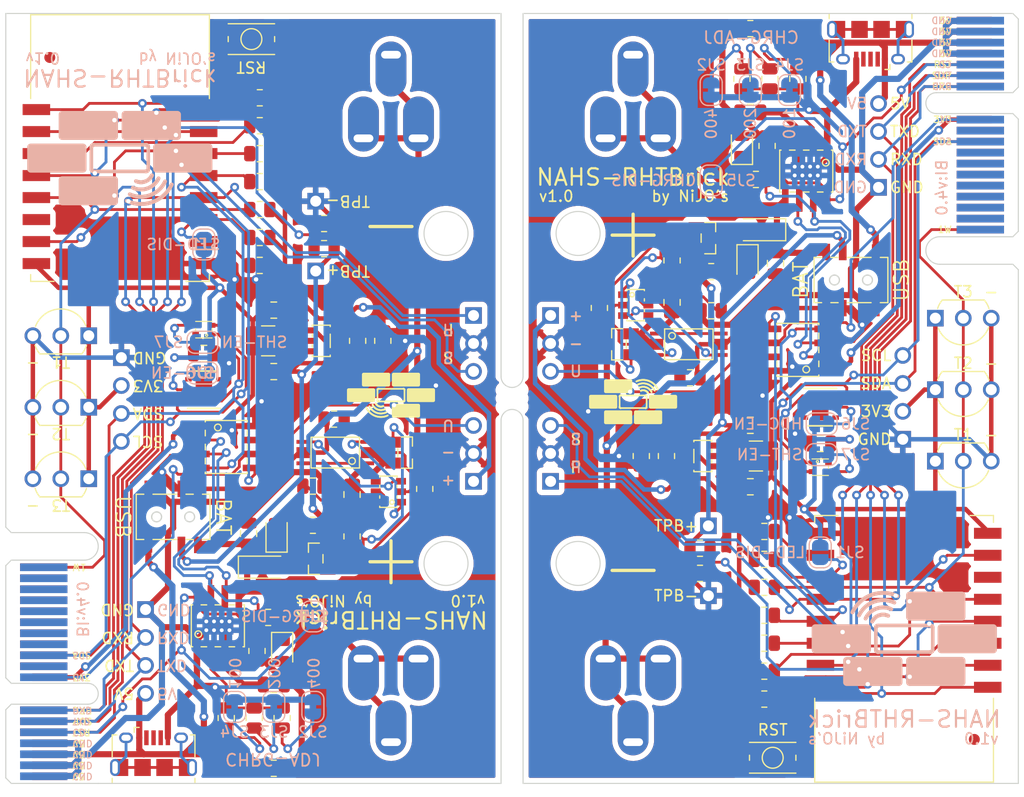
<source format=kicad_pcb>
(kicad_pcb (version 20211014) (generator pcbnew)
  (layers (0 "F.Cu" jumper) (31 "B.Cu" signal) (34 "B.Paste" user) (35 "F.Paste" user) (36 "B.SilkS" user "B.Silkscreen") (37 "F.SilkS" user "F.Silkscreen") (38 "B.Mask" user) (39 "F.Mask" user) (44 "Edge.Cuts" user))
  (net 0 "")
  (net 1 "BAT-")
  (net 2 "BAT+")
  (net 3 "GND")
  (net 4 "SEL+")
  (net 5 "IN-")
  (net 6 "RST")
  (net 8 "A0")
  (net 9 "EN")
  (net 10 "Net-(IC1-Pad4)")
  (net 11 "1WIRE")
  (net 12 "SETUP")
  (net 13 "+3V3")
  (net 14 "BOOT2")
  (net 15 "BOOT1")
  (net 16 "PROG")
  (net 17 "SDA")
  (net 18 "Net-(C5-Pad1)")
  (net 19 "SCL")
  (net 20 "RXD")
  (net 21 "/CHRG+")
  (net 22 "Net-(D1-Pad2)")
  (net 24 "CHRG")
  (net 25 "TXD")
  (net 28 "STDBY")
  (net 35 "UPDI")
  (net 40 "Net-(SJ6-Pad1)")
  (net 41 "CD")
  (net 42 "D-")
  (net 43 "D+")
  (net 45 "unconnected-(J2-Pad6)")
  (net 46 "Net-(L1-Pad1)")
  (net 47 "Net-(LED1-Pad1)")
  (net 48 "Net-(LED2-Pad2)")
  (net 49 "Net-(Q1-Pad1)")
  (net 50 "Net-(Q1-Pad3)")
  (net 51 "Net-(Q1-Pad4)")
  (net 52 "PRT-")
  (net 53 "IN+")
  (net 54 "Net-(Q3-Pad1)")
  (net 55 "Net-(R11-Pad2)")
  (net 56 "Net-(R15-Pad1)")
  (net 57 "Net-(R15-Pad2)")
  (net 58 "Net-(R20-Pad2)")
  (net 59 "Net-(R22-Pad1)")
  (net 60 "Net-(R23-Pad1)")
  (net 62 "Net-(SJ7-Pad1)")
  (footprint "no_common:SOT23" (layer "F.Cu") (at 116.288 109.924 -90)
    (fp_text reference "Q3" hide)
    (fp_text value "CJ2302" hide)
  )
  (footprint "no_common:R_0805_2012Metric" (layer "F.Cu") (at 148.158 85.09)
    (fp_text reference "R14" hide)
    (fp_text value "1k" hide)
  )
  (footprint "no_common:SOIC8" (layer "F.Cu") (at 100.032 109.416 -90)
    (property "Reference" "IC?")
    (property "Value" "ATTINY212")
    (fp_text reference "IC2" hide)
    (fp_text value "ATTINY212" hide)
  )
  (footprint "no_common:KMR_231_G_LFS" (layer "F.Cu") (at 149.682 137.668 90)
    (property "Reference" "SW1")
    (property "Value" "KMR_231_G_LFS")
    (fp_text reference "SW1" hide)
    (fp_text value "KMR_231_G_LFS" hide)
  )
  (footprint "no_pinhd:PINHD_1X03_2.54_1mm_DS18B20" (layer "F.Cu") (at 85 99.3 180)
    (property "Reference" "JP8")
    (property "Value" "PINHD_1X03")
    (fp_text reference "JP9" hide)
    (fp_text value "PINHD_1X03" hide)
  )
  (footprint "no_expressif:ESP12S" (layer "F.Cu") (at 90.38 82.238)
    (property "Reference" "IC1")
    (property "Value" "ESP12S")
    (fp_text reference "IC1" hide)
    (fp_text value "ESP12S" hide)
  )
  (footprint "no_common:R_0805_2012Metric" (layer "F.Cu") (at 142.1655 103.124 180)
    (fp_text reference "R11" hide)
    (fp_text value "1k" hide)
  )
  (footprint "no_common:R_0805_2012Metric" (layer "F.Cu") (at 151.968 75.946 -90)
    (fp_text reference "R23" hide)
    (fp_text value "12k" hide)
  )
  (footprint "no_pinhd:PINHD_1X03_2.54_1mm_DS18B20" (layer "F.Cu") (at 85 105.8 180)
    (property "Reference" "JP7")
    (property "Value" "PINHD_1X03")
    (fp_text reference "JP8" hide)
    (fp_text value "PINHD_1X03" hide)
  )
  (footprint "no_common:C_0805_2012Metric" (layer "F.Cu") (at 147.65 78.994)
    (property "Reference" "C1")
    (property "Value" "100nF")
    (fp_text reference "C6" hide)
    (fp_text value "10µF" hide)
  )
  (footprint "no_common:SOT23-6" (layer "F.Cu") (at 114.764 113.48 90)
    (fp_text reference "U3" hide)
    (fp_text value "DW01A" hide)
  )
  (footprint "no_common:SHT4xA" (layer "F.Cu") (at 98 98.748 180)
    (fp_text reference "U5" hide)
    (fp_text value "SHT40A" hide)
  )
  (footprint "no_common:R_0805_2012Metric" (layer "F.Cu") (at 148.92 129.794)
    (fp_text reference "R3" hide)
    (fp_text value "10k" hide)
  )
  (footprint "no_common:R_0805_2012Metric" (layer "F.Cu") (at 140.538 92.456 90)
    (fp_text reference "R10" hide)
    (fp_text value "100" hide)
  )
  (footprint "Fiducial:Fiducial_1mm_Mask2mm" (layer "F.Cu") (at 168 136)
    (fp_text reference "FID3" hide)
    (fp_text value "Fiducial" hide)
  )
  (footprint "no_common:LED_0805_2012Metric" (layer "F.Cu") (at 105.112 127.958 -90)
    (fp_text reference "LED1" hide)
    (fp_text value "Green" hide)
  )
  (footprint "no_common:R_0805_2012Metric" (layer "F.Cu") (at 111.462 117.544 -90)
    (fp_text reference "R10" hide)
    (fp_text value "100" hide)
  )
  (footprint "no_common:R_0805_2012Metric" (layer "F.Cu") (at 148.92 117.094)
    (fp_text reference "R7" hide)
    (fp_text value "10k" hide)
  )
  (footprint "no_common:R_0805_2012Metric" (layer "F.Cu") (at 107.906 116.528)
    (fp_text reference "R17" hide)
    (fp_text value "1k" hide)
  )
  (footprint "no_pinhd:PINHD_1X03_2.54_1mm_Round" (layer "F.Cu") (at 122.5 100 -90)
    (property "Reference" "JP1")
    (property "Value" "PINHD_1X03")
    (fp_text reference "JP1" hide)
    (fp_text value "PINHD_1X03" hide)
  )
  (footprint "no_common:HA_18650_EK" (layer "F.Cu") (at 115 105 180)
    (property "Reference" "BT")
    (property "Value" "HA_18650_EK")
    (fp_text reference "BT1" hide)
    (fp_text value "HA_18650_EK" hide)
  )
  (footprint "no_pinhd:PINHD_1X01_2.54_1mm_Square" (layer "F.Cu") (at 108.16 87.064 180)
    (property "Reference" "JP4")
    (property "Value" "PINHD_1X01")
    (fp_text reference "JP4" hide)
    (fp_text value "PINHD_1X01" hide)
  )
  (footprint "no_common:HA_18650_EK" (layer "F.Cu") (at 137 105)
    (property "Reference" "BT")
    (property "Value" "HA_18650_EK")
    (fp_text reference "BT1" hide)
    (fp_text value "HA_18650_EK" hide)
  )
  (footprint "no_pinhd:PINHD_1X01_2.54_1mm_Square" (layer "F.Cu") (at 143.84 116.586)
    (property "Reference" "JP3")
    (property "Value" "PINHD_1X01")
    (fp_text reference "JP3" hide)
    (fp_text value "PINHD_1X01" hide)
  )
  (footprint "Fiducial:Fiducial_1mm_Mask2mm" (layer "F.Cu") (at 131 74)
    (fp_text reference "FID1" hide)
    (fp_text value "Fiducial" hide)
  )
  (footprint "Diode_SMD:D_SOD-123F" (layer "F.Cu") (at 148.666 89.662 180)
    (fp_text reference "D1" hide)
    (fp_text value "1N4148WL" hide)
  )
  (footprint "Diode_SMD:D_SOD-123F" (layer "F.Cu") (at 103.334 120.338)
    (fp_text reference "D1" hide)
    (fp_text value "1N4148WL" hide)
  )
  (footprint "no_common:R_0805_2012Metric" (layer "F.Cu") (at 148.92 119.634)
    (fp_text reference "R4" hide)
    (fp_text value "10k" hide)
  )
  (footprint "no_common:SOIC8_TP" (layer "F.Cu") (at 152.73 84.328 180)
    (fp_text reference "U4" hide)
    (fp_text value "TP4056" hide)
  )
  (footprint "no_common:LED_0805_2012Metric" (layer "F.Cu") (at 146.888 82.042 90)
    (fp_text reference "LED1" hide)
    (fp_text value "Green" hide)
  )
  (footprint "no_common:R_0805_2012Metric" (layer "F.Cu") (at 103.842 124.91 180)
    (fp_text reference "R14" hide)
    (fp_text value "1k" hide)
  )
  (footprint "no_common:C_0805_2012Metric" (layer "F.Cu") (at 147.65 107.442)
    (property "Reference" "C1")
    (property "Value" "100nF")
    (fp_text reference "C2" hide)
    (fp_text value "10µF" hide)
  )
  (footprint "no_common:SHT4xA" (layer "F.Cu") (at 154 111.252)
    (fp_text reference "U5" hide)
    (fp_text value "SHT40A" hide)
  )
  (footprint "no_common:SOIC8_TP" (layer "F.Cu") (at 99.27 125.672)
    (fp_text reference "U4" hide)
    (fp_text value "TP4056" hide)
  )
  (footprint "Fiducial:Fiducial_1mm_Mask2mm" (layer "F.Cu") (at 131 136)
    (fp_text reference "FID2" hide)
    (fp_text value "Fiducial" hide)
  )
  (footprint "no_common:R_0805_2012Metric" (layer "F.Cu") (at 103.08 77.666 180)
    (fp_text reference "R2" hide)
    (fp_text value "1k" hide)
  )
  (footprint "no_common:C_0805_2012Metric" (layer "F.Cu") (at 102.064 117.29 90)
    (property "Reference" "C1")
    (property "Value" "100nF")
    (fp_text reference "C4" hide)
    (fp_text value "10µF" hide)
  )
  (footprint "no_common:R_0805_2012Metric" (layer "F.Cu") (at 107.906 112.972 180)
    (fp_text reference "R18" hide)
    (fp_text value "10k" hide)
  )
  (footprint "no_common:LED_0805_2012Metric" (layer "F.Cu") (at 147.396 92.71 -90)
    (fp_text reference "LED2" hide)
    (fp_text value "Red" hide)
  )
  (footprint "no_common:L_1210_3225Metric" (layer "F.Cu") (at 103.842 99.764 180)
    (property "Reference" "L1")
    (property "Value" "2.2µH")
    (fp_text reference "L1" hide)
    (fp_text value "2.2µH" hide)
  )
  (footprint "no_common:SSSS820101" (layer "F.Cu") (at 156.794 94.234 90)
    (fp_text reference "SW2" hide)
    (fp_text value "SSSS820101" hide)
    (fp_circle (center 0 1.5) (end 0.45 1.5) (layer "Edge.Cuts") (width 0.12) (fill none))
    (fp_circle (center 0 -1.5) (end 0.45 -1.5) (layer "Edge.Cuts") (width 0.12) (fill none))
  )
  (footprint "no_common:C_0805_2012Metric" (layer "F.Cu") (at 147.65 113.03 180)
    (property "Reference" "C1")
    (property "Value" "100nF")
    (fp_text reference "C3" hide)
    (fp_text value "10µF" hide)
  )
  (footprint "no_common:R_0805_2012Metric" (layer "F.Cu") (at 104.35 138.626 180)
    (fp_text reference "R12" hide)
    (fp_text value "0.4" hide)
  )
  (footprint "no_common:R_0805_2012Metric" (layer "F.Cu") (at 100.032 134.054 90)
    (fp_text reference "R23" hide)
    (fp_text value "12k" hide)
  )
  (footprint "no_pinhd:PINHD_1X03_2.54_1mm_DS18B20" (layer "F.Cu") (at 167 104.2)
    (property "Reference" "JP7")
    (property "Value" "PINHD_1X03")
    (fp_text reference "JP8" hide)
    (fp_text value "PINHD_1X03" hide)
  )
  (footprint "Connector_USB:USB_Micro-B_Amphenol_10118194_Horizontal" (layer "F.Cu") (at 93.428 137.25)
    (fp_text reference "J2" hide)
    (fp_text value "USB_B_Mini" hide)
  )
  (footprint "no_common:R_0805_2012Metric" (layer "F.Cu") (at 102.826 127.958 90)
    (fp_text reference "R13" hide)
    (fp_text value "10k" hide)
  )
  (footprint "no_common:SOIC8" (layer "F.Cu") (at 151.968 100.584 90)
    (property "Reference" "IC?")
    (property "Value" "ATTINY212")
    (fp_text reference "IC2" hide)
    (fp_text value "ATTINY212" hide)
  )
  (footprint "no_brick_logo:x8mm" (layer "F.Cu") (at 137 105.283)
    (fp_text reference "LOGO1" hide)
    (fp_text value "brick_logo" hide)
  )
  (footprint "no_common:SOT23-5" (layer "F.Cu") (at 108.668 99.764 -90)
    (property "Reference" "U1")
    (property "Value" "ZD8028IB5TR")
    (fp_text reference "U1" hide)
    (fp_text value "ZD8028IB5TR" hide)
  )
  (footprint "no_common:R_0805_2012Metric" (layer "F.Cu") (at 143.078 118.618)
    (fp_text reference "R8" hide)
    (fp_text value "2.7M" hide)
  )
  (footprint "Panelization:mouse-bite-2mm-slot" (layer "F.Cu") (at 126 105 90)
    (fp_text reference "mouse-bite-2mm-slot" hide)
    (fp_text value "VAL**" hide)
    (fp_arc (start 2 1) (mid 1 0) (end 2 -1) (layer "Edge.Cuts") (width 0.1))
    (fp_arc (start -2 -1) (mid -1 0) (end -2 1) (layer "Edge.Cuts") (width 0.1))
  )
  (footprint "no_common:R_0805_2012Metric" (layer "F.Cu") (at 148.92 132.334)
    (fp_text reference "R2" hide)
    (fp_text value "1k" hide)
  )
  (footprint "Package_SON:Texas_PWSON-N6" (layer "F.Cu") (at 98 104.209 180)
    (fp_text reference "U2" hide)
    (fp_text value "HDC1080" hide)
  )
  (footprint "no_pinhd:PINHD_1X03_2.54_1mm_Round" (layer "F.Cu") (at 129.5 110 90)
    (property "Reference" "JP1")
    (property "Value" "PINHD_1X03")
    (fp_text reference "JP1" hide)
    (fp_text value "PINHD_1X03" hide)
  )
  (footprint "Fiducial:Fiducial_1mm_Mask2mm" (layer "F.Cu") (at 121 136 180)
    (fp_text reference "FID1" hide)
    (fp_text value "Fiducial" hide)
  )
  (footprint "no_common:SOT23-6" (layer "F.Cu") (at 137.236 96.52 -90)
    (fp_text reference "U3" hide)
    (fp_text value "DW01A" hide)
  )
  (footprint "no_common:R_0805_2012Metric" (layer "F.Cu") (at 103.08 85.286 180)
    (fp_text reference "R5" hide)
    (fp_text value "3.9k" hide)
  )
  (footprint "no_common:SOT23-5" (layer "F.Cu") (at 143.332 110.236 90)
    (property "Reference" "U1")
    (property "Value" "ZD8028IB5TR")
    (fp_text reference "U1" hide)
    (fp_text value "ZD8028IB5TR" hide)
  )
  (footprint "no_common:L_1210_3225Metric" (layer "F.Cu") (at 148.158 110.236)
    (property "Reference" "L1")
    (property "Value" "2.2µH")
    (fp_text reference "L1" hide)
    (fp_text value "2.2µH" hide)
  )
  (footprint "no_common:R_0805_2012Metric" (layer "F.Cu") (at 144.094 97.028)
    (fp_text reference "R18" hide)
    (fp_text value "10k" hide)
  )
  (footprint "no_common:R_0805_2012Metric" (layer "F.Cu") (at 143.078 120.904 180)
    (fp_text reference "R9" hide)
    (fp_text value "590k" hide)
  )
  (footprint "Package_SON:Texas_PWSON-N6" (layer "F.Cu") (at 154 105.791)
    (fp_text reference "U2" hide)
    (fp_text value "HDC1080" hide)
  )
  (footprint "no_pinhd:PINHD_1X01_2.54_1mm_Square" (layer "F.Cu") (at 108.16 93.414 180)
    (property "Reference" "JP3")
    (property "Value" "PINHD_1X01")
    (fp_text reference "JP3" hide)
    (fp_text value "PINHD_1X01" hide)
  )
  (footprint "Connector_USB:USB_Micro-B_Amphenol_10118194_Horizontal" (layer "F.Cu") (at 158.572 72.75 180)
    (fp_text reference "J2" hide)
    (fp_text value "USB_B_Mini" hide)
  )
  (footprint "no_common:R_0805_2012Metric" (layer "F.Cu") (at 149.428 75.946 -90)
    (fp_text reference "R22" hide)
    (fp_text value "6,04k" hide)
  )
  (footprint "no_common:R_0805_2012Metric" (layer "F.Cu") (at 147.65 71.374)
    (fp_text reference "R12" hide)
    (fp_text value "0.4" hide)
  )
  (footprint "no_expressif:ESP12S" (layer "F.Cu") (at 161.62 127.762 180)
    (property "Reference" "IC1")
    (property "Value" "ESP12S")
    (fp_text reference "IC1" hide)
    (fp_text value "ESP12S" hide)
  )
  (footprint "no_common:C_0805_2012Metric" (layer "F.Cu") (at 111.462 113.734 90)
    (property "Reference" "C1")
    (property "Value" "100nF")
    (fp_text reference "C5" hide)
    (fp_text value "100nF" hide)
  )
  (footprint "no_common:R_0805_2012Metric" (layer "F.Cu") (at 102.572 134.054 90)
    (fp_text reference "R22" hide)
    (fp_text value "6,04k" hide)
  )
  (footprint "no_common:R_0805_2012Metric" (layer "F.Cu") (at 103.08 80.206 180)
    (fp_text reference "R3" hide)
    (fp_text value "10k" hide)
  )
  (footprint "Fiducial:Fiducial_1mm_Mask2mm" (layer "F.Cu") (at 121 74 180)
    (fp_text reference "FID2" hide)
    (fp_text value "Fiducial" hide)
  )
  (footprint "no_common:R_0805_2012Metric" (layer "F.Cu") (at 103.08 90.366 180)
    (fp_text reference "R4" hide)
    (fp_text value "10k" hide)
  )
  (footprint "no_common:R_0805_2012Metric" (layer "F.Cu") (at 111.97 99.764 90)
    (fp_text reference "R21" hide)
    (fp_text value "590k" hide)
  )
  (footprint "no_common:KMR_231_G_LFS" (layer "F.Cu") (at 102.318 72.332 -90)
    (property "Reference" "SW1")
    (property "Value" "KMR_231_G_LFS")
    (fp_text reference "SW1" hide)
    (fp_text value "KMR_231_G_LFS" hide)
  )
  (footprint "no_common:R_0805_2012Metric" (layer "F.Cu") (at 118.066 113.226 -90)
    (fp_text reference "R19" hide)
    (fp_text value "10k" hide)
  )
  (footprint "no_common:R_0805_2012Metric" (layer "F.Cu") (at 108.922 89.096)
    (fp_text reference "R9" hide)
    (fp_text value "590k" hide)
  )
  (footprint "no_pinhd:PINHD_1X04_2.54_1mm_Round" (layer "F.Cu") (at 159.3 82 90)
    (property "Reference" "JP2")
    (property "Value" "PINHD_1X04")
    (fp_text reference "JP2" hide)
    (fp_text value "PINHD_1X04" hide)
  )
  (footprint "no_common:R_0805_2012Metric" (layer "F.Cu") (at 148.92 124.714)
    (fp_text reference "R5" hide)
    (fp_text value "3.9k" hide)
  )
  (footprint "no_common:C_0805_2012Metric" (layer "F.Cu") (at 104.35 102.558 180)
    (property "Reference" "C1")
    (property "Value" "100nF")
    (fp_text reference "C2" hide)
    (fp_text value "10µF" hide)
  )
  (footprint "no_common:C_0805_2012Metric" (layer "F.Cu") (at 98 100.907)
    (property "Reference" "C1")
    (property "Value" "100nF")
    (fp_text reference "C1" hide)
    (fp_text value "100nF" hide)
  )
  (footprint "no_common:SSSS820101" (layer "F.Cu") (at 95.206 115.766 -90)
    (fp_text reference "SW2" hide)
    (fp_text value "SSSS820101" hide)
    (fp_circle (center 0 1.5) (end 0.45 1.5) (layer "Edge.Cuts") (width 0.12) (fill none))
    (fp_circle (center 0 -1.5) (end 0.45 -1.5) (layer "Edge.Cuts") (width 0.12) (fill none))
  )
  (footprint "no_common:R_0805_2012Metric" (layer "F.Cu") (at 144.094 93.472 180)
    (fp_text reference "R17" hide)
    (fp_text value "1k" hide)
  )
  (footprint "no_common:R_0805_2012Metric" (layer "F.Cu") (at 148.92 122.174)
    (property "Reference" "R1")
    (property "Value" "3.9k")
    (fp_text reference "R1" hide)
    (fp_text value "3.9k" hide)
  )
  (footprint "no_pinhd:PINHD_1X04_2.54_1mm_Round" (layer "F.Cu") (at 161.5 104.902 90)
    (property "Reference" "JP1")
    (property "Value" "RHT-ALT")
    (fp_text reference "JP6" hide)
    (fp_text value "PINHD_1X04" hide)
  )
  (footprint "no_pinhd:PINHD_1X03_2.54_1mm_DS18B20" (layer "F.Cu") (at 167 97.7)
    (property "Reference" "JP6")
    (property "Value" "PINHD_1X03")
    (fp_text reference "JP7" hide)
    (fp_text value "PINHD_1X03" hide)
  )
  (footprint "no_pinhd:PINHD_1X03_2.54_1mm_Round" (layer "F.Cu") (at 122.5 110 90)
    (property "Reference" "JP5")
    (property "Value" "PINHD_1X03")
    (fp_text reference "JP5" hide)
    (fp_text value "PINHD_1X03" hide)
  )
  (footprint "no_pinhd:PINHD_1X01_2.54_1mm_Square" (layer "F.Cu") (at 143.84 122.936)
    (property "Reference" "JP4")
    (property "Value" "PINHD_1X01")
    (fp_text reference "JP4" hide)
    (fp_text value "PINHD_1X01" hide)
  )
  (footprint "no_common:R_0805_2012Metric" (layer "F.Cu") (at 146.888 75.946 -90)
    (fp_text reference "R15" hide)
    (fp_text value "3k" hide)
  )
  (footprint "Fiducial:Fiducial_1mm_Mask2mm" (layer "F.Cu") (at 84 74 180)
    (fp_text reference "FID3" hide)
    (fp_text value "Fiducial" hide)
  )
  (footprint "no_common:C_0805_2012Metric" (layer "F.Cu") (at 154 109.093 180)
    (property "Reference" "C1")
    (property "Value" "100nF")
    (fp_text reference "C1" hide)
    (fp_text value "100nF" hide)
  )
  (footprint "no_common:R_0805_2012Metric" (layer "F.Cu") (at 148.92 127.254)
    (fp_text reference "R6" hide)
    (fp_text value "3.9k" hide)
  )
  (footprint "no_pinhd:PINHD_1X04_2.54_1mm_Round" (layer "F.Cu") (at 90.5 105.098 -90)
    (property "Reference" "JP1")
    (property "Value" "RHT-ALT")
    (fp_text reference "JP6" hide)
    (fp_text value "PINHD_1X04" hide)
  )
  (footprint "no_common:R_0805_2012Metric" (layer "F.Cu") (at 149.174 82.042 -90)
    (fp_text reference "R13" hide)
    (fp_text value "10k" hide)
  )
  (footprint "no_pinhd:PINHD_1X03_2.54_1mm_DS18B20" (layer "F.Cu") (at 85 112.3 180)
    (property "Reference" "JP6")
    (property "Value" "PINHD_1X03")
    (fp_text reference "JP7" hide)
    (fp_text value "PINHD_1X03" hide)
  )
  (footprint "no_common:R_0805_2012Metric" (layer "F.Cu") (at 133.934 96.774 90)
    (fp_text reference "R19" hide)
    (fp_text value "10k" hide)
  )
  (footprint "no_common:R_0805_2012Metric" (layer "F.Cu") (at 103.08 92.906 180)
    (fp_text reference "R7" hide)
    (fp_text value "10k" hide)
  )
  (footprint "no_common:SOT23" (layer "F.Cu") (at 135.712 100.076 90)
    (fp_text reference "Q3" hide)
    (fp_text value "CJ2302" hide)
  )
  (footprint "no_pinhd:PINHD_1X03_2.54_1mm_DS18B20" (layer "F.Cu") (at 167 110.7)
    (property "Reference" "JP8")
    (property "Value" "PINHD_1X03")
    (fp_text reference "JP9" hide)
    (fp_text value "PINHD_1X03" hide)
  )
  (footprint "no_common:TSSOP8_MS" (layer "F.Cu") (at 109.938 109.924 180)
    (fp_text reference "Q1" hide)
    (fp_text value "8205A" hide)
  )
  (footprint "no_common:C_0805_2012Metric" (layer "F.Cu") (at 104.35 131.006 180)
    (property "Reference" "C1")
    (property "Value" "100nF")
    (fp_text reference "C6" hide)
    (fp_text value "10µF" hide)
  )
  (footprint "no_pinhd:PINHD_1X03_2.54_1mm_Round" (layer "F.Cu") (at 129.5 100 -90)
    (property "Reference" "JP5")
    (property "Value" "PINHD_1X03")
    (fp_text reference "JP5" hide)
    (fp_text value "PINHD_1X03" hide)
  )
  (footprint "no_common:SOT23" (layer "F.Cu") (at 108.16 119.576 90)
    (fp_text reference "Q4" hide)
    (fp_text value "MMBT2907A" hide)
  )
  (footprint "no_common:R_0805_2012Metric" (layer "F.Cu") (at 114.256 99.764 -90)
    (fp_text reference "R20" hide)
    (fp_text value "130k" hide)
  )
  (footprint "no_brick_interface:Brick_Interface_V4_inset" (layer "F.Cu") (at 168.55 89.65 90)
    (property "Reference" "J")
    (property "Value" "Brick-Interface-V4")
    (fp_text reference "J1" hide)
    (fp_text value "Brick-Interface-V4")
    (fp_line (start 12.45 2.95) (end 12.95 3.45) (layer "Edge.Cuts") (width 0.1))
    (fp_line (start -0.65 2.95) (end -0.15 3.45) (layer "Edge.Cuts") (width 0.1))
    (fp_line (start 12.95 3.45) (end 19.15 3.45) (layer "Edge.Cuts") (width 0.1))
    (fp_line (start -0.65 -3.7) (end -0.65 2.95) (layer "Edge.Cuts") (width 0.1))
    (fp_line (start 10.55 2.95) (end 10.05 3.45) (layer "Edge.Cuts") (width 0.1))
    (fp_line (start -3.15 -3.7) (end -3.15 2.95) (layer "Edge.Cuts") (width 0.1))
    (fp_line (start -0.15 3.45) (end 10.05 3.45) (layer "Edge.Cuts") (width 0.1))
    (fp_line (start 19.65 2.95) (end 19.15 3.45) (layer "Edge.Cuts") (width 0.1))
    (fp_line (start 12.45 -4) (end 12.45 2.95) (layer "Edge.Cuts") (width 0.1))
    (fp_line (start -3.15 2.95) (end -3.65 3.45) (layer "Edge.Cuts") (width 0.1))
    (fp_line (start 10.55 -4) (end 10.55 2.95) (layer "Edge.Cuts") (width 0.1))
    (fp_line (start 19.65 -4.95) (end 19.65 2.95) (layer "Edge.Cuts") (width 0.1))
    (fp_arc (start -3.15 -3.7) (mid -1.9 -4.95) (end -0.65 -3.7) (layer "Edge.Cuts") (width 0.1))
    (fp_arc (start 10.55 -4) (mid 11.5 -4.95) (end 12.45 -4) (layer "Edge.Cuts") (width 0.1))
  )
  (footprint "no_common:R_0805_2012Metric" (layer "F.Cu") (at 105.112 134.054 90)
    (fp_text reference "R15" hide)
    (fp_text value "3k" hide)
  )
  (footprint "no_common:LED_0805_2012Metric" (layer "F.Cu") (at 104.604 117.29 90)
    (fp_text reference "LED2" hide)
    (fp_text value "Red" hide)
  )
  (footprint "no_common:C_0805_2012Metric" (layer "F.Cu") (at 149.936 92.71 -90)
    (property "Reference" "C1")
    (property "Value" "100nF")
    (fp_text reference "C4" hide)
    (fp_text value "10µF" hide)
  )
  (footprint "no_common:C_0805_2012Metric" (layer "F.Cu") (at 104.35 96.97)
    (property "Reference" "C1")
    (property "Value" "100nF")
    (fp_text reference "C3" hide)
    (fp_text value "10µF" hide)
  )
  (footprint "no_common:R_0805_2012Metric" (layer "F.Cu") (at 103.08 87.826 180)
    (property "Reference" "R1")
    (property "Value" "3.9k")
    (fp_text reference "R1" hide)
    (fp_text value "3.9k" hide)
  )
  (footprint "no_brick_logo:x8mm" (layer "F.Cu") (at 115 104.717 180)
    (fp_text reference "LOGO1" hide)
    (fp_text value "brick_logo" hide)
  )
  (footprint "no_brick_interface:Brick_Interface_V4_inset" (layer "F.Cu") (at 83.45 120.35 -90)
    (property "Reference" "J")
    (property "Value" "Brick-Interface-V4")
    (fp_text reference "J1" hide)
    (fp_text value "Brick-Interface-V4")
    (fp_line (start -0.15 3.45) (end 10.05 3.45) (layer "Edge.Cuts") (width 0.1))
    (fp_line (start 19.65 2.95) (end 19.15 3.45) (layer "Edge.Cuts") (width 0.1))
    (fp_line (start 12.45 -4) (end 12.45 2.95) (layer "Edge.Cuts") (width 0.1))
    (fp_line (start 12.45 2.95) (end 12.95 3.45) (layer "Edge.Cuts") (width 0.1))
    (fp_line (start 12.95 3.45) (end 19.15 3.45) (layer "Edge.Cuts") (width 0.1))
    (fp_line (start 10.55 2.95) (end 10.05 3.45) (layer "Edge.Cuts") (width 0.1))
    (fp_line (start 10.55 -4) (end 10.55 2.95) (layer "Edge.Cuts") (width 0.1))
    (fp_line (start -3.15 -3.7) (end -3.15 2.95) (layer "Edge.Cuts") (width 0.1))
    (fp_line (start -0.65 2.95) (end -0.15 3.45) (layer "Edge.Cuts") (width 0.1))
    (fp_line (start -0.65 -3.7) (end -0.65 2.95) (layer "Edge.Cuts") (width 0.1))
    (fp_line (start -3.15 2.95) (end -3.65 3.45) (layer "Edge.Cuts") (width 0.1))
    (fp_line (start 19.65 -4.95) (end 19.65 2.95) (layer "Edge.Cuts") (width 0.1))
    (fp_arc (start 10.55 -4) (mid 11.5 -4.95) (end 12.45 -4) (layer "Edge.Cuts") (width 0.1))
    (fp_arc (start -3.15 -3.7) (mid -1.9 -4.95) (end -0.65 -3.7) (layer "Edge.Cuts") (width 0.1))
  )
  (footprint "no_common:R_0805_2012Metric" (layer "F.Cu") (at 140.03 110.236 -90)
    (fp_text reference "R21" hide)
    (fp_text value "590k" hide)
  )
  (footprint "no_pinhd:PINHD_1X04_2.54_1mm_Round" (layer "F.Cu") (at 92.7 128 -90)
    (property "Reference" "JP2")
    (property "Value" "PINHD_1X04")
    (fp_text reference "JP2" hide)
    (fp_text value "PINHD_1X04" hide)
  )
  (footprint "no_common:C_0805_2012Metric" (layer "F.Cu") (at 140.538 96.266 -90)
    (property "Reference" "C1")
    (property "Value" "100nF")
    (fp_text reference "C5" hide)
    (fp_text value "100nF" hide)
  )
  (footprint "no_common:R_0805_2012Metric" (layer "F.Cu") (at 103.08 82.746 180)
    (fp_text reference "R6" hide)
    (fp_text value "3.9k" hide)
  )
  (footprint "no_common:R_0805_2012Metric" (layer "F.Cu") (at 108.922 91.382 180)
    (fp_text reference "R8" hide)
    (fp_text value "2.7M" hide)
  )
  (footprint "no_common:TSSOP8_MS" (layer "F.Cu") (at 142.062 100.076)
    (fp_text reference "Q1" hide)
    (fp_text value "8205A" hide)
  )
  (footprint "no_common:R_0805_2012Metric" (layer "F.Cu") (at 109.8345 106.876)
    (fp_text reference "R11" hide)
    (fp_text value "1k" hide)
  )
  (footprint "no_common:SOT23" (layer "F.Cu") (at 143.84 90.424 -90)
    (fp_text reference "Q4" hide)
    (fp_text value "MMBT2907A" hide)
  )
  (footprint "no_common:R_0805_2012Metric" (layer "F.Cu") (at 137.744 110.236 90)
    (fp_text reference "R20" hide)
    (fp_text value "130k" hide)
  )
  (footprint "Jumper:SolderJumper-2_P1.3mm_Bridged_RoundedPad1.0x1.5mm" (layer "B.Cu") (at 144.094 76.962 90)
    (property "Reference" "SJ1")
    (property "Value" "RHT-ALT")
    (fp_text reference "SJ2")
    (fp_text value "400" hide)
  )
  (footprint "Jumper:SolderJumper-2_P1.3mm_Open_RoundedPad1.0x1.5mm" (layer "B.Cu") (at 144.094 85.1812 90)
    (property "Reference" "SJ1")
    (property "Value" "LED-DIS")
    (fp_text reference "SJ5")
    (fp_text value "CHRG-DIS")
  )
  (footprint "Jumper:SolderJumper-2_P1.3mm_Open_RoundedPad1.0x1.5mm" (layer "B.Cu") (at 98 91 90)
    (property "Reference" "SJ1")
    (property "Value" "LED-DIS")
    (fp_text reference "SJ1")
    (fp_text value "LED-DIS")
  )
  (footprint "Jumper:SolderJumper-2_P1.3mm_Bridged_RoundedPad1.0x1.5mm" (layer "B.Cu") (at 97.873 102.685)
    (property "Reference" "SJ1")
    (property "Value" "RHT-ALT")
    (fp_text reference "SJ6")
    (fp_text value "HDC-EN")
  )
  (footprint "Jumper:SolderJumper-2_P1.3mm_Bridged_RoundedPad1.0x1.5mm" (layer "B.Cu") (at 154.127 110.109 180)
    (property "Reference" "SJ1")
    (property "Value" "RHT-ALT")
    (fp_text reference "SJ7")
    (fp_text value "SHT-EN")
  )
  (footprint "Jumper:SolderJumper-2_P1.3mm_Bridged_RoundedPad1.0x1.5mm" (layer "B.Cu") (at 97.873 99.891)
    (property "Reference" "SJ1")
    (property "Value" "RHT-ALT")
    (fp_text reference "SJ7")
    (fp_text value "SHT-EN")
  )
  (footprint "no_brick_logo:x17mm" (layer "B.Cu") (at 90.38 83.254)
    (fp_text reference "LOGO2" hide)
    (fp_text value "brick_logo" hide)
  )
  (footprint "Jumper:SolderJumper-2_P1.3mm_Bridged_RoundedPad1.0x1.5mm" (layer "B.Cu") (at 100.794 133.038 -90)
    (property "Reference" "SJ1")
    (property "Value" "RHT-ALT")
    (fp_text reference "SJ4")
    (fp_text value "100" hide)
  )
  (footprint "Jumper:SolderJumper-2_P1.3mm_Bridged_RoundedPad1.0x1.5mm" (layer "B.Cu") (at 154.127 107.315 180)
    (property "Reference" "SJ1")
    (property "Value" "RHT-ALT")
    (fp_text reference "SJ6")
    (fp_text value "HDC-EN")
  )
  (footprint "Jumper:SolderJumper-2_P1.3mm_Bridged_RoundedPad1.0x1.5mm" (layer "B.Cu") (at 147.65 76.962 90)
    (property "Reference" "SJ1")
    (property "Value" "RHT-ALT")
    (fp_text reference "SJ3")
    (fp_text value "200" hide)
  )
  (footprint "Jumper:SolderJumper-2_P1.3mm_Open_RoundedPad1.0x1.5mm" (layer "B.Cu") (at 107.906 124.8188 -90)
    (property "Reference" "SJ1")
    (property "Value" "LED-DIS")
    (fp_text reference "SJ5")
    (fp_text value "CHRG-DIS")
  )
  (footprint "Jumper:SolderJumper-2_P1.3mm_Open_RoundedPad1.0x1.5mm" (layer "B.Cu") (at 154 119 -90)
    (property "Reference" "SJ1")
    (property "Value" "LED-DIS")
    (fp_text reference "SJ1")
    (fp_text value "LED-DIS")
  )
  (footprint "no_brick_logo:x17mm" (layer "B.Cu") (at 161.62 126.746 180)
    (fp_text reference "LOGO2" hide)
    (fp_text value "brick_logo" hide)
  )
  (footprint "Jumper:SolderJumper-2_P1.3mm_Bridged_RoundedPad1.0x1.5mm" (layer "B.Cu") (at 104.35 133.038 -90)
    (property "Reference" "SJ1")
    (property "Value" "RHT-ALT")
    (fp_text reference "SJ3")
    (fp_text value "200" hide)
  )
  (footprint "Jumper:SolderJumper-2_P1.3mm_Bridged_RoundedPad1.0x1.5mm" (layer "B.Cu") (at 151.206 76.962 90)
    (property "Reference" "SJ1")
    (property "Value" "RHT-ALT")
    (fp_text reference "SJ4")
    (fp_text value "100" hide)
  )
  (footprint "Jumper:SolderJumper-2_P1.3mm_Bridged_RoundedPad1.0x1.5mm" (layer "B.Cu") (at 107.906 133.038 -90)
    (property "Reference" "SJ1")
    (property "Value" "RHT-ALT")
    (fp_text reference "SJ2")
    (fp_text value "400" hide)
  )
  (gr_line (start 125 107) (end 125 140) (layer "Edge.Cuts") (width 0.1))
  (gr_line (start 125 70) (end 80 70) (layer "Edge.Cuts") (width 0.1))
  (gr_line (start 88.4 140) (end 125 140) (layer "Edge.Cuts") (width 0.1))
  (gr_circle (center 132 120) (end 134 120) (layer "Edge.Cuts") (width 0.1) (fill none))
  (gr_line (start 125 103) (end 125 70) (layer "Edge.Cuts") (width 0.1))
  (gr_line (start 127 140) (end 172 140) (layer "Edge.Cuts") (width 0.1))
  (gr_line (start 172 93.3) (end 172 140) (layer "Edge.Cuts") (width 0.1))
  (gr_circle (center 120 120) (end 118 120) (layer "Edge.Cuts") (width 0.1) (fill none))
  (gr_line (start 80 116.7) (end 80 70) (layer "Edge.Cuts") (width 0.1))
  (gr_line (start 127 70) (end 127 103) (layer "Edge.Cuts") (width 0.1))
  (gr_line (start 163.6 70) (end 127 70) (layer "Edge.Cuts") (width 0.1))
  (gr_line (start 127 107) (end 127 140) (layer "Edge.Cuts") (width 0.1))
  (gr_circle (center 120 90) (end 118 90) (layer "Edge.Cuts") (width 0.1) (fill none))
  (gr_circle (center 132 90) (end 134 90) (layer "Edge.Cuts") (width 0.1) (fill none))
  (gr_text "P" (at 120.2 98.73 180) (layer "B.SilkS") (effects (font (size 1 1)) (justify mirror)))
  (gr_text "200" (at 104.35 129.99 270) (layer "B.SilkS") (effects (font (size 1 1)) (justify mirror)))
  (gr_text "GND" (at 93.6484 124.19 180) (layer "B.SilkS") (effects (font (size 1 1)) (justify left mirror)))
  (gr_text "CHRG-ADJ" (at 147.72 72.2) (layer "B.SilkS") (effects (font (size 1.1 1.1) (thickness 0.16)) (justify mirror)))
  (gr_text "S" (at 131.8 108.73) (layer "B.SilkS") (effects (font (size 1 1)) (justify mirror)))
  (gr_text "by NiJO's" (at 99.2192 74.0592 180) (layer "B.SilkS") (effects (font (size 1 1)) (justify right mirror)))
  (gr_text "RXD" (at 93.6484 126.73 180) (layer "B.SilkS") (effects (font (size 1 1)) (justify left mirror)))
  (gr_text "200" (at 147.65 80.01 90) (layer "B.SilkS") (effects (font (size 1 1)) (justify mirror)))
  (gr_text "100" (at 100.794 129.99 270) (layer "B.SilkS") (effects (font (size 1 1)) (justify mirror)))
  (gr_text "RXD" (at 158.3516 83.27) (layer "B.SilkS") (effects (font (size 1 1)) (justify left mirror)))
  (gr_text "P" (at 131.8 111.27) (layer "B.SilkS") (effects (font (size 1 1)) (justify mirror)))
  (gr_text "v1.0" (at 170.3068 135.9408) (layer "B.SilkS") (effects (font (size 1 1)) (justify left mirror)))
  (gr_text "100" (at 151.206 80.01 90) (layer "B.SilkS") (effects (font (size 1 1)) (justify mirror)))
  (gr_text "TXD" (at 158.3516 80.73) (layer "B.SilkS") (effects (font (size 1 1)) (justify left mirror)))
  (gr_text "-" (at 131.8 100) (layer "B.SilkS") (effects (font (size 1 1)) (justify mirror)))
  (gr_text "CHRG-ADJ" (at 104.28 137.8 180) (layer "B.SilkS") (effects (font (size 1.1 1.1) (thickness 0.16)) (justify mirror)))
  (gr_text "400" (at 107.906 129.99 270) (layer "B.SilkS") (effects (font (size 1 1)) (justify mirror)))
  (gr_text "GND" (at 158.3516 85.81) (layer "B.SilkS") (effects (font (size 1 1)) (justify left mirror)))
  (gr_text "+" (at 131.8 97.46) (layer "B.SilkS") (effects (font (size 1 1)) (justify mirror)))
  (gr_text "U" (at 120.2 107.46 180) (layer "B.SilkS") (effects (font (size 1 1)) (justify mirror)))
  (gr_text "NAHS-RHTBrick" (at 161.62 134.1628) (layer "B.SilkS") (effects (font (size 1.5 1.5) (thickness 0.2)) (justify mirror)))
  (gr_text "v1.0" (at 81.6932 74.0592 180) (layer "B.SilkS") (effects (font (size 1 1)) (justify left mirror)))
  (gr_text "U" (at 131.8 102.54) (layer "B.SilkS") (effects (font (size 1 1)) (justify mirror)))
  (gr_text "-" (at 120.2 110 180) (layer "B.SilkS") (effects (font (size 1 1)) (justify mirror)))
  (gr_text "TXD" (at 93.6484 129.27 180) (layer "B.SilkS") (effects (font (size 1 1)) (justify left mirror)))
  (gr_text "+" (at 120.2 112.54 180) (layer "B.SilkS") (effects (font (size 1 1)) (justify mirror)))
  (gr_text "NAHS-RHTBrick" (at 90.38 75.8372 180) (layer "B.SilkS") (effects (font (size 1.5 1.5) (thickness 0.2)) (justify mirror)))
  (gr_text "400" (at 144.094 80.01 90) (layer "B.SilkS") (effects (font (size 1 1)) (justify mirror)))
  (gr_text "5V" (at 158.3516 78.19) (layer "B.SilkS") (effects (font (size 1 1)) (justify left mirror)))
  (gr_text "S" (at 120.2 101.27 180) (layer "B.SilkS") (effects (font (size 1 1)) (justify mirror)))
  (gr_text "by NiJO's" (at 152.7808 135.9408) (layer "B.SilkS") (effects (font (size 1 1)) (justify right mirror)))
  (gr_text "5V" (at 93.6484 131.81 180) (layer "B.SilkS") (effects (font (size 1 1)) (justify left mirror)))
  (gr_text "TPB-" (at 143 122.936) (layer "F.SilkS") (effects (font (size 1 1)) (justify right)))
  (gr_text "USB" (at 90.634 115.766 270) (layer "F.SilkS") (effects (font (size 1.3 1.3))))
  (gr_text "S" (at 131.8 108.73) (layer "F.SilkS") (effects (font (size 1 1))))
  (gr_text "3V3" (at 160.5532 106.172) (layer "F.SilkS") (effects (font (size 1 1)) (justify right)))
  (gr_text "U" (at 120.2 107.46 180) (layer "F.SilkS") (effects (font (size 1 1))))
  (gr_text "1W" (at 166.01 89.65) (layer "F.SilkS") (effects (font (size 0.6 0.6) (thickness 0.1)) (justify right)))
  (gr_text "TXD" (at 91.7516 129.27 180) (layer "F.SilkS") (effects (font (size 1 1)) (justify left)))
  (gr_text "v1.0" (at 128.346 86.614) (layer "F.SilkS") (effects (font (size 1 1)) (justify left)))
  (gr_text "NAHS-RHTBrick" (at 137 84.8868) (layer "F.SilkS") (effects (font (size 1.5 1.5) (thickness 0.2))))
  (gr_text "+" (at 131.8 97.46) (layer "F.SilkS") (effects (font (size 1 1))))
  (gr_text "v1.0" (at 123.654 123.386 180) (layer "F.SilkS") (effects (font (size 1 1)) (justify left)))
  (gr_text "SCL" (at 91.4468 108.908 180) (layer "F.SilkS") (effects (font (size 1 1)) (justify right)))
  (gr_text "SCL" (at 160.5532 101.092) (layer "F.SilkS") (effects (font (size 1 1)) (justify right)))
  (gr_text "GND" (at 91.7516 124.19 180) (layer "F.SilkS") (effects (font (size 1 1)) (justify left)))
  (gr_text "BAT" (at 99.778 115.766 270) (layer "F.SilkS") (effects (font (size 1.3 1.3))))
  (gr_text "P" (at 120.2 98.73 180) (layer "F.SilkS") (effects (font (size 1 1))))
  (gr_text "GND" (at 160.5532 108.712) (layer "F.SilkS") (effects (font (size 1 1)) (justify right)))
  (gr_text "NAHS-RHTBrick" (at 115 125.1132 180) (layer "F.SilkS") (effects (font (size 1.5 1.5) (thickness 0.2))))
  (gr_text "TPB+" (at 109 93.414 180) (layer "F.SilkS") (effects (font (size 1 1)) (justify right)))
  (gr_text "by NiJO's" (at 106.1788 123.386 180) (layer "F.SilkS") (effects (font (size 1 1)) (justify right)))
  (gr_text "GND" (at 160.2484 85.81) (layer "F.SilkS") (effects (font (size 1 1)) (justify left)))
  (gr_text "RXD" (at 160.2484 83.27) (layer "F.SilkS") (effects (font (size 1 1)) (justify left)))
  (gr_text "RXD" (at 91.7516 126.73 180) (layer "F.SilkS") (effects (font (size 1 1)) (justify left)))
  (gr_text "by NiJO's" (at 145.8212 86.614) (layer "F.SilkS") (effects (font (size 1 1)) (justify right)))
  (gr_text "TPB-" (at 109 87.064 180) (layer "F.SilkS") (effects (font (size 1 1)) (justify right)))
  (gr_text "BAT" (at 152.222 94.234 90) (layer "F.SilkS") (effects (font (size 1.3 1.3))))
  (gr_text "RST" (at 102.318 74.872 180) (layer "F.SilkS") (effects (font (size 1 1))))
  (gr_text "-" (at 131.8 100) (layer "F.SilkS") (effects (font (size 1 1))))
  (gr_text "5V" (at 91.7516 131.81 180) (layer "F.SilkS") (effects (font (size 1 1)) (justify left)))
  (gr_text "S" (at 120.2 101.27 180) (layer "F.SilkS") (effects (font (size 1 1))))
  (gr_text "U" (at 131.8 102.54) (layer "F.SilkS") (effects (font (size 1 1))))
  (gr_text "P" (at 131.8 111.27) (layer "F.SilkS") (effects (font (size 1 1))))
  (gr_text "5V" (at 160.2484 78.19) (layer "F.SilkS") (effects (font (size 1 1)) (justify left)))
  (gr_text "GND" (at 91.4468 101.288 180) (layer "F.SilkS") (effects (font (size 1 1)) (justify right)))
  (gr_text "3V3" (at 91.4468 103.828 180) (layer "F.SilkS") (effects (font (size 1 1)) (justify right)))
  (gr_text "USB" (at 161.366 94.234 90) (layer "F.SilkS") (effects (font (size 1.3 1.3))))
  (gr_text "TXD" (at 160.2484 80.73) (layer "F.SilkS") (effects (font (size 1 1)) (justify left)))
  (gr_text "RST" (at 149.682 135.128) (layer "F.SilkS") (effects (font (size 1 1))))
  (gr_text "SDA" (at 91.4468 106.368 180) (layer "F.SilkS") (effects (font (size 1 1)) (justify right)))
  (gr_text "TPB+" (at 143 116.586) (layer "F.SilkS") (effects (font (size 1 1)) (justify right)))
  (gr_text "1W" (at 85.99 120.35 180) (layer "F.SilkS") (effects (font (size 0.6 0.6) (thickness 0.1)) (justify right)))
  (gr_text "-" (at 120.2 110 180) (layer "F.SilkS") (effects (font (size 1 1))))
  (gr_text "SDA" (at 160.5532 103.632) (layer "F.SilkS") (effects (font (size 1 1)) (justify right)))
  (gr_text "+" (at 120.2 112.54 180) (layer "F.SilkS") (effects (font (size 1 1))))
  (segment (start 134.612 109.304) (end 134.612 100.076) (width 0.5588) (layer "F.Cu") (net 1))
  (segment (start 133.934 99.398) (end 134.612 100.076) (width 0.5588) (layer "F.Cu") (net 1))
  (segment (start 133.934 97.6865) (end 133.934 99.398) (width 0.5588) (layer "F.Cu") (net 1))
  (segment (start 117.388 100.696) (end 117.388 109.924) (width 0.5588) (layer "F.Cu") (net 1))
  (segment (start 115 76.378) (end 115 73.75) (width 0.5588) (layer "F.Cu") (net 1))
  (segment (start 118.066 112.3135) (end 118.066 110.602) (width 0.5588) (layer "F.Cu") (net 1))
  (segment (start 134.5 128.65) (end 139.5 128.65) (width 0.5588) (layer "F.Cu") (net 1))
  (segment (start 135.204 122.682) (end 135.204 117.348) (width 0.5588) (layer "F.Cu") (net 1))
  (segment (start 117.5 81.35) (end 117.5 86.614) (width 0.5588) (layer "F.Cu") (net 1))
  (segment (start 117.5 86.614) (end 116.796 87.318) (width 0.5588) (layer "F.Cu") (net 1))
  (segment (start 118.066 110.602) (end 117.388 109.924) (width 0.5588) (layer "F.Cu") (net 1))
  (segment (start 134.612 116.756) (end 134.612 109.304) (width 0.5588) (layer "F.Cu") (net 1))
  (segment (start 134.5 128.65) (end 134.5 123.386) (width 0.5588) (layer "F.Cu") (net 1))
  (segment (start 134.5 131.122) (end 137 133.622) (width 0.5588) (layer "F.Cu") (net 1))
  (segment (start 117.388 93.244) (end 117.388 100.696) (width 0.5588) (layer "F.Cu") (net 1))
  (segment (start 117.5 78.878) (end 115 76.378) (width 0.5588) (layer "F.Cu") (net 1))
  (segment (start 143.1815 94.0835) (end 144.094 94.996) (width 0.5588) (layer "F.Cu") (net 1))
  (segment (start 117.5 81.35) (end 112.5 81.35) (width 0.5588) (layer "F.Cu") (net 1))
  (segment (start 108.8185 116.528) (end 108.8185 115.9165) (width 0.5588) (layer "F.Cu") (net 1))
  (segment (start 108.8185 115.9165) (end 107.906 115.004) (width 0.5588) (layer "F.Cu") (net 1))
  (segment (start 116.796 87.318) (end 116.796 92.652) (width 0.5588) (layer "F.Cu") (net 1))
  (segment (start 134.5 128.65) (end 134.5 131.122) (width 0.5588) (layer "F.Cu") (net 1))
  (segment (start 135.204 117.348) (end 134.612 116.756) (width 0.5588) (layer "F.Cu") (net 1))
  (segment (start 143.1815 93.472) (end 143.1815 94.0835) (width 0.5588) (layer "F.Cu") (net 1))
  (segment (start 117.5 81.35) (end 117.5 78.878) (width 0.5588) (layer "F.Cu") (net 1))
  (segment (start 137 133.622) (end 137 136.25) (width 0.5588) (layer "F.Cu") (net 1))
  (segment (start 134.5 123.386) (end 135.204 122.682) (width 0.5588) (layer "F.Cu") (net 1))
  (segment (start 116.796 92.652) (end 117.388 93.244) (width 0.5588) (layer "F.Cu") (net 1))
  (via (at 107.906 115.004) (size 0.8) (drill 0.4) (layers "F.Cu" "B.Cu") (net 1))
  (via (at 134.612 109.304) (size 0.8) (drill 0.4) (layers "F.Cu" "B.Cu") (net 1))
  (via (at 117.388 100.696) (size 0.8) (drill 0.4) (layers "F.Cu" "B.Cu") (net 1))
  (via (at 144.094 94.996) (size 0.8) (drill 0.4) (layers "F.Cu" "B.Cu") (net 1))
  (segment (start 142.316 103.632) (end 140.284 103.632) (width 0.5588) (layer "B.Cu") (net 1))
  (segment (start 107.906 115.004) (end 107.906 109.924) (width 0.5588) (layer "B.Cu") (net 1))
  (segment (start 144.094 94.996) (end 144.094 100.076) (width 0.5588) (layer "B.Cu") (net 1))
  (segment (start 140.284 103.632) (end 134.612 109.304) (width 0.5588) (layer "B.Cu") (net 1))
  (segment (start 144.414911 101.533089) (end 142.316 103.632) (width 0.5588) (layer "B.Cu") (net 1))
  (segment (start 107.585089 108.466911) (end 109.684 106.368) (width 0.5588) (layer "B.Cu") (net 1))
  (segment (start 107.906 109.924) (end 107.585089 109.603089) (width 0.5588) (layer "B.Cu") (net 1))
  (segment (start 144.414911 100.396911) (end 144.414911 101.533089) (width 0.5588) (layer "B.Cu") (net 1))
  (segment (start 107.585089 109.603089) (end 107.585089 108.466911) (width 0.5588) (layer "B.Cu") (net 1))
  (segment (start 144.094 100.076) (end 144.414911 100.396911) (width 0.5588) (layer "B.Cu") (net 1))
  (segment (start 111.716 106.368) (end 117.388 100.696) (width 0.5588) (layer "B.Cu") (net 1))
  (segment (start 109.684 106.368) (end 111.716 106.368) (width 0.5588) (layer "B.Cu") (net 1))
  (segment (start 102.064 120.208) (end 101.934 120.338) (width 0.5588) (layer "F.Cu") (net 2))
  (segment (start 149.936 91.76) (end 154.468 91.76) (width 0.5588) (layer "F.Cu") (net 2))
  (segment (start 139.5 81.35) (end 145.592911 87.442911) (width 0.5588) (layer "F.Cu") (net 2))
  (segment (start 108.8615 118.2275) (end 109.26 118.626) (width 0.5588) (layer "F.Cu") (net 2))
  (segment (start 150.066 87.687) (end 150.310089 87.442911) (width 0.5588) (layer "F.Cu") (net 2))
  (segment (start 115 133.782) (end 115 136.25) (width 0.5588) (layer "F.Cu") (net 2))
  (segment (start 149.936 89.792) (end 150.066 89.662) (width 0.5588) (layer "F.Cu") (net 2))
  (segment (start 147.396 91.7725) (end 143.1385 91.7725) (width 0.5588) (layer "F.Cu") (net 2))
  (segment (start 106.407089 122.557089) (end 101.689911 122.557089) (width 0.5588) (layer "F.Cu") (net 2))
  (segment (start 143.1385 91.7725) (end 142.74 91.374) (width 0.5588) (layer "F.Cu") (net 2))
  (segment (start 112.5 131.282) (end 115 133.782) (width 0.5588) (layer "F.Cu") (net 2))
  (segment (start 101.934 120.338) (end 101.934 122.313) (width 0.5588) (layer "F.Cu") (net 2))
  (segment (start 109.26 118.626) (end 111.2925 118.626) (width 0.5588) (layer "F.Cu") (net 2))
  (segment (start 140.7075 91.374) (end 140.538 91.5435) (width 0.5588) (layer "F.Cu") (net 2))
  (segment (start 149.936 91.76) (end 149.936 89.792) (width 0.5588) (layer "F.Cu") (net 2))
  (segment (start 111.2925 118.626) (end 111.462 118.4565) (width 0.5588) (layer "F.Cu") (net 2))
  (segment (start 139.5 78.718) (end 137 76.218) (width 0.5588) (layer "F.Cu") (net 2))
  (segment (start 142.74 91.374) (end 140.7075 91.374) (width 0.5588) (layer "F.Cu") (net 2))
  (segment (start 102.064 118.24) (end 102.064 120.208) (width 0.5588) (layer "F.Cu") (net 2))
  (segment (start 154.468 91.76) (end 154.544 91.684) (width 0.5588) (layer "F.Cu") (net 2))
  (segment (start 104.604 118.2275) (end 108.8615 118.2275) (width 0.5588) (layer "F.Cu") (net 2))
  (segment (start 137 76.218) (end 137 73.75) (width 0.5588) (layer "F.Cu") (net 2))
  (segment (start 102.064 118.24) (end 97.532 118.24) (width 0.5588) (layer "F.Cu") (net 2))
  (segment (start 112.5 128.65) (end 112.5 131.282) (width 0.5588) (layer "F.Cu") (net 2))
  (segment (start 147.396 91.7725) (end 149.9235 91.7725) (width 0.5588) (layer "F.Cu") (net 2))
  (segment (start 139.5 81.35) (end 139.5 78.718) (width 0.5588) (layer "F.Cu") (net 2))
  (segment (start 134.5 81.35) (end 139.5 81.35) (width 0.5588) (layer "F.Cu") (net 2))
  (segment (start 101.934 122.313) (end 101.689911 122.557089) (width 0.5588) (layer "F.Cu") (net 2))
  (segment (start 145.592911 87.442911) (end 150.310089 87.442911) (width 0.5588) (layer "F.Cu") (net 2))
  (segment (start 117.5 128.65) (end 112.5 128.65) (width 0.5588) (layer "F.Cu") (net 2))
  (segment (start 150.310089 87.442911) (end 150.825 86.928) (width 0.5588) (layer "F.Cu") (net 2))
  (segment (start 101.689911 122.557089) (end 101.175 123.072) (width 0.5588) (layer "F.Cu") (net 2))
  (segment (start 97.532 118.24) (end 97.456 118.316) (width 0.5588) (layer "F.Cu") (net 2))
  (segment (start 149.9235 91.7725) (end 149.936 91.76) (width 0.5588) (layer "F.Cu") (net 2))
  (segment (start 102.0765 118.2275) (end 102.064 118.24) (width 0.5588) (layer "F.Cu") (net 2))
  (segment (start 112.5 128.65) (end 106.407089 122.557089) (width 0.5588) (layer "F.Cu") (net 2))
  (segment (start 150.066 89.662) (end 150.066 87.687) (width 0.5588) (layer "F.Cu") (net 2))
  (segment (start 104.604 118.2275) (end 102.0765 118.2275) (width 0.5588) (layer "F.Cu") (net 2))
  (segment (start 148.76 104.742) (end 147.33 106.172) (width 0.4064) (layer "F.Cu") (net 3))
  (segment (start 99.397 100.907) (end 100.286 101.796) (width 0.4064) (layer "F.Cu") (net 3))
  (segment (start 98 99.891) (end 98.95 100.841) (width 0.4064) (layer "F.Cu") (net 3))
  (segment (start 136.69128 108.811346) (end 137.044626 108.458) (width 0.4064) (layer "F.Cu") (net 3))
  (segment (start 116.288 95.5495) (end 109.8345 89.096) (width 0.4064) (layer "F.Cu") (net 3))
  (segment (start 156.044 96.784) (end 156.296 96.784) (width 0.4064) (layer "F.Cu") (net 3))
  (segment (start 151.714 106.4206) (end 152.3436 105.791) (width 0.4064) (layer "F.Cu") (net 3))
  (segment (start 130.886 105.156) (end 130.886 108.614) (width 0.4064) (layer "F.Cu") (net 3))
  (segment (start 97.25 99.148) (end 97.25 99.301368) (width 0.4064) (layer "F.Cu") (net 3))
  (segment (start 102.632 105.866) (end 103.24 105.258) (width 0.4064) (layer "F.Cu") (net 3))
  (segment (start 102.632 107.511) (end 100.921 107.511) (width 0.4064) (layer "F.Cu") (net 3))
  (segment (start 136.69128 108.811346) (end 136.69128 109.25672) (width 0.4064) (layer "F.Cu") (net 3))
  (segment (start 145.78028 112.11028) (end 145.78028 110.90628) (width 0.4064) (layer "F.Cu") (net 3))
  (segment (start 98.95 100.841) (end 98.95 100.907) (width 0.4064) (layer "F.Cu") (net 3))
  (segment (start 104.096 98.174) (end 104.096 101.862) (width 0.4064) (layer "F.Cu") (net 3))
  (segment (start 146.7 113.03) (end 147.904 111.826) (width 0.4064) (layer "F.Cu") (net 3))
  (segment (start 145.11 110.236) (end 144.632 110.236) (width 0.4064) (layer "F.Cu") (net 3))
  (segment (start 121.114 101.386) (end 122.5 100) (width 0.4064) (layer "F.Cu") (net 3))
  (segment (start 107.652 103.828) (end 104.67 103.828) (width 0.4064) (layer "F.Cu") (net 3))
  (segment (start 154.75 110.852) (end 154.75 110.698632) (width 0.4064) (layer "F.Cu") (net 3))
  (segment (start 100.018 71.532) (end 104.618 71.532) (width 0.4064) (layer "F.Cu") (net 3))
  (segment (start 136.69128 109.25672) (end 135.712 110.236) (width 0.4064) (layer "F.Cu") (net 3))
  (segment (start 143.84 122.936) (end 142.1655 121.2615) (width 0.4064) (layer "F.Cu") (net 3))
  (segment (start 109.8345 88.7385) (end 109.8345 89.096) (width 0.254) (layer "F.Cu") (net 3))
  (segment (start 137.044626 108.458) (end 142.062 108.458) (width 0.4064) (layer "F.Cu") (net 3))
  (segment (start 136.69128 110.70728) (end 136.69128 108.811346) (width 0.4064) (layer "F.Cu") (net 3))
  (segment (start 121.114 108.614) (end 121.114 104.844) (width 0.4064) (layer "F.Cu") (net 3))
  (segment (start 151.714 108.204) (end 151.714 106.4206) (width 0.4064) (layer "F.Cu") (net 3))
  (segment (start 104.618 71.532) (end 105.582 71.532) (width 0.4064) (layer "F.Cu") (net 3))
  (segment (start 129.5 100) (end 130.886 101.386) (width 0.4064) (layer "F.Cu") (net 3))
  (segment (start 100.921 107.511) (end 100.54 107.892) (width 0.4064) (layer "F.Cu") (net 3))
  (segment (start 97.839632 99.891) (end 98 99.891) (width 0.4064) (layer "F.Cu") (net 3))
  (segment (start 153.05 109.093) (end 152.603 109.093) (width 0.4064) (layer "F.Cu") (net 3))
  (segment (start 135.712 110.236) (end 135.712 114.4505) (width 0.4064) (layer "F.Cu") (net 3))
  (segment (start 169.54 104.2) (end 169.54 110.7) (width 0.4064) (layer "F.Cu") (net 3))
  (segment (start 151.079 102.489) (end 151.46 102.108) (width 0.4064) (layer "F.Cu") (net 3))
  (segment (start 153.66 117.262) (end 152.222 115.824) (width 0.4064) (layer "F.Cu") (net 3))
  (segment (start 151.982 138.468) (end 147.382 138.468) (width 0.4064) (layer "F.Cu") (net 3))
  (segment (start 108.16 74.11) (end 108.16 87.064) (width 0.4064) (layer "F.Cu") (net 3))
  (segment (start 116.288 99.764) (end 116.288 95.5495) (width 0.4064) (layer "F.Cu") (net 3))
  (segment (start 152.222 115.824) (end 149.2775 115.824) (width 0.4064) (layer "F.Cu") (net 3))
  (segment (start 105.3 96.97) (end 104.096 98.174) (width 0.4064) (layer "F.Cu") (net 3))
  (segment (start 103.24 105.258) (end 104.67 103.828) (width 0.4064) (layer "F.Cu") (net 3))
  (segment (start 145.78028 110.90628) (end 145.11 110.236) (width 0.4064) (layer "F.Cu") (net 3))
  (segment (start 135.712 114.4505) (end 142.1655 120.904) (width 0.4064) (layer "F.Cu") (net 3))
  (segment (start 108.16 87.064) (end 109.8345 88.7385) (width 0.4064) (layer "F.Cu") (net 3))
  (segment (start 154.75 110.698632) (end 154.160368 110.109) (width 0.4064) (layer "F.Cu") (net 3))
  (segment (start 130.886 101.386) (end 130.886 105.156) (width 0.4064) (layer "F.Cu") (net 3))
  (segment (start 137.1325 111.1485) (end 136.69128 110.70728) (width 0.4064) (layer "F.Cu") (net 3))
  (segment (start 105.3 96.97) (end 106.21972 97.88972) (width 0.4064) (layer "F.Cu") (net 3))
  (segment (start 106.89 99.764) (end 107.368 99.764) (width 0.4064) (layer "F.Cu") (net 3))
  (segment (start 149.368 102.489) (end 149.368 104.134) (width 0.4064) (layer "F.Cu") (net 3))
  (segment (start 99.6564 104.209) (end 99.4 104.209) (width 0.4064) (layer "F.Cu") (net 3))
  (segment (start 115.30872 101.188654) (end 115.30872 100.74328) (width 0.4064) (layer "F.Cu") (net 3))
  (segment (start 100.286 101.796) (end 100.286 103.5794) (width 0.4064) (layer "F.Cu") (net 3))
  (segment (start 142.1655 121.2615) (end 142.1655 120.904) (width 0.254) (layer "F.Cu") (net 3))
  (segment (start 147.382 138.468) (end 146.418 138.468) (width 0.4064) (layer "F.Cu") (net 3))
  (segment (start 169.54 97.7) (end 169.54 104.2) (width 0.4064) (layer "F.Cu") (net 3))
  (segment (start 97.25 99.301368) (end 97.839632 99.891) (width 0.4064) (layer "F.Cu") (net 3))
  (segment (start 106.21972 99.09372) (end 106.89 99.764) (width 0.4064) (layer "F.Cu") (net 3))
  (segment (start 147.904 108.138) (end 148.6 107.442) (width 0.4064) (layer "F.Cu") (net 3))
  (segment (start 137.744 111.1485) (end 137.1325 111.1485) (width 0.4064) (layer "F.Cu") (net 3))
  (segment (start 82.46 112.3) (end 82.46 105.8) (width 0.4064) (layer "F.Cu") (net 3))
  (segment (start 147.904 111.826) (end 147.904 108.138) (width 0.4064) (layer "F.Cu") (net 3))
  (segment (start 98.95 100.907) (end 99.397 100.907) (width 0.4064) (layer "F.Cu") (net 3))
  (segment (start 115.30872 101.188654) (end 114.955374 101.542) (width 0.4064) (layer "F.Cu") (net 3))
  (segment (start 114.955374 101.542) (end 109.938 101.542) (width 0.4064) (layer "F.Cu") (net 3))
  (segment (start 120.098 104.844) (end 121.114 104.844) (width 0.4064) (layer "F.Cu") (net 3))
  (segment (start 114.8675 98.8515) (end 115.30872 99.29272) (width 0.4064) (layer "F.Cu") (net 3))
  (segment (start 149.2775 115.824) (end 148.0075 117.094) (width 0.4064) (layer "F.Cu") (net 3))
  (segment (start 152.603 109.093) (end 151.714 108.204) (width 0.4064) (layer "F.Cu") (net 3))
  (segment (start 115.30872 100.74328) (end 116.288 99.764) (width 0.4064) (layer "F.Cu") (net 3))
  (segment (start 105.582 71.532) (end 108.16 74.11) (width 0.4064) (layer "F.Cu") (net 3))
  (segment (start 147.33 106.172) (end 148.6 107.442) (width 0.4064) (layer "F.Cu") (net 3))
  (segment (start 152.3436 105.791) (end 152.6 105.791) (width 0.4064) (layer "F.Cu") (net 3))
  (segment (start 153.05 109.159) (end 153.05 109.093) (width 0.4064) (layer "F.Cu") (net 3))
  (segment (start 82.46 105.8) (end 82.46 99.3) (width 0.4064) (layer "F.Cu") (net 3))
  (segment (start 95.704 113.216) (end 94.19 111.702) (width 0.4064) (layer "F.Cu") (net 3))
  (segment (start 102.7225 94.176) (end 103.9925 92.906) (width 0.4064) (layer "F.Cu") (net 3))
  (segment (start 97.98 92.738) (end 98.34 92.738) (width 0.4064) (layer "F.Cu") (net 3))
  (segment (start 143.84 135.89) (end 143.84 122.936) (width 0.4064) (layer "F.Cu") (net 3))
  (segment (start 146.7 113.03) (end 145.78028 112.11028) (width 0.4064) (layer "F.Cu") (net 3))
  (segment (start 149.368 104.134) (end 148.76 104.742) (width 0.4064) (layer "F.Cu") (net 3))
  (segment (start 146.418 138.468) (end 143.84 135.89) (width 0.4064) (layer "F.Cu") (net 3))
  (segment (start 149.368 102.489) (end 151.079 102.489) (width 0.4064) (layer "F.Cu") (net 3))
  (segment (start 104.67 103.828) (end 103.4 102.558) (width 0.4064) (layer "F.Cu") (net 3))
  (segment (start 98.34 92.738) (end 99.778 94.176) (width 0.4064) (layer "F.Cu") (net 3))
  (segment (start 131.902 105.156) (end 130.886 105.156) (width 0.4064) (layer "F.Cu") (net 3))
  (segment (start 99.778 94.176) (end 102.7225 94.176) (width 0.4064) (layer "F.Cu") (net 3))
  (segment (start 119.082 103.828) (end 120.098 104.844) (width 0.4064) (layer "F.Cu") (net 3))
  (segment (start 115.30872 99.29272) (end 115.30872 101.188654) (width 0.4064) (layer "F.Cu") (net 3))
  (segment (start 109.938 101.542) (end 107.652 103.828) (width 0.4064) (layer "F.Cu") (net 3))
  (segment (start 132.918 106.172) (end 131.902 105.156) (width 0.4064) (layer "F.Cu") (net 3))
  (segment (start 95.956 113.216) (end 95.704 113.216) (width 0.4064) (layer "F.Cu") (net 3))
  (segment (start 130.886 108.614) (end 129.5 110) (width 0.4064) (layer "F.Cu") (net 3))
  (segment (start 142.062 108.458) (end 144.348 106.172) (width 0.4064) (layer "F.Cu") (net 3))
  (segment (start 102.632 107.511) (end 102.632 105.866) (width 0.4064) (layer "F.Cu") (net 3))
  (segment (start 121.114 104.844) (end 121.114 101.386) (width 0.4064) (layer "F.Cu") (net 3))
  (segment (start 114.256 98.8515) (end 114.8675 98.8515) (width 0.4064) (layer "F.Cu") (net 3))
  (segment (start 154.160368 110.109) (end 154 110.109) (width 0.4064) (layer "F.Cu") (net 3))
  (segment (start 154 110.109) (end 153.05 109.159) (width 0.4064) (layer "F.Cu") (net 3))
  (segment (start 104.096 101.862) (end 103.4 102.558) (width 0.4064) (layer "F.Cu") (net 3))
  (segment (start 154.02 117.262) (end 153.66 117.262) (width 0.4064) (layer "F.Cu") (net 3))
  (segment (start 144.348 106.172) (end 147.33 106.172) (width 0.4064) (layer "F.Cu") (net 3))
  (segment (start 156.296 96.784) (end 157.81 98.298) (width 0.4064) (layer "F.Cu") (net 3))
  (segment (start 100.286 103.5794) (end 99.6564 104.209) (width 0.4064) (layer "F.Cu") (net 3))
  (segment (start 106.21972 97.88972) (end 106.21972 99.09372) (width 0.4064) (layer "F.Cu") (net 3))
  (segment (start 122.5 110) (end 121.114 108.614) (width 0.4064) (layer "F.Cu") (net 3))
  (via (at 116.288 99.764) (size 0.8) (drill 0.4) (layers "F.Cu" "B.Cu") (net 3))
  (via (at 132.918 106.172) (size 0.8) (drill 0.4) (layers "F.Cu" "B.Cu") (net 3))
  (via (at 100.286 101.796) (size 0.8) (drill 0.4) (layers "F.Cu" "B.Cu") (net 3))
  (via (at 100.54 107.892) (size 0.8) (drill 0.4) (layers "F.Cu" "B.Cu") (net 3))
  (via (at 157.81 98.298) (size 0.8) (drill 0.4) (layers "F.Cu" "B.Cu") (net 3))
  (via (at 151.206 115.824) (size 0.8) (drill 0.4) (layers "F.Cu" "B.Cu") (net 3))
  (via (at 102.7405 94.176) (size 0.8) (drill 0.4) (layers "F.Cu" "B.Cu") (net 3))
  (via (at 135.712 110.236) (size 0.8) (drill 0.4) (layers "F.Cu" "B.Cu") (net 3))
  (via (at 149.2595 115.824) (size 0.8) (drill 0.4) (layers "F.Cu" "B.Cu") (net 3))
  (via (at 103.24 105.258) (size 0.8) (drill 0.4) (layers "F.Cu" "B.Cu") (net 3))
  (via (at 151.714 108.204) (size 0.8) (drill 0.4) (layers "F.Cu" "B.Cu") (net 3))
  (via (at 148.76 104.742) (size 0.8) (drill 0.4) (layers "F.Cu" "B.Cu") (net 3))
  (via (at 119.082 103.828) (size 0.8) (drill 0.4) (layers "F.Cu" "B.Cu") (net 3))
  (via (at 94.19 111.702) (size 0.8) (drill 0.4) (layers "F.Cu" "B.Cu") (net 3))
  (via (at 100.794 94.176) (size 0.8) (drill 0.4) (layers "F.Cu" "B.Cu") (net 3))
  (via (at 151.46 102.108) (size 0.8) (drill 0.4) (layers "F.Cu" "B.Cu") (net 3))
  (segment (start 151.714 108.204) (end 151.714 115.316) (width 0.4064) (layer "B.Cu") (net 3))
  (segment (start 117.812 99.764) (end 118.066 99.764) (width 0.4064) (layer "B.Cu") (net 3))
  (segment (start 156.032 99.822) (end 154.254 101.6) (width 0.4064) (layer "B.Cu") (net 3))
  (segment (start 133.68 106.934) (end 132.918 106.172) (width 0.4064) (layer "B.Cu") (net 3))
  (segment (start 103.24 94.6755) (end 102.7405 94.176) (width 0.4064) (layer "B.Cu") (net 3))
  (segment (start 153.746 102.108) (end 151.46 102.108) (width 0.4064) (layer "B.Cu") (net 3))
  (segment (start 93.802 104.59) (end 90.5 101.288) (width 0.4064) (layer "B.Cu") (net 3))
  (segment (start 118.066 99.764) (end 118.32 100.018) (width 0.4064) (layer "B.Cu") (net 3))
  (segment (start 133.68 107.442) (end 133.68 106.934) (width 0.4064) (layer "B.Cu") (net 3))
  (segment (start 156.794 99.822) (end 156.032 99.822) (width 0.4064) (layer "B.Cu") (net 3))
  (segment (start 118.32 102.558) (end 118.32 103.066) (width 0.4064) (layer "B.Cu") (net 3))
  (segment (start 154.254 101.6) (end 153.746 102.108) (width 0.4064) (layer "B.Cu") (net 3))
  (segment (start 169.54 110.7) (end 167.552 108.712) (width 0.4064) (layer "B.Cu") (net 3))
  (segment (start 133.934 110.236) (end 133.68 109.982) (width 0.4064) (layer "B.Cu") (net 3))
  (segment (start 94.19 111.702) (end 94.19 111.194) (width 0.4064) (layer "B.Cu") (net 3))
  (segment (start 151.714 115.316) (end 151.206 115.824) (width 0.4064) (layer "B.Cu") (net 3))
  (segment (start 84.448 101.288) (end 90.5 101.288) (width 0.4064) (layer "B.Cu") (net 3))
  (segment (start 100.286 103.193) (end 98.889 104.59) (width 0.4064) (layer "B.Cu") (net 3))
  (segment (start 118.32 103.066) (end 119.082 103.828) (width 0.4064) (layer "B.Cu") (net 3))
  (segment (start 157.81 98.298) (end 157.81 98.806) (width 0.4064) (layer "B.Cu") (net 3))
  (segment (start 118.32 100.018) (end 118.32 102.558) (width 0.4064) (layer "B.Cu") (net 3))
  (segment (start 103.24 105.258) (end 103.24 94.6755) (width 0.4064) (layer "B.Cu") (net 3))
  (segment (start 151.714 106.807) (end 153.111 105.41) (width 0.4064) (layer "B.Cu") (net 3))
  (segment (start 95.206 110.178) (end 95.968 110.178) (width 0.4064) (layer "B.Cu") (net 3))
  (segment (start 94.952 110.432) (end 95.206 110.178) (width 0.4064) (layer "B.Cu") (net 3))
  (segment (start 100.286 101.796) (end 100.286 94.684) (width 0.4064) (layer "B.Cu") (net 3))
  (segment (start 153.111 105.41) (end 158.198 105.41) (width 0.4064) (layer "B.Cu") (net 3))
  (segment (start 135.712 110.236) (end 134.188 110.236) (width 0.4064) (layer "B.Cu") (net 3))
  (segment (start 100.286 101.796) (end 100.286 103.193) (width 0.4064) (layer "B.Cu") (net 3))
  (segment (start 167.552 108.712) (end 161.5 108.712) (width 0.4064) (layer "B.Cu") (net 3))
  (segment (start 98.889 104.59) (end 93.802 104.59) (width 0.4064) (layer "B.Cu") (net 3))
  (segment (start 134.188 110.236) (end 133.934 110.236) (width 0.4064) (layer "B.Cu") (net 3))
  (segment (start 151.714 108.204) (end 151.714 106.807) (width 0.4064) (layer "B.Cu") (net 3))
  (segment (start 148.76 115.3245) (end 149.2595 115.824) (width 0.4064) (layer "B.Cu") (net 3))
  (segment (start 82.46 99.3) (end 84.448 101.288) (width 0.4064) (layer "B.Cu") (net 3))
  (segment (start 133.68 109.982) (end 133.68 107.442) (width 0.4064) (layer "B.Cu") (net 3))
  (segment (start 95.968 110.178) (end 97.746 108.4) (width 0.4064) (layer "B.Cu") (net 3))
  (segment (start 116.288 99.764) (end 117.812 99.764) (width 0.4064) (layer "B.Cu") (net 3))
  (segment (start 94.19 111.194) (end 94.952 110.432) (width 0.4064) (layer "B.Cu") (net 3))
  (segment (start 157.048 99.568) (end 156.794 99.822) (width 0.4064) (layer "B.Cu") (net 3))
  (segment (start 100.286 94.684) (end 100.794 94.176) (width 0.4064) (layer "B.Cu") (net 3))
  (segment (start 97.746 108.4) (end 98.254 107.892) (width 0.4064) (layer "B.Cu") (net 3))
  (segment (start 157.81 98.806) (end 157.048 99.568) (width 0.4064) (layer "B.Cu") (net 3))
  (segment (start 158.198 105.41) (end 161.5 108.712) (width 0.4064) (layer "B.Cu") (net 3))
  (segment (start 148.76 104.742) (end 148.76 115.3245) (width 0.4064) (layer "B.Cu") (net 3))
  (segment (start 98.254 107.892) (end 100.54 107.892) (width 0.4064) (layer "B.Cu") (net 3))
  (segment (start 95.956 119.31) (end 95.956 118.316) (width 0.4064) (layer "F.Cu") (net 4))
  (segment (start 106.636 101.796) (end 108.886 101.796) (width 0.4064) (layer "F.Cu") (net 4))
  (segment (start 146.126 107.442) (end 145.364 107.442) (width 0.4064) (layer "F.Cu") (net 4))
  (segment (start 145.364 108.204) (end 143.114 108.204) (width 0.4064) (layer "F.Cu") (net 4))
  (segment (start 105.3 102.558) (end 105.874 102.558) (width 0.4064) (layer "F.Cu") (net 4))
  (segment (start 142.1655 118.2605) (end 142.1655 118.618) (width 0.254) (layer "F.Cu") (net 4))
  (segment (start 143.932 111.186) (end 142.032 109.286) (width 0.4064) (layer "F.Cu") (net 4))
  (segment (start 143.84 116.586) (end 142.1655 118.2605) (width 0.4064) (layer "F.Cu") (net 4))
  (segment (start 108.068 98.814) (end 109.968 100.714) (width 0.4064) (layer "F.Cu") (net 4))
  (segment (start 105.874 102.558) (end 106.636 102.558) (width 0.4064) (layer "F.Cu") (net 4))
  (segment (start 146.7 107.442) (end 146.126 107.442) (width 0.4064) (layer "F.Cu") (net 4))
  (segment (start 156.044 90.69) (end 156.044 91.684) (width 0.4064) (layer "F.Cu") (net 4))
  (segment (start 108.16 93.414) (end 109.8345 91.7395) (width 0.4064) (layer "F.Cu") (net 4))
  (segment (start 143.114 108.204) (end 142.032 109.286) (width 0.4064) (layer "F.Cu") (net 4))
  (segment (start 146.126 107.442) (end 145.364 108.204) (width 0.4064) (layer "F.Cu") (net 4))
  (segment (start 105.874 102.558) (end 106.636 101.796) (width 0.4064) (layer "F.Cu") (net 4))
  (segment (start 144.632 111.186) (end 143.932 111.186) (width 0.4064) (layer "F.Cu") (net 4))
  (segment (start 108.886 101.796) (end 109.968 100.714) (width 0.4064) (layer "F.Cu") (net 4))
  (segment (start 96.476 119.83) (end 95.956 119.31) (width 0.4064) (layer "F.Cu") (net 4))
  (segment (start 109.8345 91.7395) (end 109.8345 91.382) (width 0.254) (layer "F.Cu") (net 4))
  (segment (start 145.364 107.442) (end 145.11 107.188) (width 0.254) (layer "F.Cu") (net 4))
  (segment (start 107.368 98.814) (end 108.068 98.814) (width 0.4064) (layer "F.Cu") (net 4))
  (segment (start 155.524 90.17) (end 156.044 90.69) (width 0.4064) (layer "F.Cu") (net 4))
  (segment (start 106.636 102.558) (end 106.89 102.812) (width 0.254) (layer "F.Cu") (net 4))
  (via (at 155.524 90.17) (size 0.8) (drill 0.4) (layers "F.Cu" "B.Cu") (net 4))
  (via (at 96.476 119.83) (size 0.8) (drill 0.4) (layers "F.Cu" "B.Cu") (net 4))
  (via (at 145.11 107.188) (size 0.8) (drill 0.4) (layers "F.Cu" "B.Cu") (net 4))
  (via (at 106.89 102.812) (size 0.8) (drill 0.4) (layers "F.Cu" "B.Cu") (net 4))
  (segment (start 106.89 102.812) (end 106.89 106.876) (width 0.4064) (layer "B.Cu") (net 4))
  (segment (start 99.27 119.83) (end 96.476 119.83) (width 0.4064) (layer "B.Cu") (net 4))
  (segment (start 143.84 116.586) (end 143.84 108.458) (width 0.4064) (layer "B.Cu") (net 4))
  (segment (start 152.73 90.17) (end 155.524 90.17) (width 0.4064) (layer "B.Cu") (net 4))
  (segment (start 104.858 114.242) (end 99.27 119.83) (width 0.4064) (layer "B.Cu") (net 4))
  (segment (start 145.11 97.79) (end 147.142 95.758) (width 0.4064) (layer "B.Cu") (net 4))
  (segment (start 147.142 95.758) (end 152.73 90.17) (width 0.4064) (layer "B.Cu") (net 4))
  (segment (start 106.89 106.876) (end 106.89 112.21) (width 0.4064) (layer "B.Cu") (net 4))
  (segment (start 143.84 108.458) (end 145.11 107.188) (width 0.4064) (layer "B.Cu") (net 4))
  (segment (start 108.16 93.414) (end 108.16 101.542) (width 0.4064) (layer "B.Cu") (net 4))
  (segment (start 108.16 101.542) (end 106.89 102.812) (width 0.4064) (layer "B.Cu") (net 4))
  (segment (start 106.89 112.21) (end 104.858 114.242) (width 0.4064) (layer "B.Cu") (net 4))
  (segment (start 145.11 103.124) (end 145.11 97.79) (width 0.4064) (layer "B.Cu") (net 4))
  (segment (start 145.11 107.188) (end 145.11 103.124) (width 0.4064) (layer "B.Cu") (net 4))
  (segment (start 151.68 84.728) (end 152.38 84.728) (width 0.5588) (layer "F.Cu") (net 5))
  (segment (start 138.628 100.076) (end 137.678 99.126) (width 0.5588) (layer "F.Cu") (net 5))
  (segment (start 143.1815 97.6395) (end 143.84 98.298) (width 0.5588) (layer "F.Cu") (net 5))
  (segment (start 92.708 124.19) (end 94.74 122.158) (width 0.5588) (layer "F.Cu") (net 5))
  (segment (start 94.317 125.799) (end 96.349 125.799) (width 0.5588) (layer "F.Cu") (net 5))
  (segment (start 157.272 74.15) (end 157.272 76.23) (width 0.5588) (layer "F.Cu") (net 5))
  (segment (start 143.1815 97.028) (end 143.1815 97.6395) (width 0.5588) (layer "F.Cu") (net 5))
  (segment (start 109.0065 112.784) (end 108.8185 112.972) (width 0.5588) (layer "F.Cu") (net 5))
  (segment (start 139.137 100.076) (end 138.628 100.076) (width 0.5588) (layer "F.Cu") (net 5))
  (segment (start 106.128 111.702) (end 102.064 115.766) (width 0.5588) (layer "F.Cu") (net 5))
  (segment (start 152.984 78.74) (end 153.111 78.867) (width 0.5588) (layer "F.Cu") (net 5))
  (segment (start 102.064 115.766) (end 102.064 116.34) (width 0.5588) (layer "F.Cu") (net 5))
  (segment (start 153.111 78.867) (end 154.635 78.867) (width 0.5588) (layer "F.Cu") (net 5))
  (segment (start 113.372 109.924) (end 114.322 110.874) (width 0.5588) (layer "F.Cu") (net 5))
  (segment (start 93.672 113.216) (end 94.698 114.242) (width 0.5588) (layer "F.Cu") (net 5))
  (segment (start 154.635 83.185) (end 154.635 83.073) (width 0.5588) (layer "F.Cu") (net 5))
  (segment (start 95.104911 114.394911) (end 94.850911 114.394911) (width 0.5588) (layer "F.Cu") (net 5))
  (segment (start 111.97 111.702) (end 111.462 112.21) (width 0.5588) (layer "F.Cu") (net 5))
  (segment (start 99.905 128.272) (end 99.905 126.357) (width 0.5588) (layer "F.Cu") (net 5))
  (segment (start 92.708 124.19) (end 94.317 125.799) (width 0.5588) (layer "F.Cu") (net 5))
  (segment (start 159.3 85.81) (end 159.292 85.81) (width 0.5588) (layer "F.Cu") (net 5))
  (segment (start 99.016 131.26) (end 98.889 131.133) (width 0.5588) (layer "F.Cu") (net 5))
  (segment (start 108.8185 112.3605) (end 108.16 111.702) (width 0.5588) (layer "F.Cu") (net 5))
  (segment (start 113.494 111.702) (end 111.97 111.702) (width 0.5588) (layer "F.Cu") (net 5))
  (segment (start 153.78 84.728) (end 153.78 83.928) (width 0.5588) (layer "F.Cu") (net 5))
  (segment (start 149.936 94.234) (end 149.936 93.66) (width 0.5588) (layer "F.Cu") (net 5))
  (segment (start 157.272 76.23) (end 154.635 78.867) (width 0.5588) (layer "F.Cu") (net 5))
  (segment (start 92.7 124.19) (end 92.708 124.19) (width 0.5588) (layer "F.Cu") (net 5))
  (segment (start 94.850911 114.394911) (end 94.698 114.242) (width 0.5588) (layer "F.Cu") (net 5))
  (segment (start 153.08 84.728) (end 153.78 84.728) (width 0.5588) (layer "F.Cu") (net 5))
  (segment (start 155.651 84.201) (end 154.635 83.185) (width 0.5588) (layer "F.Cu") (net 5))
  (segment (start 94.728 135.85) (end 94.728 133.77) (width 0.5588) (layer "F.Cu") (net 5))
  (segment (start 143.84 98.298) (end 145.872 98.298) (width 0.5588) (layer "F.Cu") (net 5))
  (segment (start 95.206 114.75) (end 94.698 114.242) (width 0.5588) (layer "F.Cu") (net 5))
  (segment (start 92.956 113.216) (end 93.672 113.216) (width 0.5588) (layer "F.Cu") (net 5))
  (segment (start 153.78 83.928) (end 153.08 83.928) (width 0.5588) (layer "F.Cu") (net 5))
  (segment (start 158.328 96.784) (end 157.302 95.758) (width 0.5588) (layer "F.Cu") (net 5))
  (segment (start 111.462 112.784) (end 113.108 114.43) (width 0.5588) (layer "F.Cu") (net 5))
  (segment (start 137.678 99.126) (end 138.506 98.298) (width 0.5588) (layer "F.Cu") (net 5))
  (segment (start 108.8185 112.972) (end 108.8185 112.3605) (width 0.5588) (layer "F.Cu") (net 5))
  (segment (start 157.683 84.201) (end 155.651 84.201) (width 0.5588) (layer "F.Cu") (net 5))
  (segment (start 94.728 133.77) (end 97.365 131.133) (width 0.5588) (layer "F.Cu") (net 5))
  (segment (start 154.635 83.073) (end 153.78 83.928) (width 0.5588) (layer "F.Cu") (net 5))
  (segment (start 156.794 93.218) (end 156.794 95.25) (width 0.5588) (layer "F.Cu") (net 5))
  (segment (start 99.905 126.357) (end 99.62 126.072) (width 0.5588) (layer "F.Cu") (net 5))
  (segment (start 153.08 83.928) (end 152.38 83.928) (width 0.5588) (layer "F.Cu") (net 5))
  (segment (start 101.556 131.006) (end 103.4 131.006) (width 0.5588) (layer "F.Cu") (net 5))
  (segment (start 100.32 125.272) (end 99.62 125.272) (width 0.5588) (layer "F.Cu") (net 5))
  (segment (start 100.118911 114.394911) (end 95.104911 114.394911) (width 0.5588) (layer "F.Cu") (net 5))
  (segment (start 94.74 117.248) (end 95.206 116.782) (width 0.5588) (layer "F.Cu") (net 5))
  (segment (start 99.905 128.272) (end 99.905 129.355) (width 0.5588) (layer "F.Cu") (net 5))
  (segment (start 157.26 92.752) (end 156.794 93.218) (width 0.5588) (layer "F.Cu") (net 5))
  (segment (start 97.365 126.815) (end 97.365 126.927) (width 0.5588) (layer "F.Cu") (net 5))
  (segment (start 140.538 97.216) (end 138.892 95.57) (width 0.5588) (layer "F.Cu") (net 5))
  (segment (start 157.26 87.842) (end 157.26 92.752) (width 0.5588) (layer "F.Cu") (net 5))
  (segment (start 98.889 131.133) (end 97.365 131.133) (width 0.5588) (layer "F.Cu") (net 5))
  (segment (start 140.03 98.298) (end 140.538 97.79) (width 0.5588) (layer "F.Cu") (net 5))
  (segment (start 154.635 78.867) (end 154.635 81.728) (width 0.5588) (layer "F.Cu") (net 5))
  (segment (start 152.38 84.728) (end 153.08 84.728) (width 0.5588) (layer "F.Cu") (net 5))
  (segment (start 159.292 85.81) (end 157.683 84.201) (width 0.5588) (layer "F.Cu") (net 5))
  (segment (start 100.32 126.072) (end 99.62 126.072) (width 0.5588) (layer "F.Cu") (net 5))
  (segment (start 145.872 98.298) (end 149.936 94.234) (width 0.5588) (layer "F.Cu") (net 5))
  (segment (start 97.365 131.133) (end 97.365 128.272) (width 0.5588) (layer "F.Cu") (net 5))
  (segment (start 115.188 110.874) (end 114.322 110.874) (width 0.5588) (layer "F.Cu") (net 5))
  (segment (start 95.206 116.782) (end 95.206 114.75) (width 0.5588) (layer "F.Cu") (net 5))
  (segment (start 151.68 83.928) (end 152.38 83.928) (width 0.5588) (layer "F.Cu") (net 5))
  (segment (start 150.444 78.994) (end 148.6 78.994) (width 0.5588) (layer "F.Cu") (net 5))
  (segment (start 138.506 98.298) (end 140.03 98.298) (width 0.5588) (layer "F.Cu") (net 5))
  (segment (start 94.74 122.158) (end 94.74 117.248) (width 0.5588) (layer "F.Cu") (net 5))
  (segment (start 98.92 125.272) (end 98.22 125.272) (width 0.5588) (layer "F.Cu") (net 5))
  (segment (start 98.22 126.072) (end 98.92 126.072) (width 0.5588) (layer "F.Cu") (net 5))
  (segment (start 98.92 126.072) (end 99.62 126.072) (width 0.5588) (layer "F.Cu") (net 5))
  (segment (start 136.812 99.126) (end 137.678 99.126) (width 0.5588) (layer "F.Cu") (net 5))
  (segment (start 156.895089 95.605089) (end 157.149089 95.605089) (width 0.5588) (layer "F.Cu") (net 5))
  (segment (start 97.365 126.927) (end 98.22 126.072) (width 0.5588) (layer "F.Cu") (net 5))
  (segment (start 152.095 81.728) (end 152.095 83.643) (width 0.5588) (layer "F.Cu") (net 5))
  (segment (start 99.905 129.355) (end 101.556 131.006) (width 0.5588) (layer "F.Cu") (net 5))
  (segment (start 113.108 114.43) (end 113.614 114.43) (width 0.5588) (layer "F.Cu") (net 5))
  (segment (start 157.149089 95.605089) (end 157.302 95.758) (width 0.5588) (layer "F.Cu") (net 5))
  (segment (start 151.881089 95.605089) (end 156.895089 95.605089) (width 0.5588) (layer "F.Cu") (net 5))
  (segment (start 108.16 111.702) (end 106.128 111.702) (width 0.5588) (layer "F.Cu") (net 5))
  (segment (start 98.22 125.272) (end 98.22 126.072) (width 0.5588) (layer "F.Cu") (net 5))
  (segment (start 99.62 125.272) (end 98.92 125.272) (width 0.5588) (layer "F.Cu") (net 5))
  (segment (start 111.462 112.21) (end 111.462 112.784) (width 0.5588) (layer "F.Cu") (net 5))
  (segment (start 138.892 95.57) (end 138.386 95.57) (width 0.5588) (layer "F.Cu") (net 5))
  (segment (start 152.095 81.728) (end 152.095 80.645) (width 0.5588) (layer "F.Cu") (net 5))
  (segment (start 154.635 81.728) (end 154.635 83.073) (width 0.5588) (layer "F.Cu") (net 5))
  (segment (start 156.794 95.25) (end 157.302 95.758) (width 0.5588) (layer "F.Cu") (net 5))
  (segment (start 159.292 85.81) (end 157.26 87.842) (width 0.5588) (layer "F.Cu") (net 5))
  (segment (start 140.538 97.216) (end 142.9935 97.216) (width 0.5588) (layer "F.Cu") (net 5))
  (segment (start 114.322 110.874) (end 113.494 111.702) (width 0.5588) (layer "F.Cu") (net 5))
  (segment (start 111.462 112.784) (end 109.0065 112.784) (width 0.5588) (layer "F.Cu") (net 5))
  (segment (start 102.064 116.34) (end 100.118911 114.394911) (width 0.5588) (layer "F.Cu") (net 5))
  (segment (start 96.349 125.799) (end 97.365 126.815) (width 0.5588) (layer "F.Cu") (net 5))
  (segment (start 142.9935 97.216) (end 143.1815 97.028) (width 0.5588) (layer "F.Cu") (net 5))
  (segment (start 97.365 128.272) (end 97.365 126.927) (width 0.5588) (layer "F.Cu") (net 5))
  (segment (start 159.044 96.784) (end 158.328 96.784) (width 0.5588) (layer "F.Cu") (net 5))
  (segment (start 140.538 97.79) (end 140.538 97.216) (width 0.5588) (layer "F.Cu") (net 5))
  (segment (start 112.863 109.924) (end 113.372 109.924) (width 0.5588) (layer "F.Cu") (net 5))
  (segment (start 149.936 93.66) (end 151.881089 95.605089) (width 0.5588) (layer "F.Cu") (net 5))
  (segment (start 152.095 83.643) (end 152.38 83.928) (width 0.5588) (layer "F.Cu") (net 5))
  (segment (start 152.095 80.645) (end 150.444 78.994) (width 0.5588) (layer "F.Cu") (net 5))
  (via (at 99.016 131.26) (size 0.8) (drill 0.4) (layers "F.Cu" "B.Cu") (net 5))
  (via (at 152.984 78.74) (size 0.8) (drill 0.4) (layers "F.Cu" "B.Cu") (net 5))
  (segment (start 168.55 71.65) (end 165.916 71.65) (width 0.5588) (layer "B.Cu") (net 5))
  (segment (start 165.436 72.65) (end 165.43 72.644) (width 0.5588) (layer "B.Cu") (net 5))
  (segment (start 104.35 132.388) (end 100.794 132.388) (width 0.5588) (layer "B.Cu") (net 5))
  (segment (start 149.028 84.728) (end 151.68 84.728) (width 0.5588) (layer "B.Cu") (net 5))
  (segment (start 86.57 137.356) (end 86.57 136.594) (width 0.5588) (layer "B.Cu") (net 5))
  (segment (start 165.43 73.406) (end 165.684 73.66) (width 0.5588) (layer "B.Cu") (net 5))
  (segment (start 94.19 125.68) (end 92.7 124.19) (width 0.5588) (layer "B.Cu") (net 5))
  (segment (start 164.414 72.644) (end 161.112 75.946) (width 0.5588) (layer "B.Cu") (net 5))
  (segment (start 161.112 75.946) (end 159.08 75.946) (width 0.5588) (layer "B.Cu") (net 5))
  (segment (start 94.19 132.784) (end 94.19 125.68) (width 0.5588) (layer "B.Cu") (net 5))
  (segment (start 165.684 73.66) (end 165.694 73.65) (width 0.5588) (layer "B.Cu") (net 5))
  (segment (start 165.43 72.136) (end 165.43 72.644) (width 0.5588) (layer "B.Cu") (net 5))
  (segment (start 147.9248 85.8312) (end 149.028 84.728) (width 0.5588) (layer "B.Cu") (net 5))
  (segment (start 100.794 132.388) (end 100.144 132.388) (width 0.5588) (layer "B.Cu") (net 5))
  (segment (start 151.206 77.612) (end 151.856 77.612) (width 0.5588) (layer "B.Cu") (net 5))
  (segment (start 86.57 137.356) (end 87.586 137.356) (width 0.5588) (layer "B.Cu") (net 5))
  (segment (start 86.57 137.864) (end 86.57 137.356) (width 0.5588) (layer "B.Cu") (net 5))
  (segment (start 86.12892 139.32108) (end 83.45 139.32108) (width 0.5588) (layer "B.Cu") (net 5))
  (segment (start 165.916 71.65) (end 165.43 72.136) (width 0.5588) (layer "B.Cu") (net 5))
  (segment (start 147.65 77.612) (end 151.206 77.612) (width 0.5588) (layer "B.Cu") (net 5))
  (segment (start 159.08 75.946) (end 157.81 77.216) (width 0.5588) (layer "B.Cu") (net 5))
  (segment (start 144.094 77.612) (end 147.65 77.612) (width 0.5588) (layer "B.Cu") (net 5))
  (segment (start 83.45 137.35) (end 86.564 137.35) (width 0.5588) (layer "B.Cu") (net 5))
  (segment (start 144.094 85.8312) (end 147.9248 85.8312) (width 0.5588) (layer "B.Cu") (net 5))
  (segment (start 165.694 73.65) (end 168.55 73.65) (width 0.5588) (layer "B.Cu") (net 5))
  (segment (start 165.43 71.12) (end 165.87108 70.67892) (width 0.5588) (layer "B.Cu") (net 5))
  (segment (start 92.92 134.054) (end 94.19 132.784) (width 0.5588) (layer "B.Cu") (net 5))
  (segment (start 165.43 72.644) (end 165.43 73.406) (width 0.5588) (layer "B.Cu") (net 5))
  (segment (start 86.57 137.864) (end 86.57 138.88) (width 0.5588) (layer "B.Cu") (net 5))
  (segment (start 157.81 84.32) (end 159.3 85.81) (width 0.5588) (layer "B.Cu") (net 5))
  (segment (start 90.888 134.054) (end 92.92 134.054) (width 0.5588) (layer "B.Cu") (net 5))
  (segment (start 86.57 138.88) (end 86.12892 139.32108) (width 0.5588) (layer "B.Cu") (net 5))
  (segment (start 86.084 138.35) (end 86.57 137.864) (width 0.5588) (layer "B.Cu") (net 5))
  (segment (start 86.316 136.34) (end 86.306 136.35) (width 0.5588) (layer "B.Cu") (net 5))
  (segment (start 107.906 132.388) (end 104.35 132.388) (width 0.5588) (layer "B.Cu") (net 5))
  (segment (start 165.87108 70.67892) (end 168.55 70.67892) (width 0.5588) (layer "B.Cu") (net 5))
  (segment (start 83.45 138.35) (end 86.084 138.35) (width 0.5588) (layer "B.Cu") (net 5))
  (segment (start 107.906 124.1688) (end 104.0752 124.1688) (width 0.5588) (layer "B.Cu") (net 5))
  (segment (start 86.306 136.35) (end 83.45 136.35) (width 0.5588) (layer "B.Cu") (net 5))
  (segment (start 86.564 137.35) (end 86.57 137.356) (width 0.5588) (layer "B.Cu") (net 5))
  (segment (start 86.57 136.594) (end 86.316 136.34) (width 0.5588) (layer "B.Cu") (net 5))
  (segment (start 151.856 77.612) (end 152.984 78.74) (width 0.5588) (layer "B.Cu") (net 5))
  (segment (start 165.43 72.644) (end 164.414 72.644) (width 0.5588) (layer "B.Cu") (net 5))
  (segment (start 165.43 72.136) (end 165.43 71.12) (width 0.5588) (layer "B.Cu") (net 5))
  (segment (start 100.144 132.388) (end 99.016 131.26) (width 0.5588) (layer "B.Cu") (net 5))
  (segment (start 168.55 72.65) (end 165.436 72.65) (width 0.5588) (layer "B.Cu") (net 5))
  (segment (start 104.0752 124.1688) (end 102.972 125.272) (width 0.5588) (layer "B.Cu") (net 5))
  (segment (start 157.81 77.216) (end 157.81 84.32) (width 0.5588) (layer "B.Cu") (net 5))
  (segment (start 102.972 125.272) (end 100.32 125.272) (width 0.5588) (layer "B.Cu") (net 5))
  (segment (start 87.586 137.356) (end 90.888 134.054) (width 0.5588) (layer "B.Cu") (net 5))
  (segment (start 89.872 131.514) (end 89.872 134.054) (width 0.254) (layer "F.Cu") (net 6))
  (segment (start 158.572 100.458672) (end 161.40292 97.627752) (width 0.254) (layer "F.Cu") (net 6))
  (segment (start 162.128 75.946) (end 163.424 74.65) (width 0.254) (layer "F.Cu") (net 6))
  (segment (start 147.382 136.868) (end 151.982 136.868) (width 0.254) (layer "F.Cu") (net 6))
  (segment (start 90.59708 112.372248) (end 90.59708 130.78892) (width 0.254) (layer "F.Cu") (net 6))
  (segment (start 87.022 78.738) (end 82.78 78.738) (width 0.254) (layer "F.Cu") (net 6))
  (segment (start 88.576 135.35) (end 83.45 135.35) (width 0.254) (layer "F.Cu") (net 6))
  (segment (start 158.572 113.792) (end 158.572 100.458672) (width 0.254) (layer "F.Cu") (net 6))
  (segment (start 89.872 134.054) (end 88.576 135.35) (width 0.254) (layer "F.Cu") (net 6))
  (segment (start 100.018 76.41) (end 98.762 77.666) (width 0.254) (layer "F.Cu") (net 6))
  (segment (start 95.714 78.174) (end 96.222 77.666) (width 0.254) (layer "F.Cu") (net 6))
  (segment (start 161.40292 79.21108) (end 162.128 78.486) (width 0.254) (layer "F.Cu") (net 6))
  (segment (start 159.588 131.826) (end 164.414 131.826) (width 0.254) (layer "F.Cu") (net 6))
  (segment (start 164.978 131.262) (end 169.22 131.262) (width 0.254) (layer "F.Cu") (net 6))
  (segment (start 93.428 96.208) (end 93.428 109.541328) (width 0.254) (layer "F.Cu") (net 6))
  (segment (start 98.762 77.666) (end 96.222 77.666) (width 0.254) (layer "F.Cu") (net 6))
  (segment (start 159.588 131.826) (end 156.286 131.826) (width 0.254) (layer "F.Cu") (net 6))
  (segment (start 151.982 133.59) (end 153.238 132.334) (width 0.254) (layer "F.Cu") (net 6))
  (segment (start 102.1675 77.666) (end 98.762 77.666) (width 0.254) (layer "F.Cu") (net 6))
  (segment (start 162.128 78.486) (end 162.128 75.946) (width 0.254) (layer "F.Cu") (net 6))
  (segment (start 156.286 131.826) (end 155.778 132.334) (width 0.254) (layer "F.Cu") (net 6))
  (segment (start 104.618 73.132) (end 100.018 73.132) (width 0.254) (layer "F.Cu") (net 6))
  (segment (start 149.8325 132.334) (end 153.238 132.334) (width 0.254) (layer "F.Cu") (net 6))
  (segment (start 164.414 131.826) (end 164.978 131.262) (width 0.254) (layer "F.Cu") (net 6))
  (segment (start 87.586 78.174) (end 87.022 78.738) (width 0.254) (layer "F.Cu") (net 6))
  (segment (start 151.982 136.868) (end 151.982 133.59) (width 0.254) (layer "F.Cu") (net 6))
  (segment (start 100.018 73.132) (end 100.018 76.41) (width 0.254) (layer "F.Cu") (net 6))
  (segment (start 93.428 109.541328) (end 90.59708 112.372248) (width 0.254) (layer "F.Cu") (net 6))
  (segment (start 92.412 78.174) (end 87.586 78.174) (width 0.254) (layer "F.Cu") (net 6))
  (segment (start 153.238 132.334) (end 155.778 132.334) (width 0.254) (layer "F.Cu") (net 6))
  (segment (start 163.424 74.65) (end 168.55 74.65) (width 0.254) (layer "F.Cu") (net 6))
  (segment (start 92.412 78.174) (end 95.714 78.174) (width 0.254) (layer "F.Cu") (net 6))
  (segment (start 161.40292 97.627752) (end 161.40292 79.21108) (width 0.254) (layer "F.Cu") (net 6))
  (segment (start 90.59708 130.78892) (end 89.872 131.514) (width 0.254) (layer "F.Cu") (net 6))
  (via (at 158.572 113.792) (size 0.8) (drill 0.4) (layers "F.Cu" "B.Cu") (net 6))
  (via (at 93.428 96.208) (size 0.8) (drill 0.4) (layers "F.Cu" "B.Cu") (net 6))
  (via (at 92.412 78.174) (size 0.8) (drill 0.4) (layers "F.Cu" "B.Cu") (net 6))
  (via (at 159.588 131.826) (size 0.8) (drill 0.4) (layers "F.Cu" "B.Cu") (net 6))
  (segment (start 92.92 83.762) (end 92.412 83.254) (width 0.254) (layer "B.Cu") (net 6))
  (segment (start 92.412 83.254) (end 92.412 78.174) (width 0.254) (layer "B.Cu") (net 6))
  (segment (start 159.08 126.238) (end 159.588 126.746) (width 0.254) (layer "B.Cu") (net 6))
  (segment (start 93.428 96.208) (end 93.428 84.27) (width 0.254) (layer "B.Cu") (net 6))
  (segment (start 159.588 126.746) (end 159.588 131.826) (width 0.254) (layer "B.Cu") (net 6))
  (segment (start 93.428 84.27) (end 92.92 83.762) (width 0.254) (layer "B.Cu") (net 6))
  (segment (start 158.572 125.73) (end 159.08 126.238) (width 0.254) (layer "B.Cu") (net 6))
  (segment (start 158.572 113.792) (end 158.572 125.73) (width 0.254) (layer "B.Cu") (net 6))
  (segment (start 157.9195 129.262) (end 169.22 129.262) (width 0.254) (layer "F.Cu") (net 8))
  (segment (start 143.9905 119.7375) (end 144.141 119.888) (width 0.254) (layer "F.Cu") (net 8))
  (segment (start 107.859 90.112) (end 106.636 90.112) (width 0.254) (layer "F.Cu") (net 8))
  (segment (start 108.0095 90.2625) (end 107.859 90.112) (width 0.254) (layer "F.Cu") (net 8))
  (segment (start 144.141 119.888) (end 145.364 119.888) (width 0.254) (layer "F.Cu") (net 8))
  (segment (start 108.0095 90.2625) (end 108.0095 89.096) (width 0.254) (layer "F.Cu") (net 8))
  (segment (start 94.444 80.3745) (end 94.0805 80.738) (width 0.254) (layer "F.Cu") (net 8))
  (segment (start 143.9905 118.618) (end 143.9905 119.7375) (width 0.254) (layer "F.Cu") (net 8))
  (segment (start 157.556 129.6255) (end 157.9195 129.262) (width 0.254) (layer "F.Cu") (net 8))
  (segment (start 108.0095 91.382) (end 108.0095 90.2625) (width 0.254) (layer "F.Cu") (net 8))
  (segment (start 143.9905 119.7375) (end 143.9905 120.904) (width 0.254) (layer "F.Cu") (net 8))
  (segment (start 94.0805 80.738) (end 82.78 80.738) (width 0.254) (layer "F.Cu") (net 8))
  (via (at 157.556 129.6255) (size 0.8) (drill 0.4) (layers "F.Cu" "B.Cu") (net 8))
  (via (at 94.444 80.3745) (size 0.8) (drill 0.4) (layers "F.Cu" "B.Cu") (net 8))
  (via (at 106.636 90.112) (size 0.8) (drill 0.4) (layers "F.Cu" "B.Cu") (net 8))
  (via (at 145.364 119.888) (size 0.8) (drill 0.4) (layers "F.Cu" "B.Cu") (net 8))
  (segment (start 102.826 86.302) (end 102.826 81.476) (width 0.254) (layer "B.Cu") (net 8))
  (segment (start 149.174 128.524) (end 150.2755 129.6255) (width 0.254) (layer "B.Cu") (net 8))
  (segment (start 150.2755 129.6255) (end 157.556 129.6255) (width 0.254) (layer "B.Cu") (net 8))
  (segment (start 106.636 90.112) (end 102.826 86.302) (width 0.254) (layer "B.Cu") (net 8))
  (segment (start 149.174 123.698) (end 149.174 128.524) (width 0.254) (layer "B.Cu") (net 8))
  (segment (start 145.364 119.888) (end 149.174 123.698) (width 0.254) (layer "B.Cu") (net 8))
  (segment (start 101.7245 80.3745) (end 94.444 80.3745) (width 0.254) (layer "B.Cu") (net 8))
  (segment (start 102.826 81.476) (end 101.7245 80.3745) (width 0.254) (layer "B.Cu") (net 8))
  (segment (start 100.6435 81.73) (end 88.094 81.73) (width 0.254) (layer "F.Cu") (net 9))
  (segment (start 102.1675 80.206) (end 100.6435 81.73) (width 0.254) (layer "F.Cu") (net 9))
  (segment (start 149.8325 129.794) (end 151.3565 128.27) (width 0.254) (layer "F.Cu") (net 9))
  (segment (start 164.914 127.262) (end 169.22 127.262) (width 0.254) (layer "F.Cu") (net 9))
  (segment (start 163.906 128.27) (end 164.914 127.262) (width 0.254) (layer "F.Cu") (net 9))
  (segment (start 151.3565 128.27) (end 163.906 128.27) (width 0.254) (layer "F.Cu") (net 9))
  (segment (start 88.094 81.73) (end 87.086 82.738) (width 0.254) (layer "F.Cu") (net 9))
  (segment (start 87.086 82.738) (end 82.78 82.738) (width 0.254) (layer "F.Cu") (net 9))
  (segment (start 87.88 84.738) (end 82.78 84.738) (width 0.254) (layer "F.Cu") (net 10))
  (segment (start 97.492 79.698) (end 89.872 79.698) (width 0.254) (layer "F.Cu") (net 10))
  (segment (start 163.906 125.476) (end 164.12 125.262) (width 0.254) (layer "F.Cu") (net 10))
  (segment (start 149.2775 131.064) (end 149.682 131.064) (width 0.254) (layer "F.Cu") (net 10))
  (segment (start 151.914978 131.064) (end 152.676978 130.302) (width 0.254) (layer "F.Cu") (net 10))
  (segment (start 164.12 125.262) (end 169.22 125.262) (width 0.254) (layer "F.Cu") (net 10))
  (segment (start 103.9925 77.666) (end 102.7225 78.936) (width 0.254) (layer "F.Cu") (net 10))
  (segment (start 154.508 130.302) (end 162.128 130.302) (width 0.254) (layer "F.Cu") (net 10))
  (segment (start 102.318 78.936) (end 100.085022 78.936) (width 0.254) (layer "F.Cu") (net 10))
  (segment (start 100.085022 78.936) (end 99.323022 79.698) (width 0.254) (layer "F.Cu") (net 10))
  (segment (start 99.323022 79.698) (end 97.492 79.698) (width 0.254) (layer "F.Cu") (net 10))
  (segment (start 88.094 84.524) (end 87.88 84.738) (width 0.254) (layer "F.Cu") (net 10))
  (segment (start 102.7225 78.936) (end 102.318 78.936) (width 0.254) (layer "F.Cu") (net 10))
  (segment (start 149.682 131.064) (end 151.914978 131.064) (width 0.254) (layer "F.Cu") (net 10))
  (segment (start 152.676978 130.302) (end 154.508 130.302) (width 0.254) (layer "F.Cu") (net 10))
  (segment (start 148.0075 132.334) (end 149.2775 131.064) (width 0.254) (layer "F.Cu") (net 10))
  (via (at 88.094 84.524) (size 0.8) (drill 0.4) (layers "F.Cu" "B.Cu") (net 10))
  (via (at 163.906 125.476) (size 0.8) (drill 0.4) (layers "F.Cu" "B.Cu") (net 10))
  (via (at 162.128 130.302) (size 0.8) (drill 0.4) (layers "F.Cu" "B.Cu") (net 10))
  (via (at 89.872 79.698) (size 0.8) (drill 0.4) (layers "F.Cu" "B.Cu") (net 10))
  (segment (start 162.128 130.302) (end 162.636 129.794) (width 0.254) (layer "B.Cu") (net 10))
  (segment (start 89.364 80.206) (end 89.11 80.46) (width 0.254) (layer "B.Cu") (net 10))
  (segment (start 89.11 83.508) (end 88.094 84.524) (width 0.254) (layer "B.Cu") (net 10))
  (segment (start 89.11 83.254) (end 89.11 83.508) (width 0.254) (layer "B.Cu") (net 10))
  (segment (start 89.872 79.698) (end 89.364 80.206) (width 0.254) (layer "B.Cu") (net 10))
  (segment (start 162.89 129.54) (end 162.89 126.746) (width 0.254) (layer "B.Cu") (net 10))
  (segment (start 162.636 129.794) (end 162.89 129.54) (width 0.254) (layer "B.Cu") (net 10))
  (segment (start 89.11 80.46) (end 89.11 83.254) (width 0.254) (layer "B.Cu") (net 10))
  (segment (start 162.89 126.492) (end 163.906 125.476) (width 0.254) (layer "B.Cu") (net 10))
  (segment (start 162.89 126.746) (end 162.89 126.492) (width 0.254) (layer "B.Cu") (net 10))
  (segment (start 85 112.3) (end 85 105.8) (width 0.254) (layer "F.Cu") (net 11))
  (segment (start 164.116968 89.65) (end 163.017 90.749968) (width 0.254) (layer "F.Cu") (net 11))
  (segment (start 88.983 117.925) (end 85 113.942) (width 0.254) (layer "F.Cu") (net 11))
  (segment (start 102.1675 87.826) (end 88.094 87.826) (width 0.254) (layer "F.Cu") (net 11))
  (segment (start 163.017 90.749968) (end 163.017 92.075) (width 0.254) (layer "F.Cu") (net 11))
  (segment (start 167 97.7) (end 167 104.2) (width 0.254) (layer "F.Cu") (net 11))
  (segment (start 88.983 119.250032) (end 88.983 117.925) (width 0.254) (layer "F.Cu") (net 11))
  (segment (start 87.006 86.738) (end 82.78 86.738) (width 0.254) (layer "F.Cu") (net 11))
  (segment (start 163.906 122.174) (end 164.994 123.262) (width 0.254) (layer "F.Cu") (net 11))
  (segment (start 83.45 120.35) (end 87.883032 120.35) (width 0.254) (layer "F.Cu") (net 11))
  (segment (start 168.55 89.65) (end 164.116968 89.65) (width 0.254) (layer "F.Cu") (net 11))
  (segment (start 85 113.942) (end 85 112.3) (width 0.254) (layer "F.Cu") (net 11))
  (segment (start 164.994 123.262) (end 169.22 123.262) (width 0.254) (layer "F.Cu") (net 11))
  (segment (start 167 104.2) (end 167 110.7) (width 0.254) (layer "F.Cu") (net 11))
  (segment (start 149.8325 122.174) (end 163.906 122.174) (width 0.254) (layer "F.Cu") (net 11))
  (segment (start 85 105.8) (end 85 99.3) (width 0.254) (layer "F.Cu") (net 11))
  (segment (start 167 96.058) (end 167 97.7) (width 0.254) (layer "F.Cu") (net 11))
  (segment (start 87.883032 120.35) (end 88.983 119.250032) (width 0.254) (layer "F.Cu") (net 11))
  (segment (start 163.017 92.075) (end 167 96.058) (width 0.254) (layer "F.Cu") (net 11))
  (segment (start 88.094 87.826) (end 87.006 86.738) (width 0.254) (layer "F.Cu") (net 11))
  (via (at 88.094 87.826) (size 0.8) (drill 0.4) (layers "F.Cu" "B.Cu") (net 11))
  (via (at 163.906 122.174) (size 0.8) (drill 0.4) (layers "F.Cu" "B.Cu") (net 11))
  (segment (start 85 90.92) (end 88.094 87.826) (width 0.254) (layer "B.Cu") (net 11))
  (segment (start 167 110.7) (end 167 119.08) (width 0.254) (layer "B.Cu") (net 11))
  (segment (start 167 119.08) (end 163.906 122.174) (width 0.254) (layer "B.Cu") (net 11))
  (segment (start 85 99.3) (end 85 90.92) (width 0.254) (layer "B.Cu") (net 11))
  (segment (start 89.46848 131.346856) (end 89.46848 133.292) (width 0.254) (layer "F.Cu") (net 12))
  (segment (start 161.80644 97.794896) (end 161.80644 79.378224) (width 0.254) (layer "F.Cu") (net 12))
  (segment (start 165.548 119.262) (end 165.176 119.634) (width 0.254) (layer "F.Cu") (net 12))
  (segment (start 93.02448 109.374184) (end 90.19356 112.205104) (width 0.254) (layer "F.Cu") (net 12))
  (segment (start 82.78 90.738) (end 86.452 90.738) (width 0.254) (layer "F.Cu") (net 12))
  (segment (start 161.112 127.508) (end 162.128 126.492) (width 0.254) (layer "F.Cu") (net 12))
  (segment (start 162.128 126.492) (end 162.128 123.444) (width 0.254) (layer "F.Cu") (net 12))
  (segment (start 90.19356 112.205104) (end 90.19356 130.621776) (width 0.254) (layer "F.Cu") (net 12))
  (segment (start 89.872 83.508) (end 89.872 86.556) (width 0.254) (layer "F.Cu") (net 12))
  (segment (start 162.53152 76.708) (end 163.58952 75.65) (width 0.254) (layer "F.Cu") (net 12))
  (segment (start 161.80644 79.378224) (end 162.53152 78.653144) (width 0.254) (layer "F.Cu") (net 12))
  (segment (start 93.02448 97.07448) (end 93.02448 109.374184) (width 0.254) (layer "F.Cu") (net 12))
  (segment (start 89.46848 133.292) (end 88.41048 134.35) (width 0.254) (layer "F.Cu") (net 12))
  (segment (start 169.22 119.262) (end 165.548 119.262) (width 0.254) (layer "F.Cu") (net 12))
  (segment (start 156.54 127.508) (end 161.112 127.508) (width 0.254) (layer "F.Cu") (net 12))
  (segment (start 158.97552 100.625816) (end 161.80644 97.794896) (width 0.254) (layer "F.Cu") (net 12))
  (segment (start 86.452 90.738) (end 86.824 90.366) (width 0.254) (layer "F.Cu") (net 12))
  (segment (start 163.58952 75.65) (end 168.55 75.65) (width 0.254) (layer "F.Cu") (net 12))
  (segment (start 90.19356 130.621776) (end 89.46848 131.346856) (width 0.254) (layer "F.Cu") (net 12))
  (segment (start 90.888 82.492) (end 89.872 83.508) (width 0.254) (layer "F.Cu") (net 12))
  (segment (start 158.97552 112.92552) (end 158.97552 100.625816) (width 0.254) (layer "F.Cu") (net 12))
  (segment (start 88.41048 134.35) (end 83.45 134.35) (width 0.254) (layer "F.Cu") (net 12))
  (segment (start 159.842 113.792) (end 158.97552 112.92552) (width 0.254) (layer "F.Cu") (net 12))
  (segment (start 95.46 82.492) (end 90.888 82.492) (width 0.254) (layer "F.Cu") (net 12))
  (segment (start 162.53152 78.653144) (end 162.53152 76.708) (width 0.254) (layer "F.Cu") (net 12))
  (segment (start 92.158 96.208) (end 93.02448 97.07448) (width 0.254) (layer "F.Cu") (net 12))
  (via (at 165.176 119.634) (size 0.8) (drill 0.4) (layers "F.Cu" "B.Cu") (net 12))
  (via (at 162.128 123.444) (size 0.8) (drill 0.4) (layers "F.Cu" "B.Cu") (net 12))
  (via (at 89.872 86.556) (size 0.8) (drill 0.4) (layers "F.Cu" "B.Cu") (net 12))
  (via (at 86.824 90.366) (size 0.8) (drill 0.4) (layers "F.Cu" "B.Cu") (net 12))
  (via (at 159.842 113.792) (size 0.8) (drill 0.4) (layers "F.Cu" "B.Cu") (net 12))
  (via (at 156.54 127.508) (size 0.8) (drill 0.4) (layers "F.Cu" "B.Cu") (net 12))
  (via (at 95.46 82.492) (size 0.8) (drill 0.4) (layers "F.Cu" "B.Cu") (net 12))
  (via (at 92.158 96.208) (size 0.8) (drill 0.4) (layers "F.Cu" "B.Cu") (net 12))
  (segment (start 89.872 87.318) (end 89.872 86.556) (width 0.254) (layer "B.Cu") (net 12))
  (segment (start 95.46 82.492) (end 95.968 82.492) (width 0.254) (layer "B.Cu") (net 12))
  (segment (start 146.38 117.856) (end 141.808 117.856) (width 0.254) (layer "B.Cu") (net 12))
  (segment (start 159.842 123.698) (end 160.35 124.206) (width 0.254) (layer "B.Cu") (net 12))
  (segment (start 156.54 127.508) (end 156.032 127.508) (width 0.254) (layer "B.Cu") (net 12))
  (segment (start 141.808 117.856) (end 136.08848 112.13648) (width 0.254) (layer "B.Cu") (net 12))
  (segment (start 86.824 90.366) (end 89.872 87.318) (width 0.254) (layer "B.Cu") (net 12))
  (segment (start 91.65 85.794) (end 90.634 85.794) (width 0.254) (layer "B.Cu") (net 12))
  (segment (start 131.902 108.458) (end 130.904 107.46) (width 0.254) (layer "B.Cu") (net 12))
  (segment (start 162.128 122.682) (end 162.128 123.444) (width 0.254) (layer "B.Cu") (net 12))
  (segment (start 90.634 85.794) (end 89.872 86.556) (width 0.254) (layer "B.Cu") (net 12))
  (segment (start 120.098 99.002) (end 120.098 101.542) (width 0.254) (layer "B.Cu") (net 12))
  (segment (start 161.366 124.206) (end 162.128 123.444) (width 0.254) (layer "B.Cu") (net 12))
  (segment (start 92.158 96.208) (end 92.158 86.302) (width 0.254) (layer "B.Cu") (net 12))
  (segment (start 92.158 86.302) (end 91.65 85.794) (width 0.254) (layer "B.Cu") (net 12))
  (segment (start 121.096 102.54) (end 122.5 102.54) (width 0.254) (layer "B.Cu") (net 12))
  (segment (start 133.04048 112.13648) (end 131.902 110.998) (width 0.254) (layer "B.Cu") (net 12))
  (segment (start 131.902 110.998) (end 131.902 108.458) (width 0.254) (layer "B.Cu") (net 12))
  (segment (start 105.62 92.144) (end 110.192 92.144) (width 0.254) (layer "B.Cu") (net 12))
  (segment (start 130.904 107.46) (end 129.5 107.46) (width 0.254) (layer "B.Cu") (net 12))
  (segment (start 165.176 119.634) (end 162.128 122.682) (width 0.254) (layer "B.Cu") (net 12))
  (segment (start 118.95952 97.86352) (end 120.098 99.002) (width 0.254) (layer "B.Cu") (net 12))
  (segment (start 159.842 113.792) (end 159.842 123.698) (width 0.254) (layer "B.Cu") (net 12))
  (segment (start 156.032 127.508) (end 146.38 117.856) (width 0.254) (layer "B.Cu") (net 12))
  (segment (start 115.91152 97.86352) (end 118.95952 97.86352) (width 0.254) (layer "B.Cu") (net 12))
  (segment (start 136.08848 112.13648) (end 133.04048 112.13648) (width 0.254) (layer "B.Cu") (net 12))
  (segment (start 160.35 124.206) (end 161.366 124.206) (width 0.254) (layer "B.Cu") (net 12))
  (segment (start 120.098 101.542) (end 121.096 102.54) (width 0.254) (layer "B.Cu") (net 12))
  (segment (start 95.968 82.492) (end 105.62 92.144) (width 0.254) (layer "B.Cu") (net 12))
  (segment (start 110.192 92.144) (end 115.91152 97.86352) (width 0.254) (layer "B.Cu") (net 12))
  (segment (start 96.669 101.288) (end 97.05 100.907) (width 0.4064) (layer "F.Cu") (net 13))
  (segment (start 99.651 107.511) (end 97.432 107.511) (width 0.4064) (layer "F.Cu") (net 13))
  (segment (start 148.0075 119.634) (end 147.904 119.634) (width 0.254) (layer "F.Cu") (net 13))
  (segment (start 86.269284 130.35) (end 87.234642 129.384642) (width 0.4064) (layer "F.Cu") (net 13))
  (segment (start 106.382 95.7) (end 105.366 95.7) (width 0.4064) (layer "F.Cu") (net 13))
  (segment (start 140.03 111.1485) (end 141.1495 112.268) (width 0.4064) (layer "F.Cu") (net 13))
  (segment (start 163.652 115.062) (end 152.548 115.062) (width 0.4064) (layer "F.Cu") (net 13))
  (segment (start 147.904 122.174) (end 146.634 120.904) (width 0.4064) (layer "F.Cu") (net 13))
  (segment (start 149.558 105.28) (end 152.349 102.489) (width 0.4064) (layer "F.Cu") (net 13))
  (segment (start 164.46 114.254) (end 163.652 115.062) (width 0.4064) (layer "F.Cu") (net 13))
  (segment (start 156.667 108.712) (end 155.331 108.712) (width 0.4064) (layer "F.Cu") (net 13))
  (segment (start 104.096 87.826) (end 105.366 89.096) (width 0.4064) (layer "F.Cu") (net 13))
  (segment (start 95.333 101.288) (end 96.669 101.288) (width 0.4064) (layer "F.Cu") (net 13))
  (segment (start 88.348 94.938) (end 99.452 94.938) (width 0.4064) (layer "F.Cu") (net 13))
  (segment (start 111.8665 96.716) (end 110.8505 97.732) (width 0.4064) (layer "F.Cu") (net 13))
  (segment (start 164.46 104.2) (end 163.472 104.2) (width 0.4064) (layer "F.Cu") (net 13))
  (segment (start 168 79.65) (end 165.730716 79.65) (width 0.4064) (layer "F.Cu") (net 13))
  (segment (start 102.442 97.928) (end 103.4 96.97) (width 0.4064) (layer "F.Cu") (net 13))
  (segment (start 102.442 99.764) (end 102.442 104.72) (width 0.4064) (layer "F.Cu") (net 13))
  (segment (start 105.366 95.7) (end 104.67 95.7) (width 0.4064) (layer "F.Cu") (net 13))
  (segment (start 87.54 112.3) (end 87.54 105.8) (width 0.4064) (layer "F.Cu") (net 13))
  (segment (start 143.586 112.268) (end 145.618 114.3) (width 0.4064) (layer "F.Cu") (net 13))
  (segment (start 156.794 100.838) (end 156.794 101.6) (width 0.4064) (layer "F.Cu") (net 13))
  (segment (start 105.366 86.556) (end 105.366 84.016) (width 0.4064) (layer "F.Cu") (net 13))
  (segment (start 155.331 108.712) (end 154.95 109.093) (width 0.4064) (layer "F.Cu") (net 13))
  (segment (start 112.478 96.716) (end 111.8665 96.716) (width 0.4064) (layer "F.Cu") (net 13))
  (segment (start 103.9925 85.286) (end 104.096 85.286) (width 0.254) (layer "F.Cu") (net 13))
  (segment (start 95.206 108.4) (end 96.095 107.511) (width 0.4064) (layer "F.Cu") (net 13))
  (segment (start 102.442 99.764) (end 102.442 97.928) (width 0.4064) (layer "F.Cu") (net 13))
  (segment (start 146.634 125.984) (end 146.634 128.4205) (width 0.4064) (layer "F.Cu") (net 13))
  (segment (start 164.46 104.2) (end 164.46 110.7) (width 0.4064) (layer "F.Cu") (net 13))
  (segment (start 149.558 110.236) (end 149.558 112.072) (width 0.4064) (layer "F.Cu") (net 13))
  (segment (start 103.9925 82.746) (end 104.096 82.746) (width 0.254) (layer "F.Cu") (net 13))
  (segment (start 82.78 92.738) (end 82.78 92.926) (width 0.4064) (layer "F.Cu") (net 13))
  (segment (start 111.97 98.8515) (end 110.8505 97.732) (width 0.4064) (layer "F.Cu") (net 13))
  (segment (start 88.528 105.8) (end 90.5 103.828) (width 0.4064) (layer "F.Cu") (net 13))
  (segment (start 87.54 105.8) (end 87.54 99.3) (width 0.4064) (layer "F.Cu") (net 13))
  (segment (start 87.54 99.3) (end 87.54 95.746) (width 0.4064) (layer "F.Cu") (net 13))
  (segment (start 110.8505 97.732) (end 108.414 97.732) (width 0.4064) (layer "F.Cu") (net 13))
  (segment (start 155.905 102.489) (end 154.568 102.489) (width 0.4064) (layer "F.Cu") (net 13))
  (segment (start 105.366 91.636) (end 105.366 95.7) (width 0.4064) (layer "F.Cu") (net 13))
  (segment (start 148.0075 122.174) (end 147.904 122.174) (width 0.254) (layer "F.Cu") (net 13))
  (segment (start 104.096 85.286) (end 105.366 86.556) (width 0.4064) (layer "F.Cu") (net 13))
  (segment (start 156.794 101.6) (end 155.905 102.489) (width 0.4064) (layer "F.Cu") (net 13))
  (segment (start 146.634 120.904) (end 146.634 123.444) (width 0.4064) (layer "F.Cu") (net 13))
  (segment (start 104.096 90.366) (end 105.366 91.636) (width 0.4064) (layer "F.Cu") (net 13))
  (segment (start 105.366 89.096) (end 105.366 86.556) (width 0.4064) (layer "F.Cu") (net 13))
  (segment (start 164.46 110.7) (end 164.46 114.254) (width 0.4064) (layer "F.Cu") (net 13))
  (segment (start 87.54 105.8) (end 88.528 105.8) (width 0.4064) (layer "F.Cu") (net 13))
  (segment (start 105.366 81.5795) (end 103.9925 80.206) (width 0.4064) (layer "F.Cu") (net 13))
  (segment (start 152.349 102.489) (end 154.568 102.489) (width 0.4064) (layer "F.Cu") (net 13))
  (segment (start 102.442 104.72) (end 99.651 107.511) (width 0.4064) (layer "F.Cu") (net 13))
  (segment (start 103.9925 90.366) (end 104.096 90.366) (width 0.254) (layer "F.Cu") (net 13))
  (segment (start 146.634 114.3) (end 147.33 114.3) (width 0.4064) (layer "F.Cu") (net 13))
  (segment (start 140.1335 113.284) (end 141.1495 112.268) (width 0.4064) (layer "F.Cu") (net 13))
  (segment (start 104.67 95.7) (end 103.4 96.97) (width 0.4064) (layer "F.Cu") (net 13))
  (segment (start 164.46 97.7) (end 164.46 104.2) (width 0.4064) (layer "F.Cu") (net 13))
  (segment (start 139.522 113.284) (end 140.1335 113.284) (width 0.4064) (layer "F.Cu") (net 13))
  (segment (start 108.414 97.732) (end 106.382 95.7) (width 0.4064) (layer "F.Cu") (net 13))
  (segment (start 149.558 112.072) (end 148.6 113.03) (width 0.4064) (layer "F.Cu") (net 13))
  (segment (start 103.9925 87.826) (end 104.096 87.826) (width 0.254) (layer "F.Cu") (net 13))
  (segment (start 87.54 95.746) (end 88.348 94.938) (width 0.4064) (layer "F.Cu") (net 13))
  (segment (start 95.206 109.162) (end 95.206 108.4) (width 0.4064) (layer "F.Cu") (net 13))
  (segment (start 152.548 115.062) (end 149.558 112.072) (width 0.4064) (layer "F.Cu") (net 13))
  (segment (start 169.22 117.262) (end 169.22 117.074) (width 0.4064) (layer "F.Cu") (net 13))
  (segment (start 82.78 92.926) (end 84.792 94.938) (width 0.4064) (layer "F.Cu") (net 13))
  (segment (start 96.095 107.511) (end 97.432 107.511) (width 0.4064) (layer "F.Cu") (net 13))
  (segment (start 84 130.35) (end 86.269284 130.35) (width 0.4064) (layer "F.Cu") (net 13))
  (segment (start 105.366 84.016) (end 105.366 81.5795) (width 0.4064) (layer "F.Cu") (net 13))
  (segment (start 148.0075 124.714) (end 147.904 124.714) (width 0.254) (layer "F.Cu") (net 13))
  (segment (start 147.904 119.634) (end 146.634 118.364) (width 0.4064) (layer "F.Cu") (net 13))
  (segment (start 146.634 118.364) (end 146.634 114.3) (width 0.4064) (layer "F.Cu") (net 13))
  (segment (start 105.366 91.636) (end 105.366 89.096) (width 0.4064) (layer "F.Cu") (net 13))
  (segment (start 167.208 115.062) (end 163.652 115.062) (width 0.4064) (layer "F.Cu") (net 13))
  (segment (start 147.904 127.254) (end 146.634 125.984) (width 0.4064) (layer "F.Cu") (net 13))
  (segment (start 146.634 118.364) (end 146.634 120.904) (width 0.4064) (layer "F.Cu") (net 13))
  (segment (start 169.22 117.074) (end 167.208 115.062) (width 0.4064) (layer "F.Cu") (net 13))
  (segment (start 146.634 128.4205) (end 148.0075 129.794) (width 0.4064) (layer "F.Cu") (net 13))
  (segment (start 145.618 114.3) (end 146.634 114.3) (width 0.4064) (layer "F.Cu") (net 13))
  (segment (start 146.634 123.444) (end 146.634 125.984) (width 0.4064) (layer "F.Cu") (net 13))
  (segment (start 147.904 124.714) (end 146.634 123.444) (width 0.4064) (layer "F.Cu") (net 13))
  (segment (start 163.472 104.2) (end 161.5 106.172) (width 0.4064) (layer "F.Cu") (net 13))
  (segment (start 84.792 94.938) (end 88.348 94.938) (width 0.4064) (layer "F.Cu") (net 13))
  (segment (start 104.096 82.746) (end 105.366 84.016) (width 0.4064) (layer "F.Cu") (net 13))
  (segment (start 147.33 114.3) (end 148.6 113.03) (width 0.4064) (layer "F.Cu") (net 13))
  (segment (start 99.452 94.938) (end 102.442 97.928) (width 0.4064) (layer "F.Cu") (net 13))
  (segment (start 149.558 110.236) (end 149.558 105.28) (width 0.4064) (layer "F.Cu") (net 13))
  (segment (start 148.0075 127.254) (end 147.904 127.254) (width 0.254) (layer "F.Cu") (net 13))
  (segment (start 141.1495 112.268) (end 143.586 112.268) (width 0.4064) (layer "F.Cu") (net 13))
  (segment (start 165.730716 79.65) (end 164.765358 80.615358) (width 0.4064) (layer "F.Cu") (net 13))
  (via (at 95.333 101.288) (size 0.8) (drill 0.4) (layers "F.Cu" "B.Cu") (net 13))
  (via (at 99.452 94.938) (size 0.8) (drill 0.4) (layers "F.Cu" "B.Cu") (net 13))
  (via (at 156.667 108.712) (size 0.8) (drill 0.4) (layers "F.Cu" "B.Cu") (net 13))
  (via (at 164.765358 80.615358) (size 0.8) (drill 0.4) (layers "F.Cu" "B.Cu") (net 13))
  (via (at 87.234642 129.384642) (size 0.8) (drill 0.4) (layers "F.Cu" "B.Cu") (net 13))
  (via (at 112.478 96.716) (size 0.8) (drill 0.4) (layers "F.Cu" "B.Cu") (net 13))
  (via (at 152.548 115.062) (size 0.8) (drill 0.4) (layers "F.Cu" "B.Cu") (net 13))
  (via (at 95.206 109.162) (size 0.8) (drill 0.4) (layers "F.Cu" "B.Cu") (net 13))
  (via (at 139.522 113.284) (size 0.8) (drill 0.4) (layers "F.Cu" "B.Cu") (net 13))
  (via (at 156.794 100.838) (size 0.8) (drill 0.4) (layers "F.Cu" "B.Cu") (net 13))
  (segment (start 132.664 110.49) (end 132.664 108.204) (width 0.4064) (layer "B.Cu") (net 13))
  (segment (start 122.5 112.54) (end 123.908 111.132) (width 0.4064) (layer "B.Cu") (net 13))
  (segment (start 123.908 106.368) (end 120.606 103.066) (width 0.4064) (layer "B.Cu") (net 13))
  (segment (start 164.765358 80.615358) (end 164.570642 80.615358) (width 0.4064) (layer "B.Cu") (net 13))
  (segment (start 161.874 83.312) (end 161.112 84.074) (width 0.4064) (layer "B.Cu") (net 13))
  (segment (start 161.112 84.074) (end 161.112 96.52) (width 0.4064) (layer "B.Cu") (net 13))
  (segment (start 137.998 113.284) (end 136.22 111.506) (width 0.4064) (layer "B.Cu") (net 13))
  (segment (start 131.394 106.934) (end 132.664 108.204) (width 0.4064) (layer "B.Cu") (net 13))
  (segment (start 115.78 98.494) (end 118.32 98.494) (width 0.4064) (layer "B.Cu") (net 13))
  (segment (start 114.002 96.716) (end 115.78 98.494) (width 0.4064) (layer "B.Cu") (net 13))
  (segment (start 98.523 102.685) (end 98.523 101.176) (width 0.4064) (layer "B.Cu") (net 13))
  (segment (start 87.429358 129.384642) (end 90.126 126.688) (width 0.4064) (layer "B.Cu") (net 13))
  (segment (start 90.888 125.926) (end 90.888 113.48) (width 0.4064) (layer "B.Cu") (net 13))
  (segment (start 136.22 111.506) (end 133.68 111.506) (width 0.4064) (layer "B.Cu") (net 13))
  (segment (start 90.888 113.48) (end 94.698 109.67) (width 0.4064) (layer "B.Cu") (net 13))
  (segment (start 153.477 107.315) (end 153.477 108.824) (width 0.4064) (layer "B.Cu") (net 13))
  (segment (start 123.908 111.132) (end 123.908 106.368) (width 0.4064) (layer "B.Cu") (net 13))
  (segment (start 99.452 94.938) (end 98.523 95.867) (width 0.4064) (layer "B.Cu") (net 13))
  (segment (start 98.411 101.288) (end 98.523 101.176) (width 0.4064) (layer "B.Cu") (net 13))
  (segment (start 98.523 101.176) (end 98.523 99.891) (width 0.4064) (layer "B.Cu") (net 13))
  (segment (start 161.112 96.52) (end 157.302 100.33) (width 0.4064) (layer "B.Cu") (net 13))
  (segment (start 128.092 98.868) (end 128.092 103.632) (width 0.4064) (layer "B.Cu") (net 13))
  (segment (start 87.234642 129.384642) (end 87.429358 129.384642) (width 0.4064) (layer "B.Cu") (net 13))
  (segment (start 128.092 103.632) (end 131.394 106.934) (width 0.4064) (layer "B.Cu") (net 13))
  (segment (start 133.68 111.506) (end 132.664 110.49) (width 0.4064) (layer "B.Cu") (net 13))
  (segment (start 154 118.35) (end 154 116.514) (width 0.4064) (layer "B.Cu") (net 13))
  (segment (start 139.522 113.284) (end 137.998 113.284) (width 0.4064) (layer "B.Cu") (net 13))
  (segment (start 119.336 99.51) (end 119.336 101.796) (width 0.4064) (layer "B.Cu") (net 13))
  (segment (start 120.606 103.066) (end 119.336 101.796) (width 0.4064) (layer "B.Cu") (net 13))
  (segment (start 129.5 97.46) (end 128.092 98.868) (width 0.4064) (layer "B.Cu") (net 13))
  (segment (start 154 116.514) (end 152.548 115.062) (width 0.4064) (layer "B.Cu") (net 13))
  (segment (start 152.548 115.062) (end 153.477 114.133) (width 0.4064) (layer "B.Cu") (net 13))
  (segment (start 153.589 108.712) (end 153.477 108.824) (width 0.4064) (layer "B.Cu") (net 13))
  (segment (start 90.126 126.688) (end 90.888 125.926) (width 0.4064) (layer "B.Cu") (net 13))
  (segment (start 157.302 100.33) (end 156.794 100.838) (width 0.4064) (layer "B.Cu") (net 13))
  (segment (start 153.477 114.133) (end 153.477 110.109) (width 0.4064) (layer "B.Cu") (net 13))
  (segment (start 118.32 98.494) (end 119.336 99.51) (width 0.4064) (layer "B.Cu") (net 13))
  (segment (start 153.477 108.824) (end 153.477 110.109) (width 0.4064) (layer "B.Cu") (net 13))
  (segment (start 98 91.65) (end 98 93.486) (width 0.4064) (layer "B.Cu") (net 13))
  (segment (start 98 93.486) (end 99.452 94.938) (width 0.4064) (layer "B.Cu") (net 13))
  (segment (start 164.570642 80.615358) (end 161.874 83.312) (width 0.4064) (layer "B.Cu") (net 13))
  (segment (start 95.333 101.288) (end 98.411 101.288) (width 0.4064) (layer "B.Cu") (net 13))
  (segment (start 94.698 109.67) (end 95.206 109.162) (width 0.4064) (layer "B.Cu") (net 13))
  (segment (start 98.523 95.867) (end 98.523 99.891) (width 0.4064) (layer "B.Cu") (net 13))
  (segment (start 112.478 96.716) (end 114.002 96.716) (width 0.4064) (layer "B.Cu") (net 13))
  (segment (start 156.667 108.712) (end 153.589 108.712) (width 0.4064) (layer "B.Cu") (net 13))
  (segment (start 149.8325 117.094) (end 152.0005 119.262) (width 0.254) (layer "F.Cu") (net 14))
  (segment (start 152.0005 119.262) (end 154.02 119.262) (width 0.254) (layer "F.Cu") (net 14))
  (segment (start 102.1675 92.906) (end 99.9995 90.738) (width 0.254) (layer "F.Cu") (net 14))
  (segment (start 99.9995 90.738) (end 97.98 90.738) (width 0.254) (layer "F.Cu") (net 14))
  (segment (start 97.088 88.738) (end 97.98 88.738) (width 0.254) (layer "F.Cu") (net 15))
  (segment (start 95.968 89.858) (end 97.088 88.738) (width 0.254) (layer "F.Cu") (net 15))
  (segment (start 151.4605 121.262) (end 154.02 121.262) (width 0.254) (layer "F.Cu") (net 15))
  (segment (start 154.912 121.262) (end 154.02 121.262) (width 0.254) (layer "F.Cu") (net 15))
  (segment (start 149.8325 119.634) (end 151.4605 121.262) (width 0.254) (layer "F.Cu") (net 15))
  (segment (start 100.5395 88.738) (end 97.98 88.738) (width 0.254) (layer "F.Cu") (net 15))
  (segment (start 102.1675 90.366) (end 100.5395 88.738) (width 0.254) (layer "F.Cu") (net 15))
  (segment (start 156.032 120.142) (end 154.912 121.262) (width 0.254) (layer "F.Cu") (net 15))
  (via (at 95.968 89.858) (size 0.8) (drill 0.4) (layers "F.Cu" "B.Cu") (net 15))
  (via (at 156.032 120.142) (size 0.8) (drill 0.4) (layers "F.Cu" "B.Cu") (net 15))
  (segment (start 155.54 119.65) (end 156.032 120.142) (width 0.254) (layer "B.Cu") (net 15))
  (segment (start 96.46 90.35) (end 95.968 89.858) (width 0.254) (layer "B.Cu") (net 15))
  (segment (start 154 119.65) (end 155.54 119.65) (width 0.254) (layer "B.Cu") (net 15))
  (segment (start 98 90.35) (end 96.46 90.35) (width 0.254) (layer "B.Cu") (net 15))
  (segment (start 99.85 86.738) (end 97.98 86.738) (width 0.254) (layer "F.Cu") (net 16))
  (segment (start 152.15 123.262) (end 154.02 123.262) (width 0.254) (layer "F.Cu") (net 16))
  (segment (start 89.79004 130.454633) (end 89.064961 131.179712) (width 0.254) (layer "F.Cu") (net 16))
  (segment (start 89.06496 132.784) (end 88.49896 133.35) (width 0.254) (layer "F.Cu") (net 16))
  (segment (start 162.93504 77.216) (end 163.50104 76.65) (width 0.254) (layer "F.Cu") (net 16))
  (segment (start 90.888 96.208) (end 92.62096 97.94096) (width 0.254) (layer "F.Cu") (net 16))
  (segment (start 88.49896 133.35) (end 83.45 133.35) (width 0.254) (layer "F.Cu") (net 16))
  (segment (start 160.858 122.936) (end 160.532 123.262) (width 0.254) (layer "F.Cu") (net 16))
  (segment (start 92.62096 97.94096) (end 92.62096 109.20704) (width 0.254) (layer "F.Cu") (net 16))
  (segment (start 91.142 87.064) (end 91.468 86.738) (width 0.254) (layer "F.Cu") (net 16))
  (segment (start 162.935039 78.820288) (end 162.93504 77.216) (width 0.254) (layer "F.Cu") (net 16))
  (segment (start 162.20996 97.96204) (end 162.20996 79.545367) (width 0.254) (layer "F.Cu") (net 16))
  (segment (start 160.532 123.262) (end 154.02 123.262) (width 0.254) (layer "F.Cu") (net 16))
  (segment (start 89.064961 131.179712) (end 89.06496 132.784) (width 0.254) (layer "F.Cu") (net 16))
  (segment (start 92.62096 109.20704) (end 89.79004 112.03796) (width 0.254) (layer "F.Cu") (net 16))
  (segment (start 161.112 113.792) (end 159.37904 112.05904) (width 0.254) (layer "F.Cu") (net 16))
  (segment (start 100.794 85.794) (end 99.85 86.738) (width 0.254) (layer "F.Cu") (net 16))
  (segment (start 162.20996 79.545367) (end 162.935039 78.820288) (width 0.254) (layer "F.Cu") (net 16))
  (segment (start 163.50104 76.65) (end 168.55 76.65) (width 0.254) (layer "F.Cu") (net 16))
  (segment (start 159.37904 100.79296) (end 162.20996 97.96204) (width 0.254) (layer "F.Cu") (net 16))
  (segment (start 89.79004 112.03796) (end 89.79004 130.454633) (width 0.254) (layer "F.Cu") (net 16))
  (segment (start 91.468 86.738) (end 97.98 86.738) (width 0.254) (layer "F.Cu") (net 16))
  (segment (start 159.37904 112.05904) (end 159.37904 100.79296) (width 0.254) (layer "F.Cu") (net 16))
  (segment (start 151.206 124.206) (end 152.15 123.262) (width 0.254) (layer "F.Cu") (net 16))
  (via (at 160.858 122.936) (size 0.8) (drill 0.4) (layers "F.Cu" "B.Cu") (net 16))
  (via (at 100.794 85.794) (size 0.8) (drill 0.4) (layers "F.Cu" "B.Cu") (net 16))
  (via (at 90.888 96.208) (size 0.8) (drill 0.4) (layers "F.Cu" "B.Cu") (net 16))
  (via (at 91.142 87.064) (size 0.8) (drill 0.4) (layers "F.Cu" "B.Cu") (net 16))
  (via (at 161.112 113.792) (size 0.8) (drill 0.4) (layers "F.Cu" "B.Cu") (net 16))
  (via (at 151.206 124.206) (size 0.8) (drill 0.4) (layers "F.Cu" "B.Cu") (net 16))
  (segment (start 110.359143 91.74048) (end 106.382 91.74048) (width 0.254) (layer "B.Cu") (net 16))
  (segment (start 106.382 91.74048) (end 100.794 86.15248) (width 0.254) (layer "B.Cu") (net 16))
  (segment (start 161.112 113.792) (end 161.112 122.682) (width 0.254) (layer "B.Cu") (net 16))
  (segment (start 129.5 112.54) (end 135.921336 112.54) (width 0.254) (layer "B.Cu") (net 16))
  (segment (start 135.921336 112.54) (end 140.506668 117.125332) (width 0.254) (layer "B.Cu") (net 16))
  (segment (start 161.112 122.682) (end 160.858 122.936) (width 0.254) (layer "B.Cu") (net 16))
  (segment (start 111.493332 92.874668) (end 110.359143 91.74048) (width 0.254) (layer "B.Cu") (net 16))
  (segment (start 141.640857 118.25952) (end 145.618 118.25952) (width 0.254) (layer "B.Cu") (net 16))
  (segment (start 145.618 118.25952) (end 151.206 123.84752) (width 0.254) (layer "B.Cu") (net 16))
  (segment (start 140.506668 117.125332) (end 141.640857 118.25952) (width 0.254) (layer "B.Cu") (net 16))
  (segment (start 116.078664 97.46) (end 111.493332 92.874668) (width 0.254) (layer "B.Cu") (net 16))
  (segment (start 90.888 96.208) (end 90.888 87.318) (width 0.254) (layer "B.Cu") (net 16))
  (segment (start 122.5 97.46) (end 116.078664 97.46) (width 0.254) (layer "B.Cu") (net 16))
  (segment (start 90.888 87.318) (end 91.142 87.064) (width 0.254) (layer "B.Cu") (net 16))
  (segment (start 151.206 123.84752) (end 151.206 124.206) (width 0.254) (layer "B.Cu") (net 16))
  (segment (start 100.794 86.15248) (end 100.794 85.794) (width 0.254) (layer "B.Cu") (net 16))
  (segment (start 99.673648 105.159) (end 101.166716 103.665932) (width 0.254) (layer "F.Cu") (net 17))
  (segment (start 87.702 128.35) (end 83.45 128.35) (width 0.254) (layer "F.Cu") (net 17))
  (segment (start 100.159 111.321) (end 100.54 110.94) (width 0.254) (layer "F.Cu") (net 17))
  (segment (start 101.166716 101.406716) (end 100.413 100.653) (width 0.254) (layer "F.Cu") (net 17))
  (segment (start 98.75 99.148) (end 99.289 99.148) (width 0.254) (layer "F.Cu") (net 17))
  (segment (start 150.3805 125.262) (end 154.02 125.262) (width 0.254) (layer "F.Cu") (net 17))
  (segment (start 102.1675 85.286) (end 101.6195 84.738) (width 0.254) (layer "F.Cu") (net 17))
  (segment (start 101.6195 84.738) (end 97.98 84.738) (width 0.254) (layer "F.Cu") (net 17))
  (segment (start 154.568 98.679) (end 151.841 98.679) (width 0.254) (layer "F.Cu") (net 17))
  (segment (start 151.587 109.347) (end 151.587 109.728) (width 0.254) (layer "F.Cu") (net 17))
  (segment (start 154.976 125.262) (end 156.032 124.206) (width 0.254) (layer "F.Cu") (net 17))
  (segment (start 154.02 125.262) (end 154.976 125.262) (width 0.254) (layer "F.Cu") (net 17))
  (segment (start 100.413 100.653) (end 100.413 100.272) (width 0.254) (layer "F.Cu") (net 17))
  (segment (start 89.38652 107.48148) (end 89.38652 126.66548) (width 0.254) (layer "F.Cu") (net 17))
  (segment (start 162.61348 102.51852) (end 162.61348 83.33452) (width 0.254) (layer "F.Cu") (net 17))
  (segment (start 90.5 106.368) (end 89.38652 107.48148) (width 0.254) (layer "F.Cu") (net 17))
  (segment (start 161.5 103.632) (end 162.61348 102.51852) (width 0.254) (layer "F.Cu") (net 17))
  (segment (start 162.61348 83.33452) (end 164.298 81.65) (width 0.254) (layer "F.Cu") (net 17))
  (segment (start 149.8325 124.714) (end 150.3805 125.262) (width 0.254) (layer "F.Cu") (net 17))
  (segment (start 101.166716 103.665932) (end 101.166716 101.406716) (width 0.254) (layer "F.Cu") (net 17))
  (segment (start 150.833284 106.334068) (end 150.833284 108.593284) (width 0.254) (layer "F.Cu") (net 17))
  (segment (start 97.024 84.738) (end 95.968 85.794) (width 0.254) (layer "F.Cu") (net 17))
  (segment (start 97.98 84.738) (end 97.024 84.738) (width 0.254) (layer "F.Cu") (net 17))
  (segment (start 164.298 81.65) (end 168.55 81.65) (width 0.254) (layer "F.Cu") (net 17))
  (segment (start 99.289 99.148) (end 100.413 100.272) (width 0.254) (layer "F.Cu") (net 17))
  (segment (start 153.25 110.852) (end 152.711 110.852) (width 0.254) (layer "F.Cu") (net 17))
  (segment (start 151.841 98.679) (end 151.46 99.06) (width 0.254) (layer "F.Cu") (net 17))
  (segment (start 152.326352 104.841) (end 150.833284 106.334068) (width 0.254) (layer "F.Cu") (net 17))
  (segment (start 99.4 105.159) (end 99.673648 105.159) (width 0.254) (layer "F.Cu") (net 17))
  (segment (start 97.432 111.321) (end 100.159 111.321) (width 0.254) (layer "F.Cu") (net 17))
  (segment (start 150.833284 108.593284) (end 151.587 109.347) (width 0.254) (layer "F.Cu") (net 17))
  (segment (start 89.38652 126.66548) (end 87.702 128.35) (width 0.254) (layer "F.Cu") (net 17))
  (segment (start 152.6 104.841) (end 152.326352 104.841) (width 0.254) (layer "F.Cu") (net 17))
  (segment (start 152.711 110.852) (end 151.587 109.728) (width 0.254) (layer "F.Cu") (net 17))
  (via (at 156.032 124.206) (size 0.8) (drill 0.4) (layers "F.Cu" "B.Cu") (net 17))
  (via (at 101.166716 103.665932) (size 0.8) (drill 0.4) (layers "F.Cu" "B.Cu") (net 17))
  (via (at 150.833284 106.334068) (size 0.8) (drill 0.4) (layers "F.Cu" "B.Cu") (net 17))
  (via (at 151.46 99.06) (size 0.8) (drill 0.4) (layers "F.Cu" "B.Cu") (net 17))
  (via (at 95.968 85.794) (size 0.8) (drill 0.4) (layers "F.Cu" "B.Cu") (net 17))
  (via (at 100.54 110.94) (size 0.8) (drill 0.4) (layers "F.Cu" "B.Cu") (net 17))
  (segment (start 161.5 103.632) (end 152.646978 103.632) (width 0.254) (layer "B.Cu") (net 17))
  (segment (start 151.291489 104.987489) (end 151.291489 105.875863) (width 0.254) (layer "B.Cu") (net 17))
  (segment (start 150.833284 106.334068) (end 150.444 106.723352) (width 0.254) (layer "B.Cu") (net 17))
  (segment (start 101.556 89.920664) (end 97.429336 85.794) (width 0.254) (layer "B.Cu") (net 17))
  (segment (start 100.708511 104.124137) (end 101.166716 103.665932) (width 0.254) (layer "B.Cu") (net 17))
  (segment (start 150.444 104.14) (end 151.291489 104.987489) (width 0.254) (layer "B.Cu") (net 17))
  (segment (start 101.556 109.924) (end 101.556 105.86) (width 0.254) (layer "B.Cu") (net 17))
  (segment (start 100.708511 105.012511) (end 100.708511 104.124137) (width 0.254) (layer "B.Cu") (net 17))
  (segment (start 99.353022 106.368) (end 100.708511 105.012511) (width 0.254) (layer "B.Cu") (net 17))
  (segment (start 151.46 99.06) (end 150.444 100.076) (width 0.254) (layer "B.Cu") (net 17))
  (segment (start 150.444 120.079336) (end 154.570664 124.206) (width 0.254) (layer "B.Cu") (net 17))
  (segment (start 150.444 100.076) (end 150.444 104.14) (width 0.254) (layer "B.Cu") (net 17))
  (segment (start 100.54 110.94) (end 101.556 109.924) (width 0.254) (layer "B.Cu") (net 17))
  (segment (start 151.291489 105.875863) (end 150.833284 106.334068) (width 0.254) (layer "B.Cu") (net 17))
  (segment (start 154.570664 124.206) (end 156.032 124.206) (width 0.254) (layer "B.Cu") (net 17))
  (segment (start 150.444 106.723352) (end 150.444 120.079336) (width 0.254) (layer "B.Cu") (net 17))
  (segment (start 97.429336 85.794) (end 95.968 85.794) (width 0.254) (layer "B.Cu") (net 17))
  (segment (start 101.166716 103.665932) (end 101.556 103.276648) (width 0.254) (layer "B.Cu") (net 17))
  (segment (start 152.646978 103.632) (end 151.291489 104.987489) (width 0.254) (layer "B.Cu") (net 17))
  (segment (start 101.556 103.276648) (end 101.556 89.920664) (width 0.254) (layer "B.Cu") (net 17))
  (segment (start 90.5 106.368) (end 99.353022 106.368) (width 0.254) (layer "B.Cu") (net 17))
  (segment (start 101.556 105.86) (end 100.708511 105.012511) (width 0.254) (layer "B.Cu") (net 17))
  (segment (start 137.659489 95.080511) (end 137.659489 96.181489) (width 0.254) (layer "F.Cu") (net 18))
  (segment (start 111.462 116.6315) (end 111.462 114.684) (width 0.254) (layer "F.Cu") (net 18))
  (segment (start 140.538 95.316) (end 140.215489 94.993489) (width 0.254) (layer "F.Cu") (net 18))
  (segment (start 114.340511 114.919489) (end 114.340511 113.818511) (width 0.254) (layer "F.Cu") (net 18))
  (segment (start 114.253489 115.006511) (end 114.340511 114.919489) (width 0.254) (layer "F.Cu") (net 18))
  (segment (start 137.659489 96.181489) (end 137.998 96.52) (width 0.254) (layer "F.Cu") (net 18))
  (segment (start 111.784511 115.006511) (end 114.253489 115.006511) (width 0.254) (layer "F.Cu") (net 18))
  (segment (start 140.215489 94.993489) (end 137.746511 94.993489) (width 0.254) (layer "F.Cu") (net 18))
  (segment (start 111.462 114.684) (end 111.784511 115.006511) (width 0.254) (layer "F.Cu") (net 18))
  (segment (start 137.998 96.52) (end 138.386 96.52) (width 0.254) (layer "F.Cu") (net 18))
  (segment (start 114.340511 113.818511) (end 114.002 113.48) (width 0.254) (layer "F.Cu") (net 18))
  (segment (start 114.002 113.48) (end 113.614 113.48) (width 0.254) (layer "F.Cu") (net 18))
  (segment (start 137.746511 94.993489) (end 137.659489 95.080511) (width 0.254) (layer "F.Cu") (net 18))
  (segment (start 140.538 93.3685) (end 140.538 95.316) (width 0.254) (layer "F.Cu") (net 18))
  (segment (start 96.6 105.159) (end 95.907 105.159) (width 0.254) (layer "F.Cu") (net 19))
  (segment (start 99.734011 106.241) (end 96.857 106.241) (width 0.254) (layer "F.Cu") (net 19))
  (segment (start 100.667 99.764) (end 99.251 98.348) (width 0.254) (layer "F.Cu") (net 19))
  (segment (start 150.156284 108.638993) (end 151.183 109.665709) (width 0.254) (layer "F.Cu") (net 19))
  (segment (start 152.749 111.652) (end 153.25 111.652) (width 0.254) (layer "F.Cu") (net 19))
  (segment (start 155.4 104.841) (end 156.093 104.841) (width 0.254) (layer "F.Cu") (net 19))
  (segment (start 101.385011 104.59) (end 101.843716 104.131295) (width 0.254) (layer "F.Cu") (net 19))
  (segment (start 101.385011 104.59) (end 99.734011 106.241) (width 0.254) (layer "F.Cu") (net 19))
  (segment (start 100.817 100.334291) (end 100.817 99.914) (width 0.254) (layer "F.Cu") (net 19))
  (segment (start 95.587 105.479) (end 95.587 105.987) (width 0.254) (layer "F.Cu") (net 19))
  (segment (start 157.048 102.87) (end 156.159 103.759) (width 0.254) (layer "F.Cu") (net 19))
  (segment (start 95.587 105.987) (end 95.841 106.241) (width 0.254) (layer "F.Cu") (net 19))
  (segment (start 101.843716 101.361007) (end 100.817 100.334291) (width 0.254) (layer "F.Cu") (net 19))
  (segment (start 102.1595 82.738) (end 97.98 82.738) (width 0.254) (layer "F.Cu") (net 19))
  (segment (start 150.614989 105.41) (end 152.265989 103.759) (width 0.254) (layer "F.Cu") (net 19))
  (segment (start 96.992 82.738) (end 95.968 83.762) (width 0.254) (layer "F.Cu") (net 19))
  (segment (start 150.156284 105.868705) (end 150.156284 108.638993) (width 0.254) (layer "F.Cu") (net 19))
  (segment (start 155.008 127.262) (end 156.032 126.238) (width 0.254) (layer "F.Cu") (net 19))
  (segment (start 101.843716 104.131295) (end 101.843716 101.361007) (width 0.254) (layer "F.Cu") (net 19))
  (segment (start 149.368 98.1047) (end 149.936 97.5367) (width 0.254) (layer "F.Cu") (net 19))
  (segment (start 102.1675 82.746) (end 102.1595 82.738) (width 0.254) (layer "F.Cu") (net 19))
  (segment (start 150.614989 105.41) (end 150.156284 105.868705) (width 0.254) (layer "F.Cu") (net 19))
  (segment (start 149.8325 127.254) (end 149.8405 127.262) (width 0.254) (layer "F.Cu") (net 19))
  (segment (start 156.093 104.841) (end 156.413 104.521) (width 0.254) (layer "F.Cu") (net 19))
  (segment (start 102.632 111.321) (end 102.632 111.8953) (width 0.254) (layer "F.Cu") (net 19))
  (segment (start 149.8405 127.262) (end 154.02 127.262) (width 0.254) (layer "F.Cu") (net 19))
  (segment (start 151.183 109.665709) (end 151.183 110.086) (width 0.254) (layer "F.Cu") (net 19))
  (segment (start 156.413 104.521) (end 156.413 104.013) (width 0.254) (layer "F.Cu") (net 19))
  (segment (start 97.98 82.738) (end 96.992 82.738) (width 0.254) (layer "F.Cu") (net 19))
  (segment (start 95.841 106.241) (end 96.857 106.241) (width 0.254) (layer "F.Cu") (net 19))
  (segment (start 99.251 98.348) (end 98.75 98.348) (width 0.254) (layer "F.Cu") (net 19))
  (segment (start 151.183 110.086) (end 151.333 110.236) (width 0.254) (layer "F.Cu") (net 19))
  (segment (start 156.159 103.759) (end 155.143 103.759) (width 0.254) (layer "F.Cu") (net 19))
  (segment (start 154.02 127.262) (end 155.008 127.262) (width 0.254) (layer "F.Cu") (net 19))
  (segment (start 152.265989 103.759) (end 155.143 103.759) (width 0.254) (layer "F.Cu") (net 19))
  (segment (start 149.368 98.679) (end 149.368 98.1047) (width 0.254) (layer "F.Cu") (net 19))
  (segment (start 94.952 107.13) (end 95.841 106.241) (width 0.254) (layer "F.Cu") (net 19))
  (segment (start 156.413 104.013) (end 156.159 103.759) (width 0.254) (layer "F.Cu") (net 19))
  (segment (start 151.333 110.236) (end 152.749 111.652) (width 0.254) (layer "F.Cu") (net 19))
  (segment (start 95.907 105.159) (end 95.587 105.479) (width 0.254) (layer "F.Cu") (net 19))
  (segment (start 102.632 111.8953) (end 102.064 112.4633) (width 0.254) (layer "F.Cu") (net 19))
  (segment (start 100.817 99.914) (end 100.667 99.764) (width 0.254) (layer "F.Cu") (net 19))
  (via (at 102.064 112.4633) (size 0.8) (drill 0.4) (layers "F.Cu" "B.Cu") (net 19))
  (via (at 157.048 102.87) (size 0.8) (drill 0.4) (layers "F.Cu" "B.Cu") (net 19))
  (via (at 95.968 83.762) (size 0.8) (drill 0.4) (layers "F.Cu" "B.Cu") (net 19))
  (via (at 149.936 97.5367) (size 0.8) (drill 0.4) (layers "F.Cu" "B.Cu") (net 19))
  (via (at 94.952 107.13) (size 0.8) (drill 0.4) (layers "F.Cu" "B.Cu") (net 19))
  (via (at 150.614989 105.41) (size 0.8) (drill 0.4) (layers "F.Cu" "B.Cu") (net 19))
  (via (at 101.385011 104.59) (size 0.8) (drill 0.4) (layers "F.Cu" "B.Cu") (net 19))
  (via (at 156.032 126.238) (size 0.8) (drill 0.4) (layers "F.Cu" "B.Cu") (net 19))
  (segment (start 90.5 108.908) (end 89.11 110.298) (width 0.254) (layer "B.Cu") (net 19))
  (segment (start 149.936 120.142) (end 156.032 126.238) (width 0.254) (layer "B.Cu") (net 19))
  (segment (start 102.064 103.911011) (end 102.064 103.066) (width 0.254) (layer "B.Cu") (net 19))
  (segment (start 162.89 83.312) (end 164.552 81.65) (width 0.254) (layer "B.Cu") (net 19))
  (segment (start 157.048 102.87) (end 159.722 102.87) (width 0.254) (layer "B.Cu") (net 19))
  (segment (start 89.11 110.298) (end 89.11 126.688) (width 0.254) (layer "B.Cu") (net 19))
  (segment (start 149.936 106.934) (end 149.936 120.142) (width 0.254) (layer "B.Cu") (net 19))
  (segment (start 92.278 107.13) (end 90.5 108.908) (width 0.254) (layer "B.Cu") (net 19))
  (segment (start 159.722 102.87) (end 161.5 101.092) (width 0.254) (layer "B.Cu") (net 19))
  (segment (start 161.5 101.092) (end 162.89 99.702) (width 0.254) (layer "B.Cu") (net 19))
  (segment (start 164.552 81.65) (end 168.55 81.65) (width 0.254) (layer "B.Cu") (net 19))
  (segment (start 150.614989 105.41) (end 149.936 106.088989) (width 0.254) (layer "B.Cu") (net 19))
  (segment (start 102.064 103.066) (end 102.064 89.858) (width 0.254) (layer "B.Cu") (net 19))
  (segment (start 149.936 106.088989) (end 149.936 106.934) (width 0.254) (layer "B.Cu") (net 19))
  (segment (start 162.89 99.702) (end 162.89 83.312) (width 0.254) (layer "B.Cu") (net 19))
  (segment (start 89.11 126.688) (end 87.448 128.35) (width 0.254) (layer "B.Cu") (net 19))
  (segment (start 102.064 89.858) (end 95.968 83.762) (width 0.254) (layer "B.Cu") (net 19))
  (segment (start 94.952 107.13) (end 92.278 107.13) (width 0.254) (layer "B.Cu") (net 19))
  (segment (start 149.936 97.5367) (end 149.936 106.934) (width 0.254) (layer "B.Cu") (net 19))
  (segment (start 101.385011 104.59) (end 102.064 103.911011) (width 0.254) (layer "B.Cu") (net 19))
  (segment (start 102.064 112.4633) (end 102.064 103.066) (width 0.254) (layer "B.Cu") (net 19))
  (segment (start 87.448 128.35) (end 83.45 128.35) (width 0.254) (layer "B.Cu") (net 19))
  (segment (start 95.46 81.051) (end 95.773 80.738) (width 0.254) (layer "F.Cu") (net 20))
  (segment (start 156.54 128.949) (end 156.227 129.262) (width 0.254) (layer "F.Cu") (net 20))
  (segment (start 159.3 83.27) (end 160.59588 84.56588) (width 0.254) (layer "F.Cu") (net 20))
  (segment (start 157.76496 109.728) (end 157.76496 112.05904) (width 0.254) (layer "F.Cu") (net 20))
  (segment (start 94.23504 100.272) (end 94.23504 97.94096) (width 0.254) (layer "F.Cu") (net 20))
  (segment (start 160.59588 84.56588) (end 160.59588 85.852) (width 0.254) (layer "F.Cu") (net 20))
  (segment (start 160.59588 92.964) (end 160.59588 97.293464) (width 0.254) (layer "F.Cu") (net 20))
  (segment (start 157.76496 103.378) (end 157.76496 109.728) (width 0.254) (layer "F.Cu") (net 20))
  (segment (start 92.029328 112.081328) (end 94.23504 109.875614) (width 0.254) (layer "F.Cu") (net 20))
  (segment (start 157.76496 100.124386) (end 157.76496 103.378) (width 0.254) (layer "F.Cu") (net 20))
  (segment (start 92.7 126.73) (end 91.40412 125.43412) (width 0.254) (layer "F.Cu") (net 20))
  (segment (start 91.40412 124.148) (end 91.40412 117.036) (width 0.254) (layer "F.Cu") (net 20))
  (segment (start 95.773 80.738) (end 97.98 80.738) (width 0.254) (layer "F.Cu") (net 20))
  (segment (start 159.970672 97.918672) (end 157.76496 100.124386) (width 0.254) (layer "F.Cu") (net 20))
  (segment (start 160.59588 97.293464) (end 159.970672 97.918672) (width 0.254) (layer "F.Cu") (net 20))
  (segment (start 156.227 129.262) (end 154.02 129.262) (width 0.254) (layer "F.Cu") (net 20))
  (segment (start 160.59588 85.852) (end 160.59588 92.964) (width 0.254) (layer "F.Cu") (net 20))
  (segment (start 157.76496 112.05904) (end 156.032 113.792) (width 0.254) (layer "F.Cu") (net 20))
  (segment (start 91.40412 125.43412) (end 91.40412 124.148) (width 0.254) (layer "F.Cu") (net 20))
  (segment (start 91.40412 117.036) (end 91.40412 112.706536) (width 0.254) (layer "F.Cu") (net 20))
  (segment (start 91.40412 112.706536) (end 92.029328 112.081328) (width 0.254) (layer "F.Cu") (net 20))
  (segment (start 94.23504 106.622) (end 94.23504 100.272) (width 0.254) (layer "F.Cu") (net 20))
  (segment (start 94.23504 109.875614) (end 94.23504 106.622) (width 0.254) (layer "F.Cu") (net 20))
  (segment (start 94.23504 97.94096) (end 95.968 96.208) (width 0.254) (layer "F.Cu") (net 20))
  (via (at 95.968 96.208) (size 0.8) (drill 0.4) (layers "F.Cu" "B.Cu") (net 20))
  (via (at 95.46 81.051) (size 0.8) (drill 0.4) (layers "F.Cu" "B.Cu") (net 20))
  (via (at 156.54 128.949) (size 0.8) (drill 0.4) (layers "F.Cu" "B.Cu") (net 20))
  (via (at 156.032 113.792) (size 0.8) (drill 0.4) (layers "F.Cu" "B.Cu") (net 20))
  (segment (start 157.302 128.187) (end 156.54 128.949) (width 0.254) (layer "B.Cu") (net 20))
  (segment (start 94.698 83.254) (end 94.698 81.813) (width 0.254) (layer "B.Cu") (net 20))
  (segment (start 157.302 126.746) (end 157.302 128.187) (width 0.254) (layer "B.Cu") (net 20))
  (segment (start 159.3 83.27) (end 163.072346 79.497654) (width 0.254) (layer "B.Cu") (net 20))
  (segment (start 95.46 90.62) (end 95.206 90.366) (width 0.254) (layer "B.Cu") (net 20))
  (segment (start 88.544 133.35) (end 83.45 133.35) (width 0.254) (layer "B.Cu") (net 20))
  (segment (start 95.968 91.128) (end 95.46 90.62) (width 0.254) (layer "B.Cu") (net 20))
  (segment (start 156.794 126.238) (end 157.302 126.746) (width 0.254) (layer "B.Cu") (net 20))
  (segment (start 95.206 86.048) (end 95.206 83.762) (width 0.254) (layer "B.Cu") (net 20))
  (segment (start 94.698 81.813) (end 95.46 81.051) (width 0.254) (layer "B.Cu") (net 20))
  (segment (start 156.794 123.952) (end 156.794 126.238) (width 0.254) (layer "B.Cu") (net 20))
  (segment (start 156.54 119.38) (end 156.794 119.634) (width 0.254) (layer "B.Cu") (net 20))
  (segment (start 156.032 118.872) (end 156.54 119.38) (width 0.254) (layer "B.Cu") (net 20))
  (segment (start 95.206 83.762) (end 94.698 83.254) (width 0.254) (layer "B.Cu") (net 20))
  (segment (start 163.456 76.65) (end 168.55 76.65) (width 0.254) (layer "B.Cu") (net 20))
  (segment (start 156.794 119.634) (end 156.794 123.952) (width 0.254) (layer "B.Cu") (net 20))
  (segment (start 92.7 126.73) (end 88.927654 130.502346) (width 0.254) (layer "B.Cu") (net 20))
  (segment (start 88.927654 130.502346) (end 88.927654 132.966346) (width 0.254) (layer "B.Cu") (net 20))
  (segment (start 95.206 90.366) (end 95.206 86.048) (width 0.254) (layer "B.Cu") (net 20))
  (segment (start 95.968 96.208) (end 95.968 91.128) (width 0.254) (layer "B.Cu") (net 20))
  (segment (start 156.032 113.792) (end 156.032 118.872) (width 0.254) (layer "B.Cu") (net 20))
  (segment (start 163.072346 79.497654) (end 163.072346 77.033654) (width 0.254) (layer "B.Cu") (net 20))
  (segment (start 88.927654 132.966346) (end 88.544 133.35) (width 0.254) (layer "B.Cu") (net 20))
  (segment (start 163.072346 77.033654) (end 163.456 76.65) (width 0.254) (layer "B.Cu") (net 20))
  (segment (start 106.89 137.61) (end 105.874 138.626) (width 0.5588) (layer "F.Cu") (net 21))
  (segment (start 102.851 128.8955) (end 102.826 128.8705) (width 0.5588) (layer "F.Cu") (net 21))
  (segment (start 146.7 79.314) (end 148.4905 81.1045) (width 0.5588) (layer "F.Cu") (net 21))
  (segment (start 101.4525 128.8705) (end 102.826 128.8705) (width 0.5588) (layer "F.Cu") (net 21))
  (segment (start 150.825 81.407) (end 150.5475 81.1295) (width 0.5588) (layer "F.Cu") (net 21))
  (segment (start 150.5475 81.1295) (end 149.174 81.1295) (width 0.5588) (layer "F.Cu") (net 21))
  (segment (start 146.7 78.994) (end 145.872 78.994) (width 0.5588) (layer "F.Cu") (net 21))
  (segment (start 149.149 81.1045) (end 149.174 81.1295) (width 0.5588) (layer "F.Cu") (net 21))
  (segment (start 105.874 138.626) (end 105.2625 138.626) (width 0.5588) (layer "F.Cu") (net 21))
  (segment (start 145.11 72.39) (end 146.126 71.374) (width 0.5588) (layer "F.Cu") (net 21))
  (segment (start 106.89 131.768) (end 106.89 137.61) (width 0.5588) (layer "F.Cu") (net 21))
  (segment (start 150.825 81.728) (end 150.825 81.407) (width 0.5588) (layer "F.Cu") (net 21))
  (segment (start 101.175 128.272) (end 101.175 128.593) (width 0.5588) (layer "F.Cu") (net 21))
  (segment (start 105.3 130.686) (end 103.5095 128.8955) (width 0.5588) (layer "F.Cu") (net 21))
  (segment (start 146.126 71.374) (end 146.7375 71.374) (width 0.5588) (layer "F.Cu") (net 21))
  (segment (start 105.112 128.8955) (end 102.851 128.8955) (width 0.5588) (layer "F.Cu") (net 21))
  (segment (start 146.888 81.1045) (end 149.149 81.1045) (width 0.5588) (layer "F.Cu") (net 21))
  (segment (start 106.128 131.006) (end 106.89 131.768) (width 0.5588) (layer "F.Cu") (net 21))
  (segment (start 101.175 128.593) (end 101.4525 128.8705) (width 0.5588) (layer "F.Cu") (net 21))
  (segment (start 105.3 131.006) (end 105.3 130.686) (width 0.5588) (layer "F.Cu") (net 21))
  (segment (start 145.872 78.994) (end 145.11 78.232) (width 0.5588) (layer "F.Cu") (net 21))
  (segment (start 105.3 131.006) (end 106.128 131.006) (width 0.5588) (layer "F.Cu") (net 21))
  (segment (start 146.7 78.994) (end 146.7 79.314) (width 0.5588) (layer "F.Cu") (net 21))
  (segment (start 145.11 78.232) (end 145.11 72.39) (width 0.5588) (layer "F.Cu") (net 21))
  (segment (start 104.922 120.526) (end 109.26 120.526) (width 0.254) (layer "F.Cu") (net 22))
  (segment (start 104.734 120.338) (end 104.922 120.526) (width 0.254) (layer "F.Cu") (net 22))
  (segment (start 134.021836 95.8615) (end 140.409337 89.474) (width 0.254) (layer "F.Cu") (net 22))
  (segment (start 111.590663 120.526) (end 109.26 120.526) (width 0.254) (layer "F.Cu") (net 22))
  (segment (start 118.066 114.1385) (end 117.978164 114.1385) (width 0.254) (layer "F.Cu") (net 22))
  (segment (start 133.934 95.8615) (end 134.021836 95.8615) (width 0.254) (layer "F.Cu") (net 22))
  (segment (start 117.978164 114.1385) (end 111.590663 120.526) (width 0.254) (layer "F.Cu") (net 22))
  (segment (start 147.078 89.474) (end 142.74 89.474) (width 0.254) (layer "F.Cu") (net 22))
  (segment (start 147.266 89.662) (end 147.078 89.474) (width 0.254) (layer "F.Cu") (net 22))
  (segment (start 140.409337 89.474) (end 142.74 89.474) (width 0.254) (layer "F.Cu") (net 22))
  (segment (start 152.603 101.219) (end 152.476 101.092) (width 0.254) (layer "F.Cu") (net 24))
  (segment (start 97.432 108.781) (end 99.397 108.781) (width 0.254) (layer "F.Cu") (net 24))
  (segment (start 98.635 123.072) (end 98.635 121.227) (width 0.254) (layer "F.Cu") (net 24))
  (segment (start 98.635 121.227) (end 98.508 121.1) (width 0.254) (layer "F.Cu") (net 24))
  (segment (start 154.568 101.219) (end 152.603 101.219) (width 0.254) (layer "F.Cu") (net 24))
  (segment (start 149.0705 86.2565) (end 149.428 86.614) (width 0.254) (layer "F.Cu") (net 24))
  (segment (start 149.0705 85.09) (end 149.0705 86.2565) (width 0.254) (layer "F.Cu") (net 24))
  (segment (start 102.9295 124.91) (end 102.9295 123.7435) (width 0.254) (layer "F.Cu") (net 24))
  (segment (start 99.397 108.781) (end 99.524 108.908) (width 0.254) (layer "F.Cu") (net 24))
  (segment (start 153.365 88.773) (end 153.492 88.9) (width 0.254) (layer "F.Cu") (net 24))
  (segment (start 153.365 86.928) (end 153.365 88.773) (width 0.254) (layer "F.Cu") (net 24))
  (segment (start 102.9295 123.7435) (end 102.572 123.386) (width 0.254) (layer "F.Cu") (net 24))
  (via (at 153.492 88.9) (size 0.8) (drill 0.4) (layers "F.Cu" "B.Cu") (net 24))
  (via (at 99.524 108.908) (size 0.8) (drill 0.4) (layers "F.Cu" "B.Cu") (net 24))
  (via (at 102.572 123.386) (size 0.8) (drill 0.4) (layers "F.Cu" "B.Cu") (net 24))
  (via (at 152.476 101.092) (size 0.8) (drill 0.4) (layers "F.Cu" "B.Cu") (net 24))
  (via (at 149.428 86.614) (size 0.8) (drill 0.4) (layers "F.Cu" "B.Cu") (net 24))
  (via (at 98.508 121.1) (size 0.8) (drill 0.4) (layers "F.Cu" "B.Cu") (net 24))
  (segment (start 96.159337 121.1) (end 98.508 121.1) (width 0.254) (layer "B.Cu") (net 24))
  (segment (start 100.032 123.386) (end 98.508 121.862) (width 0.254) (layer "B.Cu") (net 24))
  (segment (start 155.840663 88.9) (end 153.492 88.9) (width 0.254) (layer "B.Cu") (net 24))
  (segment (start 152.476 101.092) (end 153.13352 100.43448) (width 0.254) (layer "B.Cu") (net 24))
  (segment (start 156.68952 90.531875) (end 156.68952 89.748857) (width 0.254) (layer "B.Cu") (net 24))
  (segment (start 98.86648 109.56552) (end 98.86648 115.912124) (width 0.254) (layer "B.Cu") (net 24))
  (segment (start 149.428 86.614) (end 151.968 86.614) (width 0.254) (layer "B.Cu") (net 24))
  (segment (start 99.524 108.908) (end 98.86648 109.56552) (width 0.254) (layer "B.Cu") (net 24))
  (segment (start 98.86648 115.912124) (end 95.31048 119.468125) (width 0.254) (layer "B.Cu") (net 24))
  (segment (start 156.68952 89.748857) (end 155.840663 88.9) (width 0.254) (layer "B.Cu") (net 24))
  (segment (start 102.572 123.386) (end 100.032 123.386) (width 0.254) (layer "B.Cu") (net 24))
  (segment (start 153.13352 100.43448) (end 153.13352 94.087876) (width 0.254) (layer "B.Cu") (net 24))
  (segment (start 95.31048 119.468125) (end 95.31048 120.251143) (width 0.254) (layer "B.Cu") (net 24))
  (segment (start 153.492 88.138) (end 153.492 88.9) (width 0.254) (layer "B.Cu") (net 24))
  (segment (start 95.31048 120.251143) (end 96.159337 121.1) (width 0.254) (layer "B.Cu") (net 24))
  (segment (start 98.508 121.862) (end 98.508 121.1) (width 0.254) (layer "B.Cu") (net 24))
  (segment (start 151.968 86.614) (end 153.492 88.138) (width 0.254) (layer "B.Cu") (net 24))
  (segment (start 153.13352 94.087876) (end 156.68952 90.531875) (width 0.254) (layer "B.Cu") (net 24))
  (segment (start 91.0006 112.539392) (end 92.251996 111.287996) (width 0.254) (layer "F.Cu") (net 25))
  (segment (start 93.83152 109.708471) (end 93.83152 105.098) (width 0.254) (layer "F.Cu") (net 25))
  (segment (start 91.0006 124.91) (end 91.0006 116.528) (width 0.254) (layer "F.Cu") (net 25))
  (segment (start 158.16848 104.902) (end 158.16848 109.982) (width 0.254) (layer "F.Cu") (net 25))
  (segment (start 160.9994 97.460608) (end 159.748004 98.712004) (width 0.254) (layer "F.Cu") (net 25))
  (segment (start 93.682 79.0215) (end 93.9655 78.738) (width 0.254) (layer "F.Cu") (net 25))
  (segment (start 92.251996 111.287996) (end 93.83152 109.708471) (width 0.254) (layer "F.Cu") (net 25))
  (segment (start 93.83152 105.098) (end 93.83152 100.018) (width 0.254) (layer "F.Cu") (net 25))
  (segment (start 159.748004 98.712004) (end 158.16848 100.291529) (width 0.254) (layer "F.Cu") (net 25))
  (segment (start 160.9994 93.472) (end 160.9994 97.460608) (width 0.254) (layer "F.Cu") (net 25))
  (segment (start 159.3 80.73) (end 160.9994 82.4294) (width 0.254) (layer "F.Cu") (net 25))
  (segment (start 158.318 130.9785) (end 158.0345 131.262) (width 0.254) (layer "F.Cu") (net 25))
  (segment (start 158.0345 131.262) (end 154.02 131.262) (width 0.254) (layer "F.Cu") (net 25))
  (segment (start 91.0006 116.528) (end 91.0006 112.539392) (width 0.254) (layer "F.Cu") (net 25))
  (segment (start 92.7 129.27) (end 91.0006 127.5706) (width 0.254) (layer "F.Cu") (net 25))
  (segment (start 158.16848 100.291529) (end 158.16848 104.902) (width 0.254) (layer "F.Cu") (net 25))
  (segment (start 160.9994 82.4294) (end 160.9994 85.09) (width 0.254) (layer "F.Cu") (net 25))
  (segment (start 93.83152 97.07448) (end 94.698 96.208) (width 0.254) (layer "F.Cu") (net 25))
  (segment (start 93.9655 78.738) (end 97.98 78.738) (width 0.254) (layer "F.Cu") (net 25))
  (segment (start 158.16848 109.982) (end 158.16848 112.92552) (width 0.254) (layer "F.Cu") (net 25))
  (segment (start 158.16848 112.92552) (end 157.302 113.792) (width 0.254) (layer "F.Cu") (net 25))
  (segment (start 160.9994 85.09) (end 160.9994 93.472) (width 0.254) (layer "F.Cu") (net 25))
  (segment (start 91.0006 127.5706) (end 91.0006 124.91) (width 0.254) (layer "F.Cu") (net 25))
  (segment (start 93.83152 100.018) (end 93.83152 97.07448) (width 0.254) (layer "F.Cu") (net 25))
  (via (at 94.698 96.208) (size 0.8) (drill 0.4) (layers "F.Cu" "B.Cu") (net 25))
  (via (at 157.302 113.792) (size 0.8) (drill 0.4) (layers "F.Cu" "B.Cu") (net 25))
  (via (at 158.318 130.9785) (size 0.8) (drill 0.4) (layers "F.Cu" "B.Cu") (net 25))
  (via (at 93.682 79.0215) (size 0.8) (drill 0.4) (layers "F.Cu" "B.Cu") (net 25))
  (segment (start 94.698 96.208) (end 94.698 84.016) (width 0.254) (layer "B.Cu") (net 25))
  (segment (start 157.302 125.984) (end 157.556 126.238) (width 0.254) (layer "B.Cu") (net 25))
  (segment (start 92.7 129.27) (end 89.872 132.098) (width 0.254) (layer "B.Cu") (net 25))
  (segment (start 162.128 77.407336) (end 163.885336 75.65) (width 0.254) (layer "B.Cu") (net 25))
  (segment (start 94.444 83.762) (end 93.682 83) (width 0.254) (layer "B.Cu") (net 25))
  (segment (start 157.302 113.792) (end 157.302 125.984) (width 0.254) (layer "B.Cu") (net 25))
  (segment (start 162.128 77.902) (end 162.128 77.407336) (width 0.254) (layer "B.Cu") (net 25))
  (segment (start 89.872 132.098) (end 89.872 132.592664) (width 0.254) (layer "B.Cu") (net 25))
  (segment (start 163.885336 75.65) (end 168.55 75.65) (width 0.254) (layer "B.Cu") (net 25))
  (segment (start 89.872 132.592664) (end 88.114664 134.35) (width 0.254) (layer "B.Cu") (net 25))
  (segment (start 159.3 80.73) (end 162.128 77.902) (width 0.254) (layer "B.Cu") (net 25))
  (segment (start 94.698 84.016) (end 94.444 83.762) (width 0.254) (layer "B.Cu") (net 25))
  (segment (start 157.556 126.238) (end 158.318 127) (width 0.254) (layer "B.Cu") (net 25))
  (segment (start 93.682 83) (end 93.682 79.0215) (width 0.254) (layer "B.Cu") (net 25))
  (segment (start 88.114664 134.35) (end 83.45 134.35) (width 0.254) (layer "B.Cu") (net 25))
  (segment (start 158.318 127) (end 158.318 130.9785) (width 0.254) (layer "B.Cu") (net 25))
  (segment (start 154.568 99.949) (end 152.095 99.949) (width 0.254) (layer "F.Cu") (net 28))
  (segment (start 100.032 122.945) (end 99.905 123.072) (width 0.254) (layer "F.Cu") (net 28))
  (segment (start 99.905 110.051) (end 100.032 109.924) (width 0.254) (layer "F.Cu") (net 28))
  (segment (start 97.432 110.051) (end 99.905 110.051) (width 0.254) (layer "F.Cu") (net 28))
  (segment (start 151.968 87.055) (end 152.095 86.928) (width 0.254) (layer "F.Cu") (net 28))
  (segment (start 100.032 121.1) (end 100.032 122.945) (width 0.254) (layer "F.Cu") (net 28))
  (segment (start 151.968 88.9) (end 151.968 87.055) (width 0.254) (layer "F.Cu") (net 28))
  (segment (start 152.095 99.949) (end 151.968 100.076) (width 0.254) (layer "F.Cu") (net 28))
  (via (at 100.032 109.924) (size 0.8) (drill 0.4) (layers "F.Cu" "B.Cu") (net 28))
  (via (at 100.032 121.1) (size 0.8) (drill 0.4) (layers "F.Cu" "B.Cu") (net 28))
  (via (at 151.968 100.076) (size 0.8) (drill 0.4) (layers "F.Cu" "B.Cu") (net 28))
  (via (at 151.968 88.9) (size 0.8) (drill 0.4) (layers "F.Cu" "B.Cu") (net 28))
  (segment (start 99.27 120.338) (end 100.032 121.1) (width 0.254) (layer "B.Cu") (net 28))
  (segment (start 152.73 94.488) (end 152.73 93.920732) (width 0.254) (layer "B.Cu") (net 28))
  (segment (start 153.914511 89.493489) (end 153.746 89.662) (width 0.254) (layer "B.Cu") (net 28))
  (segment (start 100.032 109.924) (end 99.27 110.686) (width 0.254) (layer "B.Cu") (net 28))
  (segment (start 156.286 89.916) (end 155.863489 89.493489) (width 0.254) (layer "B.Cu") (net 28))
  (segment (start 95.714 119.635268) (end 95.714 120.084) (width 0.254) (layer "B.Cu") (net 28))
  (segment (start 152.73 99.314) (end 152.73 94.488) (width 0.254) (layer "B.Cu") (net 28))
  (segment (start 152.73 93.920732) (end 156.286 90.364732) (width 0.254) (layer "B.Cu") (net 28))
  (segment (start 156.286 90.364732) (end 156.286 89.916) (width 0.254) (layer "B.Cu") (net 28))
  (segment (start 99.27 115.512) (end 99.27 116.079268) (width 0.254) (layer "B.Cu") (net 28))
  (segment (start 151.968 100.076) (end 152.73 99.314) (width 0.254) (layer "B.Cu") (net 28))
  (segment (start 153.746 89.662) (end 152.73 89.662) (width 0.254) (layer "B.Cu") (net 28))
  (segment (start 98.254 120.338) (end 99.27 120.338) (width 0.254) (layer "B.Cu") (net 28))
  (segment (start 98.085489 120.506511) (end 98.254 120.338) (width 0.254) (layer "B.Cu") (net 28))
  (segment (start 152.73 89.662) (end 151.968 88.9) (width 0.254) (layer "B.Cu") (net 28))
  (segment (start 155.863489 89.493489) (end 153.914511 89.493489) (width 0.254) (layer "B.Cu") (net 28))
  (segment (start 95.714 120.084) (end 96.136511 120.506511) (width 0.254) (layer "B.Cu") (net 28))
  (segment (start 99.27 116.079268) (end 95.714 119.635268) (width 0.254) (layer "B.Cu") (net 28))
  (segment (start 99.27 110.686) (end 99.27 115.512) (width 0.254) (layer "B.Cu") (net 28))
  (segment (start 96.136511 120.506511) (end 98.085489 120.506511) (width 0.254) (layer "B.Cu") (net 28))
  (segment (start 101.832 110.051) (end 101.216511 110.666489) (width 0.254) (layer "F.Cu") (net 35))
  (segment (start 151.460779 98.102489) (end 156.344489 98.102489) (width 0.254) (layer "F.Cu") (net 35))
  (segment (start 101.216511 110.666489) (end 101.216511 111.220221) (width 0.254) (layer "F.Cu") (net 35))
  (segment (start 156.344489 98.102489) (end 156.794 98.552) (width 0.254) (layer "F.Cu") (net 35))
  (segment (start 136.728 104.394) (end 143.332 104.394) (width 0.254) (layer "F.Cu") (net 35))
  (segment (start 95.655511 111.897511) (end 95.206 111.448) (width 0.254) (layer "F.Cu") (net 35))
  (segment (start 150.783489 98.779779) (end 151.460779 98.102489) (width 0.254) (layer "F.Cu") (net 35))
  (segment (start 104.223 110.051) (end 102.632 110.051) (width 0.254) (layer "F.Cu") (net 35))
  (segment (start 147.777 99.949) (end 149.368 99.949) (width 0.254) (layer "F.Cu") (net 35))
  (segment (start 115.272 105.606) (end 108.668 105.606) (width 0.254) (layer "F.Cu") (net 35))
  (segment (start 143.332 104.394) (end 147.777 99.949) (width 0.254) (layer "F.Cu") (net 35))
  (segment (start 150.783489 99.333511) (end 150.783489 98.779779) (width 0.254) (layer "F.Cu") (net 35))
  (segment (start 149.368 99.949) (end 150.168 99.949) (width 0.254) (layer "F.Cu") (net 35))
  (segment (start 100.539221 111.897511) (end 95.655511 111.897511) (width 0.254) (layer "F.Cu") (net 35))
  (segment (start 102.632 110.051) (end 101.832 110.051) (width 0.254) (layer "F.Cu") (net 35))
  (segment (start 150.168 99.949) (end 150.783489 99.333511) (width 0.254) (layer "F.Cu") (net 35))
  (segment (start 108.668 105.606) (end 104.223 110.051) (width 0.254) (layer "F.Cu") (net 35))
  (segment (start 101.216511 111.220221) (end 100.539221 111.897511) (width 0.254) (layer "F.Cu") (net 35))
  (via (at 156.794 98.552) (size 0.8) (drill 0.4) (layers "F.Cu" "B.Cu") (net 35))
  (via (at 115.272 105.606) (size 0.8) (drill 0.4) (layers "F.Cu" "B.Cu") (net 35))
  (via (at 136.728 104.394) (size 0.8) (drill 0.4) (layers "F.Cu" "B.Cu") (net 35))
  (via (at 95.206 111.448) (size 0.8) (drill 0.4) (layers "F.Cu" "B.Cu") (net 35))
  (segment (start 122.5 107.46) (end 117.126 107.46) (width 0.254) (layer "B.Cu") (net 35))
  (segment (start 164.774 79.65) (end 168.55 79.65) (width 0.254) (layer "B.Cu") (net 35))
  (segment (start 134.874 102.54) (end 136.728 104.394) (width 0.254) (layer "B.Cu") (net 35))
  (segment (start 129.5 102.54) (end 134.874 102.54) (width 0.254) (layer "B.Cu") (net 35))
  (segment (start 91.380489 126.195511) (end 87.226 130.35) (width 0.254) (layer "B.Cu") (net 35))
  (segment (start 95.206 117.603268) (end 91.380489 121.428779) (width 0.254) (layer "B.Cu") (net 35))
  (segment (start 117.126 107.46) (end 115.272 105.606) (width 0.254) (layer "B.Cu") (net 35))
  (segment (start 91.380489 121.428779) (end 91.380489 126.195511) (width 0.254) (layer "B.Cu") (net 35))
  (segment (start 160.619511 83.804489) (end 164.774 79.65) (width 0.254) (layer "B.Cu") (net 35))
  (segment (start 156.794 92.396732) (end 160.619511 88.571221) (width 0.254) (layer "B.Cu") (net 35))
  (segment (start 156.794 98.552) (end 156.794 92.396732) (width 0.254) (layer "B.Cu") (net 35))
  (segment (start 160.619511 88.571221) (end 160.619511 83.804489) (width 0.254) (layer "B.Cu") (net 35))
  (segment (start 95.206 111.448) (end 95.206 117.603268) (width 0.254) (layer "B.Cu") (net 35))
  (segment (start 87.226 130.35) (end 83.45 130.35) (width 0.254) (layer "B.Cu") (net 35))
  (segment (start 155.4 105.791) (end 156.413 105.791) (width 0.254) (layer "F.Cu") (net 40))
  (segment (start 96.6 104.209) (end 95.587 104.209) (width 0.254) (layer "F.Cu") (net 40))
  (segment (start 95.587 104.209) (end 95.206 103.828) (width 0.254) (layer "F.Cu") (net 40))
  (segment (start 156.413 105.791) (end 156.794 106.172) (width 0.254) (layer "F.Cu") (net 40))
  (via (at 156.794 106.172) (size 0.8) (drill 0.4) (layers "F.Cu" "B.Cu") (net 40))
  (via (at 95.206 103.828) (size 0.8) (drill 0.4) (layers "F.Cu" "B.Cu") (net 40))
  (segment (start 156.794 106.934) (end 156.794 106.172) (width 0.254) (layer "B.Cu") (net 40))
  (segment (start 95.206 103.066) (end 95.206 103.828) (width 0.254) (layer "B.Cu") (net 40))
  (segment (start 156.413 107.315) (end 156.794 106.934) (width 0.254) (layer "B.Cu") (net 40))
  (segment (start 97.223 102.685) (end 95.587 102.685) (width 0.254) (layer "B.Cu") (net 40))
  (segment (start 95.587 102.685) (end 95.206 103.066) (width 0.254) (layer "B.Cu") (net 40))
  (segment (start 154.777 107.315) (end 156.413 107.315) (width 0.254) (layer "B.Cu") (net 40))
  (segment (start 100.946511 124.595489) (end 98.088489 124.595489) (width 0.254) (layer "F.Cu") (net 41))
  (segment (start 96.282 123.072) (end 97.365 123.072) (width 0.254) (layer "F.Cu") (net 41))
  (segment (start 92.412 130.498) (end 90.634 132.276) (width 0.254) (layer "F.Cu") (net 41))
  (segment (start 159.588 79.502) (end 161.366 77.724) (width 0.254) (layer "F.Cu") (net 41))
  (segment (start 98.088489 124.595489) (end 97.365 123.872) (width 0.254) (layer "F.Cu") (net 41))
  (segment (start 96.222 123.132) (end 96.282 123.072) (width 0.254) (layer "F.Cu") (net 41))
  (segment (start 158.85019 79.502) (end 159.588 79.502) (width 0.254) (layer "F.Cu") (net 41))
  (segment (start 155.778 86.868) (end 155.718 86.928) (width 0.254) (layer "F.Cu") (net 41))
  (segment (start 156.032011 82.117595) (end 156.234595 82.117595) (width 0.254) (layer "F.Cu") (net 41))
  (segment (start 95.765405 127.882405) (end 93.14981 130.498) (width 0.254) (layer "F.Cu") (net 41))
  (segment (start 97.365 123.872) (end 97.365 123.072) (width 0.254) (layer "F.Cu") (net 41))
  (segment (start 154.635 86.128) (end 154.635 86.928) (width 0.254) (layer "F.Cu") (net 41))
  (segment (start 102.826 126.474978) (end 100.946511 124.595489) (width 0.254) (layer "F.Cu") (net 41))
  (segment (start 95.967989 127.882405) (end 95.765405 127.882405) (width 0.254) (layer "F.Cu") (net 41))
  (segment (start 102.826 127.0455) (end 102.826 126.474978) (width 0.254) (layer "F.Cu") (net 41))
  (segment (start 155.718 86.928) (end 154.635 86.928) (width 0.254) (layer "F.Cu") (net 41))
  (segment (start 93.14981 130.498) (end 92.412 130.498) (width 0.254) (layer "F.Cu") (net 41))
  (segment (start 156.234595 82.117595) (end 158.85019 79.502) (width 0.254) (layer "F.Cu") (net 41))
  (segment (start 153.911511 85.404511) (end 154.635 86.128) (width 0.254) (layer "F.Cu") (net 41))
  (segment (start 149.174 82.9545) (end 149.174 83.525022) (width 0.254) (layer "F.Cu") (net 41))
  (segment (start 161.366 77.724) (end 161.366 76.962) (width 0.254) (layer "F.Cu") (net 41))
  (segment (start 151.053489 85.404511) (end 153.911511 85.404511) (width 0.254) (layer "F.Cu") (net 41))
  (segment (start 149.174 83.525022) (end 151.053489 85.404511) (width 0.254) (layer "F.Cu") (net 41))
  (segment (start 90.634 132.276) (end 90.634 133.038) (width 0.254) (layer "F.Cu") (net 41))
  (via (at 96.222 123.132) (size 0.8) (drill 0.4) (layers "F.Cu" "B.Cu") (net 41))
  (via (at 161.366 76.962) (size 0.8) (drill 0.4) (layers "F.Cu" "B.Cu") (net 41))
  (via (at 90.634 133.038) (size 0.8) (drill 0.4) (layers "F.Cu" "B.Cu") (net 41))
  (via (at 156.032011 82.117595) (size 0.8) (drill 0.4) (layers "F.Cu" "B.Cu") (net 41))
  (via (at 95.967989 127.882405) (size 0.8) (drill 0.4) (layers "F.Cu" "B.Cu") (net 41))
  (via (at 155.778 86.868) (size 0.8) (drill 0.4) (layers "F.Cu" "B.Cu") (net 41))
  (segment (start 153.467216 79.5528) (end 156.032011 82.117595) (width 0.254) (layer "B.Cu") (net 41))
  (segment (start 156.032 82.117606) (end 156.032011 82.117595) (width 0.254) (layer "B.Cu") (net 41))
  (segment (start 163.678 74.65) (end 168.55 74.65) (width 0.254) (layer "B.Cu") (net 41))
  (segment (start 149.0724 79.5528) (end 153.467216 79.5528) (width 0.254) (layer "B.Cu") (net 41))
  (segment (start 98.532784 130.4472) (end 95.967989 127.882405) (width 0.254) (layer "B.Cu") (net 41))
  (segment (start 95.968 127.882394) (end 95.967989 127.882405) (width 0.254) (layer "B.Cu") (net 41))
  (segment (start 88.322 135.35) (end 83.45 135.35) (width 0.254) (layer "B.Cu") (net 41))
  (segment (start 144.094 84.5312) (end 149.0724 79.5528) (width 0.254) (layer "B.Cu") (net 41))
  (segment (start 107.906 125.4688) (end 102.9276 130.4472) (width 0.254) (layer "B.Cu") (net 41))
  (segment (start 90.634 133.038) (end 88.322 135.35) (width 0.254) (layer "B.Cu") (net 41))
  (segment (start 96.222 123.132) (end 95.968 123.386) (width 0.254) (layer "B.Cu") (net 41))
  (segment (start 102.9276 130.4472) (end 98.532784 130.4472) (width 0.254) (layer "B.Cu") (net 41))
  (segment (start 161.366 76.962) (end 163.678 74.65) (width 0.254) (layer "B.Cu") (net 41))
  (segment (start 155.778 86.868) (end 156.032 86.614) (width 0.254) (layer "B.Cu") (net 41))
  (segment (start 156.032 86.614) (end 156.032 82.117606) (width 0.254) (layer "B.Cu") (net 41))
  (segment (start 95.968 123.386) (end 95.968 127.882394) (width 0.254) (layer "B.Cu") (net 41))
  (segment (start 92.428 138.55) (end 90.528 138.55) (width 0.254) (layer "F.Cu") (net 45))
  (segment (start 96.928 138.55) (end 96.328 138.55) (width 0.254) (layer "F.Cu") (net 45))
  (segment (start 157.572 71.45) (end 159.572 71.45) (width 0.254) (layer "F.Cu") (net 45))
  (segment (start 94.428 138.55) (end 92.428 138.55) (width 0.254) (layer "F.Cu") (net 45))
  (segment (start 162.072 71.45) (end 161.472 71.45) (width 0.254) (layer "F.Cu") (net 45))
  (segment (start 89.928 138.55) (end 90.528 138.55) (width 0.254) (layer "F.Cu") (net 45))
  (segment (start 155.072 71.45) (end 155.672 71.45) (width 0.254) (layer "F.Cu") (net 45))
  (segment (start 155.672 71.45) (end 157.572 71.45) (width 0.254) (layer "F.Cu") (net 45))
  (segment (start 96.328 138.55) (end 94.428 138.55) (width 0.254) (layer "F.Cu") (net 45))
  (segment (start 159.572 71.45) (end 161.472 71.45) (width 0.254) (layer "F.Cu") (net 45))
  (segment (start 156.072 72.45) (end 155.072 71.45) (width 0.254) (layer "B.Cu") (net 45))
  (segment (start 161.072 74.15) (end 161.072 72.45) (width 0.254) (layer "B.Cu") (net 45))
  (segment (start 95.928 137.55) (end 96.928 138.55) (width 0.254) (layer "B.Cu") (net 45))
  (segment (start 95.928 135.85) (end 95.928 137.55) (width 0.254) (layer "B.Cu") (net 45))
  (segment (start 156.072 74.15) (end 156.072 72.45) (width 0.254) (layer "B.Cu") (net 45))
  (segment (start 161.072 72.45) (end 162.072 71.45) (width 0.254) (layer "B.Cu") (net 45))
  (segment (start 90.928 137.55) (end 89.928 138.55) (width 0.254) (layer "B.Cu") (net 45))
  (segment (start 90.928 135.85) (end 90.928 137.55) (width 0.254) (layer "B.Cu") (net 45))
  (segment (start 107.368 100.714) (end 106.192 100.714) (width 0.4064) (layer "F.Cu") (net 46))
  (segment (start 145.808 109.286) (end 146.758 110.236) (width 0.4064) (layer "F.Cu") (net 46))
  (segment (start 144.632 109.286) (end 145.808 109.286) (width 0.4064) (layer "F.Cu") (net 46))
  (segment (start 106.192 100.714) (end 105.242 99.764) (width 0.4064) (layer "F.Cu") (net 46))
  (segment (start 147.2455 83.337) (end 146.888 82.9795) (width 0.254) (layer "F.Cu") (net 47))
  (segment (start 104.7545 126.663) (end 105.112 127.0205) (width 0.254) (layer "F.Cu") (net 47))
  (segment (start 147.2455 85.09) (end 147.2455 83.337) (width 0.254) (layer "F.Cu") (net 47))
  (segment (start 104.7545 124.91) (end 104.7545 126.663) (width 0.254) (layer "F.Cu") (net 47))
  (segment (start 145.182 93.6475) (end 145.0065 93.472) (width 0.254) (layer "F.Cu") (net 48))
  (segment (start 106.818 116.3525) (end 106.9935 116.528) (width 0.254) (layer "F.Cu") (net 48))
  (segment (start 147.396 93.6475) (end 145.182 93.6475) (width 0.254) (layer "F.Cu") (net 48))
  (segment (start 104.604 116.3525) (end 106.818 116.3525) (width 0.254) (layer "F.Cu") (net 48))
  (segment (start 139.137 99.101) (end 144.987 99.101) (width 0.254) (layer "F.Cu") (net 49))
  (segment (start 112.863 110.899) (end 107.013 110.899) (width 0.254) (layer "F.Cu") (net 49))
  (segment (start 115.914 114.43) (end 115.914 114.87) (width 0.254) (layer "F.Cu") (net 50))
  (segment (start 115.914 114.87) (end 115.272 115.512) (width 0.254) (layer "F.Cu") (net 50))
  (segment (start 111.462 109.162) (end 111.675 108.949) (width 0.254) (layer "F.Cu") (net 50))
  (segment (start 111.675 108.949) (end 112.863 108.949) (width 0.254) (layer "F.Cu") (net 50))
  (segment (start 136.086 95.13) (end 136.728 94.488) (width 0.254) (layer "F.Cu") (net 50))
  (segment (start 140.325 101.051) (end 139.137 101.051) (width 0.254) (layer "F.Cu") (net 50))
  (segment (start 140.538 100.838) (end 140.325 101.051) (width 0.254) (layer "F.Cu") (net 50))
  (segment (start 136.086 95.57) (end 136.086 95.13) (width 0.254) (layer "F.Cu") (net 50))
  (via (at 136.728 94.488) (size 0.8) (drill 0.4) (layers "F.Cu" "B.Cu") (net 50))
  (via (at 140.538 100.838) (size 0.8) (drill 0.4) (layers "F.Cu" "B.Cu") (net 50))
  (via (at 111.462 109.162) (size 0.8) (drill 0.4) (layers "F.Cu" "B.Cu") (net 50))
  (via (at 115.272 115.512) (size 0.8) (drill 0.4) (layers "F.Cu" "B.Cu") (net 50))
  (segment (start 115.440511 112.632511) (end 111.97 109.162) (width 0.254) (layer "B.Cu") (net 50))
  (segment (start 115.272 115.512) (end 115.440511 115.343489) (width 0.254) (layer "B.Cu") (net 50))
  (segment (start 140.03 100.838) (end 140.538 100.838) (width 0.254) (layer "B.Cu") (net 50))
  (segment (start 111.97 109.162) (end 111.462 109.162) (width 0.254) (layer "B.Cu") (net 50))
  (segment (start 136.559489 97.367489) (end 140.03 100.838) (width 0.254) (layer "B.Cu") (net 50))
  (segment (start 136.559489 94.656511) (end 136.559489 97.367489) (width 0.254) (layer "B.Cu") (net 50))
  (segment (start 115.440511 115.343489) (end 115.440511 112.632511) (width 0.254) (layer "B.Cu") (net 50))
  (segment (start 136.728 94.488) (end 136.559489 94.656511) (width 0.254) (layer "B.Cu") (net 50))
  (segment (start 108.201 108.949) (end 107.013 108.949) (width 0.254) (layer "F.Cu") (net 51))
  (segment (start 115.914 112.53) (end 115.206 112.53) (width 0.254) (layer "F.Cu") (net 51))
  (segment (start 143.586 100.838) (end 143.799 101.051) (width 0.254) (layer "F.Cu") (net 51))
  (segment (start 108.414 109.162) (end 108.201 108.949) (width 0.254) (layer "F.Cu") (net 51))
  (segment (start 143.799 101.051) (end 144.987 101.051) (width 0.254) (layer "F.Cu") (net 51))
  (segment (start 136.794 97.47) (end 137.236 97.028) (width 0.254) (layer "F.Cu") (net 51))
  (segment (start 136.086 97.47) (end 136.794 97.47) (width 0.254) (layer "F.Cu") (net 51))
  (segment (start 115.206 112.53) (end 114.764 112.972) (width 0.254) (layer "F.Cu") (net 51))
  (via (at 108.414 109.162) (size 0.8) (drill 0.4) (layers "F.Cu" "B.Cu") (net 51))
  (via (at 137.236 97.028) (size 0.8) (drill 0.4) (layers "F.Cu" "B.Cu") (net 51))
  (via (at 114.764 112.972) (size 0.8) (drill 0.4) (layers "F.Cu" "B.Cu") (net 51))
  (via (at 143.586 100.838) (size 0.8) (drill 0.4) (layers "F.Cu" "B.Cu") (net 51))
  (segment (start 114.764 112.972) (end 112.224 112.972) (width 0.254) (layer "B.Cu") (net 51))
  (segment (start 112.224 112.972) (end 108.414 109.162) (width 0.254) (layer "B.Cu") (net 51))
  (segment (start 139.776 97.028) (end 143.586 100.838) (width 0.254) (layer "B.Cu") (net 51))
  (segment (start 137.236 97.028) (end 139.776 97.028) (width 0.254) (layer "B.Cu") (net 51))
  (segment (start 107.013 109.924) (end 106.636 109.924) (width 0.4064) (layer "F.Cu") (net 52))
  (segment (start 148.656 96.784) (end 154.544 96.784) (width 0.4064) (layer "F.Cu") (net 52))
  (segment (start 144.987 100.076) (end 145.364 100.076) (width 0.4064) (layer "F.Cu") (net 52))
  (segment (start 143.078 103.124) (end 142.824 102.87) (width 0.4064) (layer "F.Cu") (net 52))
  (segment (start 108.922 106.876) (end 109.176 107.13) (width 0.4064) (layer "F.Cu") (net 52))
  (segment (start 143.078 100.076) (end 144.987 100.076) (width 0.4064) (layer "F.Cu") (net 52))
  (segment (start 106.636 109.924) (end 103.344 113.216) (width 0.4064) (layer "F.Cu") (net 52))
  (segment (start 109.176 109.67) (end 108.922 109.924) (width 0.4064) (layer "F.Cu") (net 52))
  (segment (start 142.824 100.33) (end 143.078 100.076) (width 0.4064) (layer "F.Cu") (net 52))
  (segment (start 142.824 102.87) (end 142.824 100.33) (width 0.4064) (layer "F.Cu") (net 52))
  (segment (start 108.922 109.924) (end 107.013 109.924) (width 0.4064) (layer "F.Cu") (net 52))
  (segment (start 109.176 107.13) (end 109.176 109.67) (width 0.4064) (layer "F.Cu") (net 52))
  (segment (start 145.364 100.076) (end 148.656 96.784) (width 0.4064) (layer "F.Cu") (net 52))
  (segment (start 103.344 113.216) (end 97.456 113.216) (width 0.4064) (layer "F.Cu") (net 52))
  (segment (start 159.044 90.134) (end 159.044 91.734) (width 0.5588) (layer "F.Cu") (net 53))
  (segment (start 86.579911 137.346089) (end 84.003911 137.346089) (width 0.5588) (layer "F.Cu") (net 53))
  (segment (start 165.420089 72.145911) (end 165.420089 71.129911) (width 0.5588) (layer "F.Cu") (net 53))
  (segment (start 165.420089 72.653911) (end 167.996089 72.653911) (width 0.5588) (layer "F.Cu") (net 53))
  (segment (start 168 73.65) (end 165.674 73.65) (width 0.5588) (layer "F.Cu") (net 53))
  (segment (start 84 138.35) (end 86.084 138.35) (width 0.5588) (layer "F.Cu") (net 53))
  (segment (start 92.956 119.866) (end 92.956 118.266) (width 0.5588) (layer "F.Cu") (net 53))
  (segment (start 165.43 73.406) (end 165.43 72.898) (width 0.5588) (layer "F.Cu") (net 53))
  (segment (start 165.916 71.65) (end 165.420089 72.145911) (width 0.5588) (layer "F.Cu") (net 53))
  (segment (start 95.723911 137.346089) (end 101.292089 137.346089) (width 0.5588) (layer "F.Cu") (net 53))
  (segment (start 165.674 73.65) (end 165.43 73.406) (width 0.5588) (layer "F.Cu") (net 53))
  (segment (start 86.12892 139.32108) (end 84 139.32108) (width 0.5588) (layer "F.Cu") (net 53))
  (segment (start 159.872 74.15) (end 159.872 77.618) (width 0.5588) (layer "F.Cu") (net 53))
  (segment (start 86.57 136.594) (end 86.57 137.102) (width 0.5588) (layer "F.Cu") (net 53))
  (segment (start 149.428 71.374) (end 148.5625 71.374) (width 0.5588) (layer "F.Cu") (net 53))
  (segment (start 154 76.073) (end 154 74.422) (width 0.5588) (layer "F.Cu") (net 53))
  (segment (start 102.572 138.626) (end 103.4375 138.626) (width 0.5588) (layer "F.Cu") (net 53))
  (segment (start 98 135.578) (end 96.231911 137.346089) (width 0.5588) (layer "F.Cu") (net 53))
  (segment (start 86.579911 138.870089) (end 86.12892 139.32108) (width 0.5588) (layer "F.Cu") (net 53))
  (segment (start 86.084 138.35) (end 86.579911 137.854089) (width 0.5588) (layer "F.Cu") (net 53))
  (segment (start 93.428 120.338) (end 92.956 119.866) (width 0.5588) (layer "F.Cu") (net 53))
  (segment (start 92.128 135.85) (end 92.128 132.382) (width 0.5588) (layer "F.Cu") (net 53))
  (segment (start 159.458733 72.653911) (end 165.420089 72.653911) (width 0.5588) (layer "F.Cu") (net 53))
  (segment (start 165.420089 72.653911) (end 165.420089 72.145911) (width 0.5588) (layer "F.Cu") (net 53))
  (segment (start 168 71.65) (end 165.916 71.65) (width 0.5588) (layer "F.Cu") (net 53))
  (segment (start 101.292089 137.346089) (end 102.572 138.626) (width 0.5588) (layer "F.Cu") (net 53))
  (segment (start 159.872 74.15) (end 159.872 73.067178) (width 0.5588) (layer "F.Cu") (net 53))
  (segment (start 165.420089 72.888089) (end 165.43 72.898) (width 0.5588) (layer "F.Cu") (net 53))
  (segment (start 84 136.35) (end 86.326 136.35) (width 0.5588) (layer "F.Cu") (net 53))
  (segment (start 159.872 77.618) (end 159.3 78.19) (width 0.5588) (layer "F.Cu") (net 53))
  (segment (start 165.420089 72.653911) (end 165.420089 72.888089) (width 0.5588) (layer "F.Cu") (net 53))
  (segment (start 154 74.422) (end 155.768089 72.653911) (width 0.5588) (layer "F.Cu") (net 53))
  (segment (start 92.128 136.932822) (end 92.541267 137.346089) (width 0.5588) (layer "F.Cu") (net 53))
  (segment (start 86.579911 137.346089) (end 86.579911 137.111911) (width 0.5588) (layer "F.Cu") (net 53))
  (segment (start 150.707911 72.653911) (end 149.428 71.374) (width 0.5588) (layer "F.Cu") (net 53))
  (segment (start 92.541267 137.346089) (end 95.723911 137.346089) (width 0.5588) (layer "F.Cu") (net 53))
  (segment (start 165.87108 70.67892) (end 168 70.67892) (width 0.5588) (layer "F.Cu") (net 53))
  (segment (start 167.996089 72.653911) (end 168 72.65) (width 0.5588) (layer "F.Cu") (net 53))
  (segment (start 92.128 135.85) (end 92.128 136.932822) (width 0.5588) (layer "F.Cu") (net 53))
  (segment (start 86.579911 137.111911) (end 86.57 137.102) (width 0.5588) (layer "F.Cu") (net 53))
  (segment (start 156.276089 72.653911) (end 150.707911 72.653911) (width 0.5588) (layer "F.Cu") (net 53))
  (segment (start 92.128 132.382) (end 92.7 131.81) (width 0.5588) (layer "F.Cu") (net 53))
  (segment (start 96.231911 137.346089) (end 95.723911 137.346089) (width 0.5588) (layer "F.Cu") (net 53))
  (segment (start 165.420089 71.129911) (end 165.87108 70.67892) (width 0.5588) (layer "F.Cu") (net 53))
  (segment (start 159.458733 72.653911) (end 156.276089 72.653911) (width 0.5588) (layer "F.Cu") (net 53))
  (segment (start 86.326 136.35) (end 86.57 136.594) (width 0.5588) (layer "F.Cu") (net 53))
  (segment (start 86.579911 137.854089) (end 86.579911 138.870089) (width 0.5588) (layer "F.Cu") (net 53))
  (segment (start 158.572 89.662) (end 159.044 90.134) (width 0.5588) (layer "F.Cu") (net 53))
  (segment (start 84.003911 137.346089) (end 84 137.35) (width 0.5588) (layer "F.Cu") (net 53))
  (segment (start 155.768089 72.653911) (end 156.276089 72.653911) (width 0.5588) (layer "F.Cu") (net 53))
  (segment (start 86.579911 137.346089) (end 86.579911 137.854089) (width 0.5588) (layer "F.Cu") (net 53))
  (segment (start 92.541267 137.346089) (end 86.579911 137.346089) (width 0.5588) (layer "F.Cu") (net 53))
  (segment (start 159.872 73.067178) (end 159.458733 72.653911) (width 0.5588) (layer "F.Cu") (net 53))
  (segment (start 98 133.927) (end 98 135.578) (width 0.5588) (layer "F.Cu") (net 53))
  (via (at 154 76.073) (size 0.8) (drill 0.4) (layers "F.Cu" "B.Cu") (net 53))
  (via (at 98 133.927) (size 0.8) (drill 0.4) (layers "F.Cu" "B.Cu") (net 53))
  (via (at 93.428 120.338) (size 0.8) (drill 0.4) (layers "F.Cu" "B.Cu") (net 53))
  (via (at 158.572 89.662) (size 0.8) (drill 0.4) (layers "F.Cu" "B.Cu") (net 53))
  (segment (start 154 76.073) (end 154 77.47) (width 0.5588) (layer "B.Cu") (net 53))
  (segment (start 98 132.53) (end 95.139089 129.669089) (width 0.5588) (layer "B.Cu") (net 53))
  (segment (start 95.139089 129.669089) (end 95.139089 122.049089) (width 0.5588) (layer "B.Cu") (net 53))
  (segment (start 156.860911 87.950911) (end 158.572 89.662) (width 0.5588) (layer "B.Cu") (net 53))
  (segment (start 95.139089 122.049089) (end 93.428 120.338) (width 0.5588) (layer "B.Cu") (net 53))
  (segment (start 154 77.47) (end 156.860911 80.330911) (width 0.5588) (layer "B.Cu") (net 53))
  (segment (start 98 133.927) (end 98 132.53) (width 0.5588) (layer "B.Cu") (net 53))
  (segment (start 156.860911 80.330911) (end 156.860911 87.950911) (width 0.5588) (layer "B.Cu") (net 53))
  (segment (start 140.03 90.424) (end 144.94 90.424) (width 0.254) (layer "F.Cu") (net 54))
  (segment (start 110.917389 117.544) (end 112.224 117.544) (width 0.254) (layer "F.Cu") (net 54))
  (segment (start 109.43 114.242) (end 110.446 115.258) (width 0.254) (layer "F.Cu") (net 54))
  (segment (start 139.522 90.932) (end 140.03 90.424) (width 0.254) (layer "F.Cu") (net 54))
  (segment (start 112.478 117.798) (end 112.478 119.068) (width 0.254) (layer "F.Cu") (net 54))
  (segment (start 112.224 117.544) (end 112.478 117.798) (width 0.254) (layer "F.Cu") (net 54))
  (segment (start 141.554 92.927389) (end 141.082611 92.456) (width 0.254) (layer "F.Cu") (net 54))
  (segment (start 141.554 94.742) (end 141.554 92.927389) (width 0.254) (layer "F.Cu") (net 54))
  (segment (start 142.57 95.758) (end 141.554 94.742) (width 0.254) (layer "F.Cu") (net 54))
  (segment (start 139.522 92.202) (end 139.522 90.932) (width 0.254) (layer "F.Cu") (net 54))
  (segment (start 110.446 117.072611) (end 110.917389 117.544) (width 0.254) (layer "F.Cu") (net 54))
  (segment (start 113.24 117.798) (end 112.478 117.798) (width 0.254) (layer "F.Cu") (net 54))
  (segment (start 115.188 107.722) (end 115.272 107.638) (width 0.254) (layer "F.Cu") (net 54))
  (segment (start 110.446 115.258) (end 110.446 117.072611) (width 0.254) (layer "F.Cu") (net 54))
  (segment (start 145.0065 97.028) (end 144.638611 97.028) (width 0.254) (layer "F.Cu") (net 54))
  (segment (start 108.631389 114.242) (end 109.43 114.242) (width 0.254) (layer "F.Cu") (net 54))
  (segment (start 136.812 101.026) (end 136.812 102.278) (width 0.254) (layer "F.Cu") (net 54))
  (segment (start 136.812 102.278) (end 136.728 102.362) (width 0.254) (layer "F.Cu") (net 54))
  (segment (start 111.97 119.576) (end 107.06 119.576) (width 0.254) (layer "F.Cu") (net 54))
  (segment (start 112.478 119.068) (end 111.97 119.576) (width 0.254) (layer "F.Cu") (net 54))
  (segment (start 141.082611 92.456) (end 139.776 92.456) (width 0.254) (layer "F.Cu") (net 54))
  (segment (start 107.361389 112.972) (end 108.631389 114.242) (width 0.254) (layer "F.Cu") (net 54))
  (segment (start 138.76 92.202) (end 139.522 92.202) (width 0.254) (layer "F.Cu") (net 54))
  (segment (start 143.368611 95.758) (end 142.57 95.758) (width 0.254) (layer "F.Cu") (net 54))
  (segment (start 144.638611 97.028) (end 143.368611 95.758) (width 0.254) (layer "F.Cu") (net 54))
  (segment (start 139.776 92.456) (end 139.522 92.202) (width 0.254) (layer "F.Cu") (net 54))
  (segment (start 115.188 108.974) (end 115.188 107.722) (width 0.254) (layer "F.Cu") (net 54))
  (segment (start 106.9935 112.972) (end 107.361389 112.972) (width 0.254) (layer "F.Cu") (net 54))
  (via (at 136.728 102.362) (size 0.8) (drill 0.4) (layers "F.Cu" "B.Cu") (net 54))
  (via (at 115.272 107.638) (size 0.8) (drill 0.4) (layers "F.Cu" "B.Cu") (net 54))
  (via (at 113.24 117.798) (size 0.8) (drill 0.4) (layers "F.Cu" "B.Cu") (net 54))
  (via (at 138.76 92.202) (size 0.8) (drill 0.4) (layers "F.Cu" "B.Cu") (net 54))
  (segment (start 116.034 108.4) (end 116.034 115.512) (width 0.254) (layer "B.Cu") (net 54))
  (segment (start 115.272 107.638) (end 116.034 108.4) (width 0.254) (layer "B.Cu") (net 54))
  (segment (start 116.034 115.512) (end 116.034 115.706732) (width 0.254) (layer "B.Cu") (net 54))
  (segment (start 113.942732 117.798) (end 113.24 117.798) (width 0.254) (layer "B.Cu") (net 54))
  (segment (start 136.728 102.362) (end 135.966 101.6) (width 0.254) (layer "B.Cu") (net 54))
  (segment (start 138.057268 92.202) (end 138.76 92.202) (width 0.254) (layer "B.Cu") (net 54))
  (segment (start 135.966 94.293268) (end 138.057268 92.202) (width 0.254) (layer "B.Cu") (net 54))
  (segment (start 116.034 115.706732) (end 113.942732 117.798) (width 0.254) (layer "B.Cu") (net 54))
  (segment (start 135.966 101.6) (end 135.966 94.488) (width 0.254) (layer "B.Cu") (net 54))
  (segment (start 135.966 94.488) (end 135.966 94.293268) (width 0.254) (layer "B.Cu") (net 54))
  (segment (start 135.712 98.806) (end 135.712 99.779022) (width 0.254) (layer "F.Cu") (net 55))
  (segment (start 137.49 100.076) (end 137.998 100.584) (width 0.254) (layer "F.Cu") (net 55))
  (segment (start 116.288 110.220978) (end 115.991022 109.924) (width 0.254) (layer "F.Cu") (net 55))
  (segment (start 116.618 113.48) (end 116.796 113.302) (width 0.254) (layer "F.Cu") (net 55))
  (segment (start 115.914 113.48) (end 116.618 113.48) (width 0.254) (layer "F.Cu") (net 55))
  (segment (start 116.288 111.194) (end 116.288 110.220978) (width 0.254) (layer "F.Cu") (net 55))
  (segment (start 113.748 108.146) (end 112.017 108.146) (width 0.254) (layer "F.Cu") (net 55))
  (segment (start 137.998 101.6) (end 138.252 101.854) (width 0.254) (layer "F.Cu") (net 55))
  (segment (start 136.086 96.52) (end 135.382 96.52) (width 0.254) (layer "F.Cu") (net 55))
  (segment (start 114.002 109.416) (end 114.002 108.4) (width 0.254) (layer "F.Cu") (net 55))
  (segment (start 116.796 111.702) (end 116.288 111.194) (width 0.254) (layer "F.Cu") (net 55))
  (segment (start 135.204 96.698) (end 135.204 98.298) (width 0.254) (layer "F.Cu") (net 55))
  (segment (start 114.002 108.4) (end 113.748 108.146) (width 0.254) (layer "F.Cu") (net 55))
  (segment (start 112.017 108.146) (end 110.747 106.876) (width 0.254) (layer "F.Cu") (net 55))
  (segment (start 136.008978 100.076) (end 137.49 100.076) (width 0.254) (layer "F.Cu") (net 55))
  (segment (start 135.382 96.52) (end 135.204 96.698) (width 0.254) (layer "F.Cu") (net 55))
  (segment (start 135.204 98.298) (end 135.712 98.806) (width 0.254) (layer "F.Cu") (net 55))
  (segment (start 138.252 101.854) (end 139.983 101.854) (width 0.254) (layer "F.Cu") (net 55))
  (segment (start 139.983 101.854) (end 141.253 103.124) (width 0.254) (layer "F.Cu") (net 55))
  (segment (start 116.796 113.302) (end 116.796 111.702) (width 0.254) (layer "F.Cu") (net 55))
  (segment (start 137.998 100.584) (end 137.998 101.6) (width 0.254) (layer "F.Cu") (net 55))
  (segment (start 114.51 109.924) (end 114.002 109.416) (width 0.254) (layer "F.Cu") (net 55))
  (segment (start 115.991022 109.924) (end 114.51 109.924) (width 0.254) (layer "F.Cu") (net 55))
  (segment (start 135.712 99.779022) (end 136.008978 100.076) (width 0.254) (layer "F.Cu") (net 55))
  (segment (start 146.888 73.66) (end 146.38 73.152) (width 0.254) (layer "F.Cu") (net 56))
  (segment (start 105.112 136.34) (end 105.62 136.848) (width 0.254) (layer "F.Cu") (net 56))
  (segment (start 105.112 134.9665) (end 105.112 136.34) (width 0.254) (layer "F.Cu") (net 56))
  (segment (start 146.888 75.0335) (end 146.888 73.66) (width 0.254) (layer "F.Cu") (net 56))
  (via (at 146.38 73.152) (size 0.8) (drill 0.4) (layers "F.Cu" "B.Cu") (net 56))
  (via (at 105.62 136.848) (size 0.8) (drill 0.4) (layers "F.Cu" "B.Cu") (net 56))
  (segment (start 146.38 73.152) (end 144.094 75.438) (width 0.254) (layer "B.Cu") (net 56))
  (segment (start 105.62 136.848) (end 107.906 134.562) (width 0.254) (layer "B.Cu") (net 56))
  (segment (start 107.906 134.562) (end 107.906 133.688) (width 0.254) (layer "B.Cu") (net 56))
  (segment (start 144.094 75.438) (end 144.094 76.312) (width 0.254) (layer "B.Cu") (net 56))
  (segment (start 100.032 131.006) (end 100.032 133.1415) (width 0.254) (layer "F.Cu") (net 57))
  (segment (start 105.112 133.1415) (end 102.572 133.1415) (width 0.254) (layer "F.Cu") (net 57))
  (segment (start 98.635 129.609) (end 100.032 131.006) (width 0.254) (layer "F.Cu") (net 57))
  (segment (start 102.572 133.1415) (end 100.032 133.1415) (width 0.254) (layer "F.Cu") (net 57))
  (segment (start 149.428 76.8585) (end 151.968 76.8585) (width 0.254) (layer "F.Cu") (net 57))
  (segment (start 153.365 80.391) (end 151.968 78.994) (width 0.254) (layer "F.Cu") (net 57))
  (segment (start 153.365 81.728) (end 153.365 80.391) (width 0.254) (layer "F.Cu") (net 57))
  (segment (start 146.888 76.8585) (end 149.428 76.8585) (width 0.254) (layer "F.Cu") (net 57))
  (segment (start 151.968 78.994) (end 151.968 76.8585) (width 0.254) (layer "F.Cu") (net 57))
  (segment (start 98.635 128.272) (end 98.635 129.609) (width 0.254) (layer "F.Cu") (net 57))
  (segment (start 114.256 100.6765) (end 111.97 100.6765) (width 0.254) (layer "F.Cu") (net 58))
  (segment (start 141.8925 111.186) (end 140.03 109.3235) (width 0.254) (layer "F.Cu") (net 58))
  (segment (start 142.032 111.186) (end 141.8925 111.186) (width 0.254) (layer "F.Cu") (net 58))
  (segment (start 110.1075 98.814) (end 111.97 100.6765) (width 0.254) (layer "F.Cu") (net 58))
  (segment (start 137.744 109.3235) (end 140.03 109.3235) (width 0.254) (layer "F.Cu") (net 58))
  (segment (start 109.968 98.814) (end 110.1075 98.814) (width 0.254) (layer "F.Cu") (net 58))
  (segment (start 149.428 75.0335) (end 149.428 74.93) (width 0.254) (layer "F.Cu") (net 59))
  (segment (start 149.428 74.93) (end 147.65 73.152) (width 0.254) (layer "F.Cu") (net 59))
  (segment (start 102.572 135.07) (end 104.35 136.848) (width 0.254) (layer "F.Cu") (net 59))
  (segment (start 102.572 134.9665) (end 102.572 135.07) (width 0.254) (layer "F.Cu") (net 59))
  (via (at 147.65 73.152) (size 0.8) (drill 0.4) (layers "F.Cu" "B.Cu") (net 59))
  (via (at 104.35 136.848) (size 0.8) (drill 0.4) (layers "F.Cu" "B.Cu") (net 59))
  (segment (start 147.65 73.152) (end 147.65 76.312) (width 0.254) (layer "B.Cu") (net 59))
  (segment (start 104.35 136.848) (end 104.35 133.688) (width 0.254) (layer "B.Cu") (net 59))
  (segment (start 148.92 73.66) (end 148.92 73.152) (width 0.254) (layer "F.Cu") (net 60))
  (segment (start 103.08 136.34) (end 103.08 136.848) (width 0.254) (layer "F.Cu") (net 60))
  (segment (start 100.032 134.9665) (end 100.8975 135.832) (width 0.254) (layer "F.Cu") (net 60))
  (segment (start 149.428 74.168) (end 148.92 73.66) (width 0.254) (layer "F.Cu") (net 60))
  (segment (start 100.8975 135.832) (end 102.572 135.832) (width 0.254) (layer "F.Cu") (net 60))
  (segment (start 151.968 75.0335) (end 151.1025 74.168) (width 0.254) (layer "F.Cu") (net 60))
  (segment (start 102.572 135.832) (end 103.08 136.34) (width 0.254) (layer "F.Cu") (net 60))
  (segment (start 151.1025 74.168) (end 149.428 74.168) (width 0.254) (layer "F.Cu") (net 60))
  (via (at 103.08 136.848) (size 0.8) (drill 0.4) (layers "F.Cu" "B.Cu") (net 60))
  (via (at 148.92 73.152) (size 0.8) (drill 0.4) (layers "F.Cu" "B.Cu") (net 60))
  (segment (start 103.08 136.848) (end 100.794 134.562) (width 0.254) (layer "B.Cu") (net 60))
  (segment (start 151.206 75.438) (end 151.206 76.312) (width 0.254) (layer "B.Cu") (net 60))
  (segment (start 100.794 134.562) (end 100.794 133.688) (width 0.254) (layer "B.Cu") (net 60))
  (segment (start 148.92 73.152) (end 151.206 75.438) (width 0.254) (layer "B.Cu") (net 60))
  (segment (start 156.394 111.652) (end 156.667 111.379) (width 0.254) (layer "F.Cu") (net 62))
  (segment (start 154.75 111.652) (end 156.394 111.652) (width 0.254) (layer "F.Cu") (net 62))
  (segment (start 97.25 98.348) (end 95.606 98.348) (width 0.254) (layer "F.Cu") (net 62))
  (segment (start 95.606 98.348) (end 95.333 98.621) (width 0.254) (layer "F.Cu") (net 62))
  (via (at 156.667 111.379) (size 0.8) (drill 0.4) (layers "F.Cu" "B.Cu") (net 62))
  (via (at 95.333 98.621) (size 0.8) (drill 0.4) (layers "F.Cu" "B.Cu") (net 62))
  (segment (start 95.841 99.891) (end 95.46 99.51) (width 0.254) (layer "B.Cu") (net 62))
  (segment (start 156.159 110.109) (end 156.54 110.49) (width 0.254) (layer "B.Cu") (net 62))
  (segment (start 154.777 110.109) (end 156.159 110.109) (width 0.254) (layer "B.Cu") (net 62))
  (segment (start 156.667 110.617) (end 156.667 111.379) (width 0.254) (layer "B.Cu") (net 62))
  (segment (start 97.223 99.891) (end 95.841 99.891) (width 0.254) (layer "B.Cu") (net 62))
  (segment (start 156.54 110.49) (end 156.667 110.617) (width 0.254) (layer "B.Cu") (net 62))
  (segment (start 95.333 99.383) (end 95.333 98.621) (width 0.254) (layer "B.Cu") (net 62))
  (segment (start 95.46 99.51) (end 95.333 99.383) (width 0.254) (layer "B.Cu") (net 62))
  (zone (net 0) (net_name "") (layer "F.Cu") (name "RHTSensorHeatGap") (connect_pads (clearance 0)) (min_thickness 0.254)
    (keepout (tracks allowed) (vias allowed) (pads allowed) (copperpour not_allowed) (footprints allowed))
    (fill (thermal_gap 0.508) (thermal_bridge_width 0.508))
    (polygon (pts (xy 94.84373 106.113999) (xy 94.8504 97.503399) (xy 100.9464 97.5034) (xy 100.93973 106.114)))
  )
  (zone (net 0) (net_name "") (layers F&B.Cu) (name "TempSensorHeatGap") (connect_pads (clearance 0)) (min_thickness 0.254)
    (keepout (tracks allowed) (vias allowed) (pads allowed) (copperpour not_allowed) (footprints allowed))
    (fill (thermal_gap 0.508) (thermal_bridge_width 0.508))
    (polygon (pts (xy 80.8804 96.6144) (xy 89.4148 96.6144) (xy 89.4148 115.1564) (xy 80.8804 115.1564)))
  )
  (zone (net 0) (net_name "") (layer "F.Cu") (name "RHTSensorHeatGap") (connect_pads (clearance 0)) (min_thickness 0.254)
    (keepout (tracks allowed) (vias allowed) (pads allowed) (copperpour not_allowed) (footprints allowed))
    (fill (thermal_gap 0.508) (thermal_bridge_width 0.508))
    (polygon (pts (xy 157.15627 103.886001) (xy 157.1496 112.496601) (xy 151.0536 112.4966) (xy 151.06027 103.886)))
  )
  (zone (net 0) (net_name "") (layers F&B.Cu) (name "TempSensorHeatGap") (connect_pads (clearance 0)) (min_thickness 0.254)
    (keepout (tracks allowed) (vias allowed) (pads allowed) (copperpour not_allowed) (footprints allowed))
    (fill (thermal_gap 0.508) (thermal_bridge_width 0.508))
    (polygon (pts (xy 171.1196 113.3856) (xy 162.5852 113.3856) (xy 162.5852 94.8436) (xy 171.1196 94.8436)))
  )
  (zone (net 3) (net_name "GND") (layers F&B.Cu) (name "GNDFill") (connect_pads (clearance 0.508)) (min_thickness 0.254) (fill yes (thermal_gap 0.508) (thermal_bridge_width 0.508))
    (polygon (pts (xy 81.2868 119.7284) (xy 79.966 116.655) (xy 80.0168 70.046) (xy 125 70) (xy 125 140) (xy 81.3376 139.9976)))
  )
  (zone (net 3) (net_name "GND") (layers F&B.Cu) (name "GNDFill") (connect_pads (clearance 0.508)) (min_thickness 0.254) (fill yes (thermal_gap 0.508) (thermal_bridge_width 0.508))
    (polygon (pts (xy 170.7132 90.2716) (xy 172.034 93.345) (xy 171.9832 139.954) (xy 127 140) (xy 127 70) (xy 170.6624 70.0024)))
  )
  (zone (net 0) (net_name "") (layer "B.Cu") (connect_pads (clearance 0)) (min_thickness 0.254)
    (keepout (tracks allowed) (vias allowed) (pads allowed) (copperpour not_allowed) (footprints allowed))
    (fill (thermal_gap 0.508) (thermal_bridge_width 0.508))
    (polygon (pts (xy 145.364 86.8172) (xy 142.8748 86.8172) (xy 142.8748 85.344) (xy 145.364 85.344)))
  )
  (zone (net 0) (net_name "") (layer "B.Cu") (connect_pads (clearance 0)) (min_thickness 0.254)
    (keepout (tracks allowed) (vias allowed) (pads allowed) (copperpour not_allowed) (footprints allowed))
    (fill (thermal_gap 0.508) (thermal_bridge_width 0.508))
    (polygon (pts (xy 106.636 123.1828) (xy 109.1252 123.1828) (xy 109.1252 124.656) (xy 106.636 124.656)))
  )
  (zone (net 0) (net_name "") (layer "B.Cu") (connect_pads (clearance 0)) (min_thickness 0.254)
    (keepout (tracks allowed) (vias allowed) (pads allowed) (copperpour not_allowed) (footprints allowed))
    (fill (thermal_gap 0.508) (thermal_bridge_width 0.508))
    (polygon (pts (xy 152.476 78.5876) (xy 142.8748 78.5876) (xy 142.8748 77.1144) (xy 152.476 77.1144)))
  )
  (zone (net 5) (net_name "IN-") (layer "B.Cu") (name "ChargerHeatsink") (priority 1) (connect_pads (clearance 0.508)) (min_thickness 0.254) (fill yes (thermal_gap 0.508) (thermal_bridge_width 0.508))
    (polygon (pts (xy 156.4384 70.0532) (xy 156.3876 88.4936) (xy 126.9744 88.4936) (xy 127 70)))
  )
  (zone (net 5) (net_name "IN-") (layer "B.Cu") (name "ChargerHeatsink") (priority 1) (connect_pads (clearance 0.508)) (min_thickness 0.254) (fill yes (thermal_gap 0.508) (thermal_bridge_width 0.508))
    (polygon (pts (xy 95.5616 139.9468) (xy 95.6124 121.5064) (xy 125.0256 121.5064) (xy 125 140)))
  )
  (zone (net 0) (net_name "") (layer "B.Cu") (connect_pads (clearance 0)) (min_thickness 0.254)
    (keepout (tracks allowed) (vias allowed) (pads allowed) (copperpour not_allowed) (footprints allowed))
    (fill (thermal_gap 0.508) (thermal_bridge_width 0.508))
    (polygon (pts (xy 99.524 131.4124) (xy 109.1252 131.4124) (xy 109.1252 132.8856) (xy 99.524 132.8856)))
  )
)
</source>
